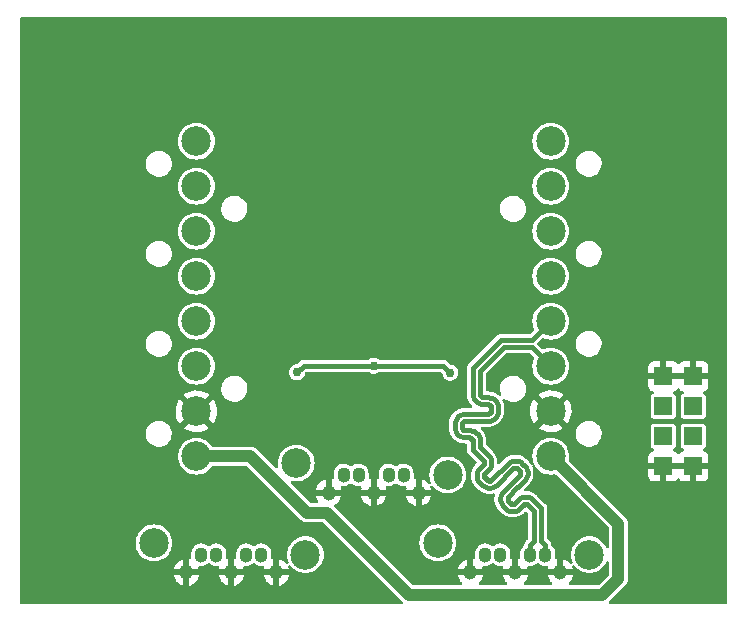
<source format=gbr>
%TF.GenerationSoftware,KiCad,Pcbnew,6.0.4-6f826c9f35~116~ubuntu20.04.1*%
%TF.CreationDate,2022-05-25T09:33:46+00:00*%
%TF.ProjectId,RFIQINT01B,52464951-494e-4543-9031-422e6b696361,REV 0.2*%
%TF.SameCoordinates,Original*%
%TF.FileFunction,Copper,L1,Top*%
%TF.FilePolarity,Positive*%
%FSLAX46Y46*%
G04 Gerber Fmt 4.6, Leading zero omitted, Abs format (unit mm)*
G04 Created by KiCad (PCBNEW 6.0.4-6f826c9f35~116~ubuntu20.04.1) date 2022-05-25 09:33:46*
%MOMM*%
%LPD*%
G01*
G04 APERTURE LIST*
%TA.AperFunction,ComponentPad*%
%ADD10C,2.500000*%
%TD*%
%TA.AperFunction,ComponentPad*%
%ADD11O,1.100000X1.300000*%
%TD*%
%TA.AperFunction,ComponentPad*%
%ADD12R,1.524000X1.524000*%
%TD*%
%TA.AperFunction,ComponentPad*%
%ADD13C,6.000000*%
%TD*%
%TA.AperFunction,ComponentPad*%
%ADD14C,5.000000*%
%TD*%
%TA.AperFunction,ViaPad*%
%ADD15C,0.750000*%
%TD*%
%TA.AperFunction,Conductor*%
%ADD16C,0.400000*%
%TD*%
%TA.AperFunction,Conductor*%
%ADD17C,1.000000*%
%TD*%
G04 APERTURE END LIST*
D10*
%TO.P,J3,1*%
%TO.N,/CLK_OUT1_N*%
X142000000Y-92360000D03*
%TO.P,J3,2*%
%TO.N,/CLK_OUT1_P*%
X142000000Y-96170000D03*
%TO.P,J3,3*%
%TO.N,/ADC2_N*%
X142000000Y-99980000D03*
%TO.P,J3,4*%
%TO.N,/ADC2_P*%
X142000000Y-103790001D03*
%TO.P,J3,5*%
%TO.N,/ADC1_N*%
X142000000Y-107599999D03*
%TO.P,J3,6*%
%TO.N,/ADC1_P*%
X142000000Y-111410000D03*
%TO.P,J3,7*%
%TO.N,GND*%
X142000000Y-115220000D03*
%TO.P,J3,8*%
%TO.N,VCC*%
X142000000Y-119030000D03*
%TD*%
D11*
%TO.P,J2,1,1*%
%TO.N,GND*%
X142810000Y-128860000D03*
%TO.P,J2,2,2*%
%TO.N,/ADC1_P*%
X141540000Y-127360000D03*
%TO.P,J2,3,3*%
%TO.N,/ADC1_N*%
X140270000Y-127360000D03*
%TO.P,J2,4,4*%
%TO.N,GND*%
X139000000Y-128860000D03*
%TO.P,J2,5,5*%
%TO.N,/ADC2_P*%
X137730000Y-127360000D03*
%TO.P,J2,6,6*%
%TO.N,/ADC2_N*%
X136460000Y-127360000D03*
%TO.P,J2,7,7*%
%TO.N,GND*%
X135190000Y-128860000D03*
D10*
%TO.P,J2,8*%
%TO.N,N/C*%
X132440000Y-126360000D03*
%TO.P,J2,9*%
X145270000Y-127360000D03*
%TD*%
D11*
%TO.P,J4,1,1*%
%TO.N,GND*%
X130810000Y-122110000D03*
%TO.P,J4,2,2*%
%TO.N,/CLK_IN1_P*%
X129540000Y-120610000D03*
%TO.P,J4,3,3*%
%TO.N,/CLK_IN1_N*%
X128270000Y-120610000D03*
%TO.P,J4,4,4*%
%TO.N,GND*%
X127000000Y-122110000D03*
%TO.P,J4,5,5*%
%TO.N,/CLK_IN2_P*%
X125730000Y-120610000D03*
%TO.P,J4,6,6*%
%TO.N,/CLK_IN2_N*%
X124460000Y-120610000D03*
%TO.P,J4,7,7*%
%TO.N,GND*%
X123190000Y-122110000D03*
D10*
%TO.P,J4,8*%
%TO.N,N/C*%
X120440000Y-119610000D03*
%TO.P,J4,9*%
X133270000Y-120610000D03*
%TD*%
%TO.P,J5,1*%
%TO.N,VCC*%
X112000000Y-119030000D03*
%TO.P,J5,2*%
%TO.N,GND*%
X112000000Y-115220000D03*
%TO.P,J5,3*%
%TO.N,/ADC3_N*%
X112000000Y-111410000D03*
%TO.P,J5,4*%
%TO.N,/ADC3_P*%
X112000000Y-107599999D03*
%TO.P,J5,5*%
%TO.N,/ADC4_P*%
X112000000Y-103790001D03*
%TO.P,J5,6*%
%TO.N,/ADC4_N*%
X112000000Y-99980000D03*
%TO.P,J5,7*%
%TO.N,/CLK_OUT2_N*%
X112000000Y-96170000D03*
%TO.P,J5,8*%
%TO.N,/CLK_OUT2_P*%
X112000000Y-92360000D03*
%TD*%
D11*
%TO.P,J6,1,1*%
%TO.N,GND*%
X118770000Y-128860000D03*
%TO.P,J6,2,2*%
%TO.N,/ADC3_P*%
X117500000Y-127360000D03*
%TO.P,J6,3,3*%
%TO.N,/ADC3_N*%
X116230000Y-127360000D03*
%TO.P,J6,4,4*%
%TO.N,GND*%
X114960000Y-128860000D03*
%TO.P,J6,5,5*%
%TO.N,/ADC4_P*%
X113690000Y-127360000D03*
%TO.P,J6,6,6*%
%TO.N,/ADC4_N*%
X112420000Y-127360000D03*
%TO.P,J6,7,7*%
%TO.N,GND*%
X111150000Y-128860000D03*
D10*
%TO.P,J6,8*%
%TO.N,N/C*%
X108400000Y-126360000D03*
%TO.P,J6,9*%
X121230000Y-127360000D03*
%TD*%
D12*
%TO.P,J1,1*%
%TO.N,GND*%
X151536400Y-112268000D03*
%TO.P,J1,2*%
X154076400Y-112268000D03*
%TO.P,J1,3*%
%TO.N,VCC*%
X151536400Y-114808000D03*
%TO.P,J1,4*%
X154076400Y-114808000D03*
%TO.P,J1,5*%
X151536400Y-117348000D03*
%TO.P,J1,6*%
X154076400Y-117348000D03*
%TO.P,J1,7*%
%TO.N,GND*%
X151536400Y-119888000D03*
%TO.P,J1,8*%
X154076400Y-119888000D03*
%TD*%
D13*
%TO.P,M1,1*%
%TO.N,GND*%
X101600000Y-127000000D03*
%TD*%
%TO.P,M2,1*%
%TO.N,GND*%
X152400000Y-127000000D03*
%TD*%
%TO.P,M3,1*%
%TO.N,GND*%
X101600000Y-86360000D03*
%TD*%
%TO.P,M4,1*%
%TO.N,GND*%
X152400000Y-86360000D03*
%TD*%
D14*
%TO.P,M5,1*%
%TO.N,GND*%
X119000000Y-86360000D03*
%TD*%
%TO.P,M6,1*%
%TO.N,GND*%
X135000000Y-86360000D03*
%TD*%
D15*
%TO.N,GND*%
X149000000Y-130360000D03*
X106000000Y-130360000D03*
X127000000Y-130360000D03*
X156300000Y-116050000D03*
X155000000Y-104360000D03*
X121005600Y-104394000D03*
X129100000Y-103460000D03*
X128700000Y-98460000D03*
X125250000Y-98610000D03*
X134750000Y-99360000D03*
X120750000Y-98610000D03*
X132900000Y-95560000D03*
X133000000Y-92760000D03*
X128700000Y-95860000D03*
X139750000Y-95560000D03*
X139750000Y-92860000D03*
X136500000Y-92860000D03*
X136550000Y-95650000D03*
X139750000Y-103360000D03*
X139750000Y-100460000D03*
X138800000Y-104160000D03*
X139700000Y-107710000D03*
X135600000Y-105560000D03*
X135200000Y-109660000D03*
X134200000Y-107460000D03*
X138600000Y-111260000D03*
X138250000Y-116360000D03*
X138250000Y-118610000D03*
X134750000Y-114610000D03*
X140500000Y-121610000D03*
X142250000Y-123860000D03*
X135750000Y-122610000D03*
X127000000Y-115610000D03*
X121800000Y-116060000D03*
X99000000Y-91360000D03*
X99000000Y-122360000D03*
X99000000Y-106360000D03*
X99000000Y-114360000D03*
X99000000Y-98360000D03*
X155000000Y-91360000D03*
X110000000Y-83360000D03*
X127000000Y-83360000D03*
X155000000Y-97360000D03*
X144000000Y-83360000D03*
X115550000Y-115100000D03*
X116000000Y-105360000D03*
X146000000Y-105360000D03*
X145288000Y-115265200D03*
X146000000Y-98360000D03*
X124500000Y-95160000D03*
X108050000Y-98250000D03*
X106000000Y-83360000D03*
X115000000Y-83360000D03*
X123000000Y-83360000D03*
X131000000Y-83360000D03*
X139000000Y-83360000D03*
X148000000Y-83360000D03*
X125000000Y-105360000D03*
X137000000Y-101660000D03*
X149300000Y-98360000D03*
X152700000Y-98360000D03*
X144900000Y-88350000D03*
X139350000Y-88550000D03*
X142000000Y-88350000D03*
X147800000Y-88300000D03*
X130100000Y-89760000D03*
X130550000Y-93600000D03*
X127500000Y-92160000D03*
X121500000Y-95360000D03*
X119750000Y-92250000D03*
X117750000Y-92250000D03*
X121000000Y-105308400D03*
X134800000Y-103560000D03*
X124300000Y-127400000D03*
X128750000Y-126350000D03*
X126400000Y-124450000D03*
X129500000Y-124060000D03*
X130650000Y-129000000D03*
X127000000Y-87560000D03*
X123500000Y-93450000D03*
X119700000Y-95600000D03*
X117300000Y-95660000D03*
X110450000Y-88800000D03*
X115650000Y-92250000D03*
X124200000Y-115860000D03*
X124200000Y-114360000D03*
X121800000Y-114585000D03*
X125700000Y-117260000D03*
X122300000Y-117460000D03*
X131550000Y-117510000D03*
X128373420Y-117262211D03*
X129775000Y-115885000D03*
X132200000Y-114585000D03*
X129775000Y-114335000D03*
X132225000Y-116062211D03*
X125100000Y-121960000D03*
X128900000Y-121960000D03*
X107550000Y-108100000D03*
X121750000Y-92400000D03*
X107350000Y-116300000D03*
X108050000Y-103550000D03*
X109500000Y-119200000D03*
X104550000Y-117150000D03*
X138250000Y-95700000D03*
X113800000Y-117250000D03*
X112500000Y-122300000D03*
X113850000Y-120350000D03*
X105700000Y-105200000D03*
X109550000Y-106200000D03*
X106700000Y-121200000D03*
X131700000Y-92750000D03*
X138250000Y-92850000D03*
X117200000Y-109150000D03*
X129600000Y-94700000D03*
X134750000Y-92800000D03*
X109400000Y-123700000D03*
X134550000Y-95650000D03*
X108400000Y-113050000D03*
X104650000Y-113350000D03*
X115100000Y-117550000D03*
X104650000Y-109500000D03*
X114950000Y-95600000D03*
X117000000Y-130360000D03*
%TO.N,Net-(C8-Pad2)*%
X120500000Y-111935000D03*
X127000000Y-111360000D03*
X133500000Y-111960000D03*
%TD*%
D16*
%TO.N,Net-(C8-Pad2)*%
X127000000Y-111360000D02*
X132900000Y-111360000D01*
X120500000Y-111935000D02*
X121075000Y-111360000D01*
X121075000Y-111360000D02*
X127000000Y-111360000D01*
X132900000Y-111360000D02*
X133500000Y-111960000D01*
D17*
%TO.N,VCC*%
X123059794Y-123809794D02*
X129989536Y-130739536D01*
X112000000Y-119015000D02*
X116565000Y-119015000D01*
X146377229Y-130739536D02*
X147733016Y-129383749D01*
X121359794Y-123809794D02*
X123059794Y-123809794D01*
X116565000Y-119015000D02*
X121359794Y-123809794D01*
X147733016Y-129383749D02*
X147733016Y-124748016D01*
X147733016Y-124748016D02*
X142000000Y-119015000D01*
X129989536Y-130739536D02*
X146377229Y-130739536D01*
D16*
%TO.N,/ADC1_N*%
X134347724Y-117351915D02*
X134183000Y-117248412D01*
X139399135Y-120336884D02*
X139367559Y-120271314D01*
X137257967Y-121575976D02*
X137082128Y-121660655D01*
X133877680Y-116113402D02*
X133941934Y-115929776D01*
X136944101Y-114957050D02*
X136936027Y-114885388D01*
X140100000Y-123184266D02*
X140043101Y-123138891D01*
X134724669Y-117437950D02*
X134531350Y-117416169D01*
X133941934Y-116946125D02*
X133877680Y-116762499D01*
X137769875Y-122348402D02*
X137854554Y-122172564D01*
X138871757Y-123683985D02*
X138676591Y-123683985D01*
X140270000Y-126530000D02*
X140605000Y-126195000D01*
X135421782Y-113959549D02*
X135400000Y-113766230D01*
X135400000Y-118484266D02*
X135400000Y-117760000D01*
X138949918Y-120015200D02*
X138878966Y-120031394D01*
X133941934Y-115929776D02*
X134045437Y-115765052D01*
X140395000Y-109190000D02*
X142000000Y-107585000D01*
X134045437Y-117110849D02*
X133941934Y-116946125D01*
X137976237Y-122019978D02*
X139322182Y-120674032D01*
X136339410Y-119596729D02*
X136339410Y-119523952D01*
X138120100Y-123396399D02*
X137976237Y-123252537D01*
X136873840Y-114756256D02*
X136822846Y-114705262D01*
X133855899Y-116569180D02*
X133855899Y-116306721D01*
X140270000Y-127180000D02*
X140270000Y-126530000D01*
X139833802Y-123091120D02*
X139762850Y-123107314D01*
X137854554Y-123099951D02*
X137769875Y-122924113D01*
X137410553Y-121454292D02*
X137257967Y-121575976D01*
X140605000Y-126195000D02*
X140605000Y-123689266D01*
X139906579Y-123091120D02*
X139833802Y-123091120D01*
X137726446Y-122733840D02*
X137726446Y-122538675D01*
X138878966Y-120031394D02*
X138813397Y-120062972D01*
X137726446Y-122538675D02*
X137769875Y-122348402D01*
X139367559Y-120617134D02*
X139399134Y-120551564D01*
X139415330Y-120480613D02*
X139415329Y-120407835D01*
X134183000Y-115627489D02*
X134347724Y-115523986D01*
X136693714Y-114643075D02*
X136622051Y-114635000D01*
X136291639Y-119387431D02*
X136246263Y-119330532D01*
X136912209Y-115252683D02*
X136936027Y-115184613D01*
X136891856Y-121704084D02*
X136696690Y-121704084D01*
X135746545Y-120753939D02*
X135746545Y-120558774D01*
X140605000Y-123689266D02*
X140100000Y-123184266D01*
X139022694Y-120015200D02*
X138949918Y-120015200D01*
X135400000Y-113766230D02*
X135400000Y-111585734D01*
X135700000Y-115437950D02*
X135700000Y-115435000D01*
X135077950Y-117437950D02*
X134724669Y-117437950D01*
X136944101Y-115112950D02*
X136944101Y-114957050D01*
X134183000Y-117248412D02*
X134045437Y-117110849D01*
X136936027Y-115184613D02*
X136944101Y-115112950D01*
X138756498Y-120108347D02*
X137410553Y-121454292D01*
X137082128Y-121660655D02*
X136891856Y-121704084D01*
X136693714Y-115426926D02*
X136761784Y-115403108D01*
X134531350Y-115459732D02*
X134724669Y-115437950D01*
X133855899Y-116306721D02*
X133877680Y-116113402D01*
X134531350Y-117416169D02*
X134347724Y-117351915D01*
X136291639Y-119733251D02*
X136323215Y-119667681D01*
X139390454Y-123434194D02*
X139237868Y-123555878D01*
X136622051Y-115435000D02*
X136693714Y-115426926D01*
X138310481Y-123555878D02*
X138157894Y-123434194D01*
X136761784Y-115403108D02*
X136822846Y-115364739D01*
X136246263Y-119790150D02*
X136291639Y-119733251D01*
X135391925Y-117688338D02*
X135368107Y-117620268D01*
X139415329Y-120407835D02*
X139399135Y-120336884D01*
X139977531Y-123107314D02*
X139906579Y-123091120D01*
X135149612Y-117446025D02*
X135077950Y-117437950D01*
X135789974Y-120368501D02*
X135874653Y-120192663D01*
X139237868Y-123555878D02*
X139062029Y-123640557D01*
X133877680Y-116762499D02*
X133855899Y-116569180D01*
X135996336Y-120040077D02*
X136246263Y-119790150D01*
X135727102Y-114445462D02*
X135589539Y-114307899D01*
X135746545Y-120558774D02*
X135789974Y-120368501D01*
X139216116Y-120108347D02*
X139159217Y-120062972D01*
X139322182Y-120214414D02*
X139216116Y-120108347D01*
X135400000Y-117760000D02*
X135391925Y-117688338D01*
X134045437Y-115765052D02*
X134183000Y-115627489D01*
X136075452Y-114613219D02*
X135891826Y-114548965D01*
X138157894Y-123434194D02*
X138120100Y-123396399D01*
X137854554Y-122172564D02*
X137976237Y-122019978D01*
X139322182Y-120674032D02*
X139367559Y-120617134D01*
X136268771Y-114635000D02*
X136075452Y-114613219D01*
X140043101Y-123138891D02*
X139977531Y-123107314D01*
X135789974Y-120944212D02*
X135746545Y-120753939D01*
X139159217Y-120062972D02*
X139093646Y-120031394D01*
X135278744Y-117508212D02*
X135217682Y-117469843D01*
X135329738Y-117559206D02*
X135278744Y-117508212D01*
X135700000Y-115435000D02*
X136622051Y-115435000D01*
X134347724Y-115523986D02*
X134531350Y-115459732D01*
X139093646Y-120031394D02*
X139022694Y-120015200D01*
X139762850Y-123107314D02*
X139697281Y-123138891D01*
X136323215Y-119667681D02*
X136339410Y-119596729D01*
X136323215Y-119453000D02*
X136291639Y-119387431D01*
X135874653Y-121120050D02*
X135789974Y-120944212D01*
X135589539Y-114307899D02*
X135486036Y-114143175D01*
X135217682Y-117469843D02*
X135149612Y-117446025D01*
X139062029Y-123640557D02*
X138871757Y-123683985D01*
X136822846Y-114705262D02*
X136761784Y-114666893D01*
X136873840Y-115313745D02*
X136912209Y-115252683D01*
X136622051Y-114635000D02*
X136268771Y-114635000D01*
X135400000Y-111585734D02*
X137795734Y-109190000D01*
X139399134Y-120551564D02*
X139415330Y-120480613D01*
X135996336Y-121272636D02*
X135874653Y-121120050D01*
X135486036Y-114143175D02*
X135421782Y-113959549D01*
X136761784Y-114666893D02*
X136693714Y-114643075D01*
X136339410Y-119523952D02*
X136323215Y-119453000D01*
X137976237Y-123252537D02*
X137854554Y-123099951D01*
X136936027Y-114885388D02*
X136912209Y-114817318D01*
X137769875Y-122924113D02*
X137726446Y-122733840D01*
X136177993Y-121454292D02*
X135996336Y-121272636D01*
X136822846Y-115364739D02*
X136873840Y-115313745D01*
X138813397Y-120062972D02*
X138756498Y-120108347D01*
X138486319Y-123640557D02*
X138310481Y-123555878D01*
X136696690Y-121704084D02*
X136506418Y-121660655D01*
X135368107Y-117620268D02*
X135329738Y-117559206D01*
X136246263Y-119330532D02*
X135400000Y-118484266D01*
X135891826Y-114548965D02*
X135727102Y-114445462D01*
X139697281Y-123138891D02*
X139640382Y-123184266D01*
X136506418Y-121660655D02*
X136330580Y-121575976D01*
X136330580Y-121575976D02*
X136177993Y-121454292D01*
X138676591Y-123683985D02*
X138486319Y-123640557D01*
X135874653Y-120192663D02*
X135996336Y-120040077D01*
X136912209Y-114817318D02*
X136873840Y-114756256D01*
X134724669Y-115437950D02*
X135700000Y-115437950D01*
X139367559Y-120271314D02*
X139322182Y-120214414D01*
X137795734Y-109190000D02*
X140395000Y-109190000D01*
X139640382Y-123184266D02*
X139390454Y-123434194D01*
%TO.N,/ADC1_P*%
X134487791Y-116220268D02*
X134526160Y-116159206D01*
X136000000Y-113712950D02*
X136000000Y-111834266D01*
X136967183Y-121037608D02*
X136901614Y-121069184D01*
X139450001Y-119524604D02*
X139274162Y-119439924D01*
X139990606Y-120156369D02*
X139905926Y-119980530D01*
X135324548Y-116859732D02*
X135131229Y-116837950D01*
X139967774Y-122472415D02*
X139772608Y-122472415D01*
X136757885Y-121085379D02*
X136686933Y-121069184D01*
X135508174Y-116923986D02*
X135324548Y-116859732D01*
X137458066Y-115543175D02*
X137522320Y-115359549D01*
X140034034Y-120541806D02*
X140034034Y-120346640D01*
X136686933Y-121069184D02*
X136621363Y-121037608D01*
X138345151Y-122672646D02*
X138345151Y-122599870D01*
X134487791Y-116655633D02*
X134463973Y-116587563D01*
X139582336Y-122515843D02*
X139406497Y-122600522D01*
X134526160Y-116716695D02*
X134487791Y-116655633D01*
X136830007Y-119096647D02*
X136708323Y-118944060D01*
X137458066Y-114526826D02*
X137354563Y-114362102D01*
X140395000Y-109790000D02*
X142000000Y-111395000D01*
X136830662Y-121085379D02*
X136757885Y-121085379D01*
X136031893Y-113852683D02*
X136008075Y-113784613D01*
X136868650Y-114056782D02*
X136675331Y-114035000D01*
X139406497Y-122600522D02*
X139253911Y-122722206D01*
X138888725Y-119396496D02*
X138698452Y-119439925D01*
X136000000Y-118235734D02*
X136000000Y-117706721D01*
X139092372Y-121752371D02*
X139304506Y-121540240D01*
X137024082Y-120992232D02*
X136967183Y-121037608D01*
X135700000Y-116037950D02*
X135700000Y-116035000D01*
X138345151Y-122599870D02*
X138361345Y-122528918D01*
X136458396Y-120426547D02*
X136708323Y-120176620D01*
X139784241Y-121060502D02*
X139905925Y-120907916D01*
X138392922Y-122809168D02*
X138361345Y-122743598D01*
X138370028Y-119646287D02*
X137024082Y-120992232D01*
X135913964Y-117329776D02*
X135810461Y-117165052D01*
X136381444Y-120763696D02*
X136365250Y-120692744D01*
X136322050Y-114035000D02*
X136250388Y-114026926D01*
X134706286Y-116046025D02*
X134777949Y-116037950D01*
X135672898Y-117027489D02*
X135508174Y-116923986D01*
X138438297Y-122866067D02*
X138392922Y-122809168D01*
X136413021Y-120829266D02*
X136381444Y-120763696D01*
X137544101Y-115166230D02*
X137544101Y-114903771D01*
X138544365Y-122972134D02*
X138438297Y-122866067D01*
X138044266Y-109790000D02*
X140395000Y-109790000D01*
X138666833Y-123049086D02*
X138601264Y-123017510D01*
X136250388Y-114026926D02*
X136182318Y-114003108D01*
X136182318Y-114003108D02*
X136121256Y-113964739D01*
X134577154Y-116108212D02*
X134638216Y-116069843D01*
X136958114Y-119462757D02*
X136914686Y-119272485D01*
X137217000Y-115845462D02*
X137354563Y-115707899D01*
X136708323Y-118944060D02*
X136670528Y-118906266D01*
X137522320Y-114710452D02*
X137458066Y-114526826D01*
X136070262Y-113913745D02*
X136031893Y-113852683D01*
X139784243Y-119827944D02*
X139602586Y-119646286D01*
X136914686Y-119848195D02*
X136958114Y-119657923D01*
X134463973Y-116288338D02*
X134487791Y-116220268D01*
X139274162Y-119439924D02*
X139083889Y-119396495D01*
X138361345Y-122743598D02*
X138345151Y-122672646D01*
X138810562Y-123065281D02*
X138737785Y-123065281D01*
X134455899Y-116360000D02*
X134463973Y-116288338D01*
X140034034Y-120346640D02*
X139990606Y-120156369D01*
X136958114Y-119657923D02*
X136958114Y-119462757D01*
X139602586Y-119646286D02*
X139450001Y-119524604D01*
X134777949Y-116837950D02*
X134706286Y-116829876D01*
X139092371Y-121752375D02*
X139092372Y-121752371D01*
X136008075Y-113784613D02*
X136000000Y-113712950D01*
X137354563Y-115707899D02*
X137458066Y-115543175D01*
X136830007Y-120024034D02*
X136914686Y-119848195D01*
X137544101Y-114903771D02*
X137522320Y-114710452D01*
X136413021Y-120483446D02*
X136458396Y-120426547D01*
X135978218Y-117513402D02*
X135913964Y-117329776D01*
X135700000Y-116035000D02*
X136675331Y-116035000D01*
X139772608Y-122472415D02*
X139582336Y-122515843D01*
X136670528Y-118906266D02*
X136000000Y-118235734D01*
X135131229Y-116837950D02*
X134777949Y-116837950D01*
X139304506Y-121540240D02*
X139746448Y-121098298D01*
X137354563Y-114362102D02*
X137217000Y-114224539D01*
X139990604Y-120732077D02*
X140034034Y-120541806D01*
X138361345Y-122528918D02*
X138392922Y-122463348D01*
X138601264Y-123017510D02*
X138544365Y-122972134D01*
X141540000Y-126530000D02*
X141205000Y-126195000D01*
X138392922Y-122463348D02*
X138438297Y-122406449D01*
X134638216Y-116806058D02*
X134577154Y-116767689D01*
X137217000Y-114224539D02*
X137052276Y-114121036D01*
X136365250Y-120619968D02*
X136381444Y-120549016D01*
X139253911Y-122722206D02*
X139003983Y-122972134D01*
X136564464Y-120992232D02*
X136458396Y-120886165D01*
X138698452Y-119439925D02*
X138522613Y-119524603D01*
X136621363Y-121037608D02*
X136564464Y-120992232D01*
X141205000Y-126195000D02*
X141205000Y-123440734D01*
X139905926Y-119980530D02*
X139784243Y-119827944D01*
X136000000Y-117706721D02*
X135978218Y-117513402D01*
X140333884Y-122600522D02*
X140158046Y-122515843D01*
X135810461Y-117165052D02*
X135672898Y-117027489D01*
X134463973Y-116587563D02*
X134455899Y-116515900D01*
X139905925Y-120907916D02*
X139990604Y-120732077D01*
X136121256Y-113964739D02*
X136070262Y-113913745D01*
X136708323Y-120176620D02*
X136830007Y-120024034D01*
X137052276Y-114121036D02*
X136868650Y-114056782D01*
X134455899Y-116515900D02*
X134455899Y-116360000D01*
X137052276Y-115948965D02*
X137217000Y-115845462D01*
X138881514Y-123049086D02*
X138810562Y-123065281D01*
X139003983Y-122972134D02*
X138947084Y-123017510D01*
X136868650Y-116013219D02*
X137052276Y-115948965D01*
X136675331Y-114035000D02*
X136322050Y-114035000D01*
X134638216Y-116069843D02*
X134706286Y-116046025D01*
X136458396Y-120886165D02*
X136413021Y-120829266D01*
X138438297Y-122406449D02*
X139092371Y-121752375D01*
X140158046Y-122515843D02*
X139967774Y-122472415D01*
X140486471Y-122722206D02*
X140333884Y-122600522D01*
X136675331Y-116035000D02*
X136868650Y-116013219D01*
X134706286Y-116829876D02*
X134638216Y-116806058D01*
X141540000Y-127180000D02*
X141540000Y-126530000D01*
X134526160Y-116159206D02*
X134577154Y-116108212D01*
X136000000Y-111834266D02*
X138044266Y-109790000D01*
X136381444Y-120549016D02*
X136413021Y-120483446D01*
X136914686Y-119272485D02*
X136830007Y-119096647D01*
X134777949Y-116037950D02*
X135700000Y-116037950D01*
X138947084Y-123017510D02*
X138881514Y-123049086D01*
X138737785Y-123065281D02*
X138666833Y-123049086D01*
X139083889Y-119396495D02*
X138888725Y-119396496D01*
X138522613Y-119524603D02*
X138370028Y-119646287D01*
X136365250Y-120692744D02*
X136365250Y-120619968D01*
X139746448Y-121098298D02*
X139784241Y-121060502D01*
X137522320Y-115359549D02*
X137544101Y-115166230D01*
X134577154Y-116767689D02*
X134526160Y-116716695D01*
X136901614Y-121069184D02*
X136830662Y-121085379D01*
X141205000Y-123440734D02*
X140486471Y-122722206D01*
%TD*%
%TA.AperFunction,Conductor*%
%TO.N,GND*%
G36*
X156868121Y-81854002D02*
G01*
X156914614Y-81907658D01*
X156926000Y-81960000D01*
X156926000Y-131400000D01*
X156905998Y-131468121D01*
X156852342Y-131514614D01*
X156800000Y-131526000D01*
X147027068Y-131526000D01*
X146958947Y-131505998D01*
X146912454Y-131452342D01*
X146902350Y-131382068D01*
X146931844Y-131317488D01*
X146938284Y-131310594D01*
X147002563Y-131246762D01*
X147002565Y-131246760D01*
X147005036Y-131244306D01*
X147005687Y-131243280D01*
X147006772Y-131242071D01*
X148292575Y-129956268D01*
X148293513Y-129955339D01*
X148310161Y-129939036D01*
X148357284Y-129892890D01*
X148380514Y-129856845D01*
X148387933Y-129846520D01*
X148414679Y-129813015D01*
X148423338Y-129795104D01*
X148429095Y-129783196D01*
X148436621Y-129769785D01*
X148450753Y-129747856D01*
X148450755Y-129747851D01*
X148454570Y-129741932D01*
X148469232Y-129701650D01*
X148474186Y-129689920D01*
X148492843Y-129651327D01*
X148500295Y-129619049D01*
X148504662Y-129604305D01*
X148515994Y-129573171D01*
X148521368Y-129530629D01*
X148523598Y-129518113D01*
X148533242Y-129476339D01*
X148533383Y-129436167D01*
X148533412Y-129435294D01*
X148533516Y-129434466D01*
X148533516Y-129397858D01*
X148533869Y-129296749D01*
X148533603Y-129295561D01*
X148533516Y-129293949D01*
X148533516Y-124757099D01*
X148533523Y-124755779D01*
X148534383Y-124673656D01*
X148534457Y-124666609D01*
X148525400Y-124624720D01*
X148523340Y-124612142D01*
X148519347Y-124576540D01*
X148519346Y-124576538D01*
X148518562Y-124569544D01*
X148507666Y-124538257D01*
X148503505Y-124523452D01*
X148497993Y-124497955D01*
X148497992Y-124497952D01*
X148496505Y-124491074D01*
X148478386Y-124452217D01*
X148473602Y-124440434D01*
X148459501Y-124399943D01*
X148441946Y-124371849D01*
X148434605Y-124358329D01*
X148423584Y-124334693D01*
X148423583Y-124334692D01*
X148420607Y-124328309D01*
X148394342Y-124294449D01*
X148387047Y-124283992D01*
X148368066Y-124253616D01*
X148368064Y-124253613D01*
X148364332Y-124247641D01*
X148336013Y-124219123D01*
X148335431Y-124218501D01*
X148334917Y-124217839D01*
X148309057Y-124191979D01*
X148237786Y-124120209D01*
X148236759Y-124119557D01*
X148235551Y-124118473D01*
X144811747Y-120694669D01*
X150266401Y-120694669D01*
X150266771Y-120701490D01*
X150272295Y-120752352D01*
X150275921Y-120767604D01*
X150321076Y-120888054D01*
X150329614Y-120903649D01*
X150406115Y-121005724D01*
X150418676Y-121018285D01*
X150520751Y-121094786D01*
X150536346Y-121103324D01*
X150656794Y-121148478D01*
X150672049Y-121152105D01*
X150722914Y-121157631D01*
X150729728Y-121158000D01*
X151264285Y-121158000D01*
X151279524Y-121153525D01*
X151280729Y-121152135D01*
X151282400Y-121144452D01*
X151282400Y-121139884D01*
X151790400Y-121139884D01*
X151794875Y-121155123D01*
X151796265Y-121156328D01*
X151803948Y-121157999D01*
X152343069Y-121157999D01*
X152349890Y-121157629D01*
X152400752Y-121152105D01*
X152416004Y-121148479D01*
X152536454Y-121103324D01*
X152552049Y-121094786D01*
X152654124Y-121018285D01*
X152666684Y-121005725D01*
X152705573Y-120953835D01*
X152762432Y-120911319D01*
X152833251Y-120906293D01*
X152895544Y-120940353D01*
X152907227Y-120953835D01*
X152946116Y-121005725D01*
X152958676Y-121018285D01*
X153060751Y-121094786D01*
X153076346Y-121103324D01*
X153196794Y-121148478D01*
X153212049Y-121152105D01*
X153262914Y-121157631D01*
X153269728Y-121158000D01*
X153804285Y-121158000D01*
X153819524Y-121153525D01*
X153820729Y-121152135D01*
X153822400Y-121144452D01*
X153822400Y-121139884D01*
X154330400Y-121139884D01*
X154334875Y-121155123D01*
X154336265Y-121156328D01*
X154343948Y-121157999D01*
X154883069Y-121157999D01*
X154889890Y-121157629D01*
X154940752Y-121152105D01*
X154956004Y-121148479D01*
X155076454Y-121103324D01*
X155092049Y-121094786D01*
X155194124Y-121018285D01*
X155206685Y-121005724D01*
X155283186Y-120903649D01*
X155291724Y-120888054D01*
X155336878Y-120767606D01*
X155340505Y-120752351D01*
X155346031Y-120701486D01*
X155346400Y-120694672D01*
X155346400Y-120160115D01*
X155341925Y-120144876D01*
X155340535Y-120143671D01*
X155332852Y-120142000D01*
X154348515Y-120142000D01*
X154333276Y-120146475D01*
X154332071Y-120147865D01*
X154330400Y-120155548D01*
X154330400Y-121139884D01*
X153822400Y-121139884D01*
X153822400Y-120160115D01*
X153817925Y-120144876D01*
X153816535Y-120143671D01*
X153808852Y-120142000D01*
X151808515Y-120142000D01*
X151793276Y-120146475D01*
X151792071Y-120147865D01*
X151790400Y-120155548D01*
X151790400Y-121139884D01*
X151282400Y-121139884D01*
X151282400Y-120160115D01*
X151277925Y-120144876D01*
X151276535Y-120143671D01*
X151268852Y-120142000D01*
X150284516Y-120142000D01*
X150269277Y-120146475D01*
X150268072Y-120147865D01*
X150266401Y-120155548D01*
X150266401Y-120694669D01*
X144811747Y-120694669D01*
X143732963Y-119615885D01*
X150266400Y-119615885D01*
X150270875Y-119631124D01*
X150272265Y-119632329D01*
X150279948Y-119634000D01*
X155328284Y-119634000D01*
X155343523Y-119629525D01*
X155344728Y-119628135D01*
X155346399Y-119620452D01*
X155346399Y-119081331D01*
X155346029Y-119074510D01*
X155340505Y-119023648D01*
X155336879Y-119008396D01*
X155291724Y-118887946D01*
X155283186Y-118872351D01*
X155206685Y-118770276D01*
X155194124Y-118757715D01*
X155092049Y-118681214D01*
X155076454Y-118672676D01*
X154950263Y-118625369D01*
X154893499Y-118582727D01*
X154868799Y-118516166D01*
X154884006Y-118446817D01*
X154934292Y-118396699D01*
X154943339Y-118392239D01*
X155011553Y-118361939D01*
X155021734Y-118351741D01*
X155076114Y-118297265D01*
X155090641Y-118282713D01*
X155102817Y-118255173D01*
X155121665Y-118212538D01*
X155135906Y-118180327D01*
X155138900Y-118154646D01*
X155138900Y-116541354D01*
X155138349Y-116536719D01*
X155136899Y-116524541D01*
X155135782Y-116515154D01*
X155131459Y-116505420D01*
X155095063Y-116423482D01*
X155090339Y-116412847D01*
X155080115Y-116402640D01*
X155037580Y-116360180D01*
X155011113Y-116333759D01*
X155000476Y-116329056D01*
X155000474Y-116329055D01*
X154930281Y-116298023D01*
X154908727Y-116288494D01*
X154883046Y-116285500D01*
X153269754Y-116285500D01*
X153266050Y-116285941D01*
X153266047Y-116285941D01*
X153260292Y-116286626D01*
X153243554Y-116288618D01*
X153234914Y-116292456D01*
X153234913Y-116292456D01*
X153178601Y-116317469D01*
X153141247Y-116334061D01*
X153062159Y-116413287D01*
X153057456Y-116423924D01*
X153057455Y-116423926D01*
X153048702Y-116443725D01*
X153016894Y-116515673D01*
X153013900Y-116541354D01*
X153013900Y-118154646D01*
X153017018Y-118180846D01*
X153020856Y-118189486D01*
X153020856Y-118189487D01*
X153037008Y-118225850D01*
X153062461Y-118283153D01*
X153070694Y-118291372D01*
X153070695Y-118291373D01*
X153098288Y-118318918D01*
X153141687Y-118362241D01*
X153152324Y-118366944D01*
X153152326Y-118366945D01*
X153197491Y-118386912D01*
X153206132Y-118390732D01*
X153209296Y-118392131D01*
X153263512Y-118437969D01*
X153284339Y-118505842D01*
X153265165Y-118574201D01*
X153212077Y-118621341D01*
X153202578Y-118625353D01*
X153076346Y-118672676D01*
X153060751Y-118681214D01*
X152958676Y-118757715D01*
X152946116Y-118770275D01*
X152907227Y-118822165D01*
X152850368Y-118864681D01*
X152779549Y-118869707D01*
X152717256Y-118835647D01*
X152705573Y-118822165D01*
X152666684Y-118770275D01*
X152654124Y-118757715D01*
X152552049Y-118681214D01*
X152536454Y-118672676D01*
X152410263Y-118625369D01*
X152353499Y-118582727D01*
X152328799Y-118516166D01*
X152344006Y-118446817D01*
X152394292Y-118396699D01*
X152403339Y-118392239D01*
X152471553Y-118361939D01*
X152481734Y-118351741D01*
X152536114Y-118297265D01*
X152550641Y-118282713D01*
X152562817Y-118255173D01*
X152581665Y-118212538D01*
X152595906Y-118180327D01*
X152598900Y-118154646D01*
X152598900Y-116541354D01*
X152598349Y-116536719D01*
X152596899Y-116524541D01*
X152595782Y-116515154D01*
X152591459Y-116505420D01*
X152555063Y-116423482D01*
X152550339Y-116412847D01*
X152540115Y-116402640D01*
X152497580Y-116360180D01*
X152471113Y-116333759D01*
X152460476Y-116329056D01*
X152460474Y-116329055D01*
X152390281Y-116298023D01*
X152368727Y-116288494D01*
X152343046Y-116285500D01*
X150729754Y-116285500D01*
X150726050Y-116285941D01*
X150726047Y-116285941D01*
X150720292Y-116286626D01*
X150703554Y-116288618D01*
X150694914Y-116292456D01*
X150694913Y-116292456D01*
X150638601Y-116317469D01*
X150601247Y-116334061D01*
X150522159Y-116413287D01*
X150517456Y-116423924D01*
X150517455Y-116423926D01*
X150508702Y-116443725D01*
X150476894Y-116515673D01*
X150473900Y-116541354D01*
X150473900Y-118154646D01*
X150477018Y-118180846D01*
X150480856Y-118189486D01*
X150480856Y-118189487D01*
X150497008Y-118225850D01*
X150522461Y-118283153D01*
X150530694Y-118291372D01*
X150530695Y-118291373D01*
X150558288Y-118318918D01*
X150601687Y-118362241D01*
X150612324Y-118366944D01*
X150612326Y-118366945D01*
X150657491Y-118386912D01*
X150666132Y-118390732D01*
X150669296Y-118392131D01*
X150723512Y-118437969D01*
X150744339Y-118505842D01*
X150725165Y-118574201D01*
X150672077Y-118621341D01*
X150662578Y-118625353D01*
X150536346Y-118672676D01*
X150520751Y-118681214D01*
X150418676Y-118757715D01*
X150406115Y-118770276D01*
X150329614Y-118872351D01*
X150321076Y-118887946D01*
X150275922Y-119008394D01*
X150272295Y-119023649D01*
X150266769Y-119074514D01*
X150266400Y-119081328D01*
X150266400Y-119615885D01*
X143732963Y-119615885D01*
X143557821Y-119440743D01*
X143523795Y-119378431D01*
X143524398Y-119322234D01*
X143536146Y-119273302D01*
X143555294Y-119030000D01*
X143536146Y-118786698D01*
X143499572Y-118634358D01*
X143480326Y-118554193D01*
X143480324Y-118554188D01*
X143479172Y-118549388D01*
X143477282Y-118544825D01*
X143477280Y-118544819D01*
X143387672Y-118328485D01*
X143387670Y-118328481D01*
X143385777Y-118323911D01*
X143378104Y-118311389D01*
X143343654Y-118255173D01*
X143258259Y-118115821D01*
X143099759Y-117930241D01*
X142914179Y-117771741D01*
X142706089Y-117644223D01*
X142701519Y-117642330D01*
X142701515Y-117642328D01*
X142485181Y-117552720D01*
X142485175Y-117552718D01*
X142480612Y-117550828D01*
X142475812Y-117549676D01*
X142475807Y-117549674D01*
X142367298Y-117523623D01*
X142243302Y-117493854D01*
X142000000Y-117474706D01*
X141756698Y-117493854D01*
X141632702Y-117523623D01*
X141524193Y-117549674D01*
X141524188Y-117549676D01*
X141519388Y-117550828D01*
X141514825Y-117552718D01*
X141514819Y-117552720D01*
X141298485Y-117642328D01*
X141298481Y-117642330D01*
X141293911Y-117644223D01*
X141085821Y-117771741D01*
X140900241Y-117930241D01*
X140741741Y-118115821D01*
X140656346Y-118255173D01*
X140621897Y-118311389D01*
X140614223Y-118323911D01*
X140612330Y-118328481D01*
X140612328Y-118328485D01*
X140522720Y-118544819D01*
X140522718Y-118544825D01*
X140520828Y-118549388D01*
X140519676Y-118554188D01*
X140519674Y-118554193D01*
X140500428Y-118634358D01*
X140463854Y-118786698D01*
X140444706Y-119030000D01*
X140463854Y-119273302D01*
X140482686Y-119351741D01*
X140518667Y-119501609D01*
X140520828Y-119510612D01*
X140522718Y-119515175D01*
X140522720Y-119515181D01*
X140565032Y-119617331D01*
X140572621Y-119687921D01*
X140540841Y-119751408D01*
X140479783Y-119787635D01*
X140408832Y-119785101D01*
X140350514Y-119744610D01*
X140341393Y-119731252D01*
X140341267Y-119730990D01*
X140334186Y-119720438D01*
X140329383Y-119712689D01*
X140323960Y-119703189D01*
X140323956Y-119703183D01*
X140321544Y-119698958D01*
X140313582Y-119688974D01*
X140307473Y-119680633D01*
X140281610Y-119642092D01*
X140274719Y-119636343D01*
X140273562Y-119635059D01*
X140257457Y-119618596D01*
X140255295Y-119615885D01*
X140184390Y-119526973D01*
X140181180Y-119522768D01*
X140165722Y-119501609D01*
X140162271Y-119498158D01*
X140160434Y-119496013D01*
X140159077Y-119494494D01*
X140158973Y-119494590D01*
X140155936Y-119491293D01*
X140153142Y-119487789D01*
X140133260Y-119469067D01*
X140130544Y-119466431D01*
X139966527Y-119302414D01*
X139962841Y-119298569D01*
X139948430Y-119282884D01*
X139948424Y-119282879D01*
X139945126Y-119279289D01*
X139941315Y-119276250D01*
X139939228Y-119274304D01*
X139937725Y-119272962D01*
X139937632Y-119273069D01*
X139934254Y-119270140D01*
X139931081Y-119266967D01*
X139909221Y-119250583D01*
X139906251Y-119248287D01*
X139905628Y-119247790D01*
X139814950Y-119175478D01*
X139805385Y-119166005D01*
X139805265Y-119166135D01*
X139798669Y-119160045D01*
X139793004Y-119153083D01*
X139751525Y-119124506D01*
X139744477Y-119119278D01*
X139733958Y-119110889D01*
X139723003Y-119104456D01*
X139715324Y-119099565D01*
X139706299Y-119093348D01*
X139706297Y-119093347D01*
X139702291Y-119090587D01*
X139690795Y-119085050D01*
X139681670Y-119080185D01*
X139649377Y-119061222D01*
X139649375Y-119061221D01*
X139641638Y-119056678D01*
X139632939Y-119054490D01*
X139631353Y-119053840D01*
X139609675Y-119045986D01*
X139552276Y-119018343D01*
X139540838Y-119011235D01*
X139540750Y-119011388D01*
X139532970Y-119006922D01*
X139525894Y-119001392D01*
X139517552Y-118998071D01*
X139479119Y-118982771D01*
X139471055Y-118979229D01*
X139462981Y-118975341D01*
X139462975Y-118975339D01*
X139458941Y-118973396D01*
X139446811Y-118969556D01*
X139438249Y-118966501D01*
X139428074Y-118962450D01*
X139428067Y-118962448D01*
X139423548Y-118960649D01*
X139418806Y-118959567D01*
X139418804Y-118959566D01*
X139414769Y-118958645D01*
X139411105Y-118957809D01*
X139401123Y-118955094D01*
X139365435Y-118943797D01*
X139365433Y-118943797D01*
X139356873Y-118941087D01*
X139347896Y-118940889D01*
X139346202Y-118940608D01*
X139323337Y-118937776D01*
X139261219Y-118923598D01*
X139248488Y-118919213D01*
X139248436Y-118919382D01*
X139239855Y-118916759D01*
X139231724Y-118912941D01*
X139191154Y-118906625D01*
X139181989Y-118905198D01*
X139173338Y-118903539D01*
X139164609Y-118901547D01*
X139164607Y-118901547D01*
X139160223Y-118900546D01*
X139147542Y-118899502D01*
X139138502Y-118898427D01*
X139127688Y-118896743D01*
X139127674Y-118896742D01*
X139122877Y-118895995D01*
X139110135Y-118895995D01*
X139099795Y-118895570D01*
X139087456Y-118894554D01*
X139053525Y-118891760D01*
X139044727Y-118893565D01*
X139043043Y-118893666D01*
X139020090Y-118895995D01*
X138989182Y-118895995D01*
X138956381Y-118895996D01*
X138942991Y-118894554D01*
X138942978Y-118894730D01*
X138934024Y-118894081D01*
X138925253Y-118892170D01*
X138916300Y-118892797D01*
X138916297Y-118892797D01*
X138875035Y-118895688D01*
X138866230Y-118895996D01*
X138852782Y-118895996D01*
X138848346Y-118896631D01*
X138848335Y-118896632D01*
X138840192Y-118897798D01*
X138831146Y-118898762D01*
X138820212Y-118899528D01*
X138820208Y-118899529D01*
X138815365Y-118899868D01*
X138802920Y-118902708D01*
X138792757Y-118904593D01*
X138746805Y-118911174D01*
X138738636Y-118914888D01*
X138736995Y-118915368D01*
X138715160Y-118922739D01*
X138657411Y-118935920D01*
X138653039Y-118936918D01*
X138639670Y-118938491D01*
X138639697Y-118938665D01*
X138630820Y-118940026D01*
X138621847Y-118940114D01*
X138613259Y-118942717D01*
X138613255Y-118942718D01*
X138573680Y-118954715D01*
X138565165Y-118956975D01*
X138556415Y-118958972D01*
X138556408Y-118958974D01*
X138552040Y-118959971D01*
X138540148Y-118964538D01*
X138531561Y-118967483D01*
X138516426Y-118972071D01*
X138504935Y-118977605D01*
X138495440Y-118981706D01*
X138452097Y-118998350D01*
X138444954Y-119003793D01*
X138443447Y-119004634D01*
X138423810Y-119016672D01*
X138420341Y-119018343D01*
X138366406Y-119044315D01*
X138353716Y-119048826D01*
X138353781Y-119048989D01*
X138345434Y-119052289D01*
X138336703Y-119054373D01*
X138292970Y-119079339D01*
X138285205Y-119083419D01*
X138273077Y-119089260D01*
X138262499Y-119096358D01*
X138254769Y-119101149D01*
X138241038Y-119108988D01*
X138234510Y-119114194D01*
X138231075Y-119116933D01*
X138222731Y-119123043D01*
X138191633Y-119143912D01*
X138184178Y-119148915D01*
X138178426Y-119155809D01*
X138177188Y-119156925D01*
X138160681Y-119173072D01*
X138069069Y-119246131D01*
X138064853Y-119249349D01*
X138051222Y-119259308D01*
X138043692Y-119264809D01*
X138040240Y-119268261D01*
X138038102Y-119270092D01*
X138036572Y-119271459D01*
X138036668Y-119271564D01*
X138033384Y-119274589D01*
X138029870Y-119277391D01*
X138026794Y-119280658D01*
X138011135Y-119297287D01*
X138008498Y-119300003D01*
X137673709Y-119634792D01*
X137611397Y-119668818D01*
X137540582Y-119663753D01*
X137483746Y-119621206D01*
X137458935Y-119554686D01*
X137458614Y-119545697D01*
X137458614Y-119530414D01*
X137460056Y-119517024D01*
X137459880Y-119517011D01*
X137460529Y-119508059D01*
X137462440Y-119499287D01*
X137461420Y-119484716D01*
X137458922Y-119449068D01*
X137458614Y-119440263D01*
X137458614Y-119426817D01*
X137457979Y-119422380D01*
X137457978Y-119422370D01*
X137456812Y-119414228D01*
X137455848Y-119405181D01*
X137455082Y-119394256D01*
X137454742Y-119389399D01*
X137451902Y-119376958D01*
X137450021Y-119366814D01*
X137443437Y-119320839D01*
X137439721Y-119312666D01*
X137439236Y-119311008D01*
X137431868Y-119289184D01*
X137429341Y-119278111D01*
X137417691Y-119227070D01*
X137416119Y-119213700D01*
X137415945Y-119213727D01*
X137414584Y-119204850D01*
X137414496Y-119195876D01*
X137399887Y-119147686D01*
X137397634Y-119139193D01*
X137396493Y-119134193D01*
X137394640Y-119126075D01*
X137390078Y-119114194D01*
X137387124Y-119105584D01*
X137385299Y-119099565D01*
X137382538Y-119090456D01*
X137378142Y-119081328D01*
X137377007Y-119078971D01*
X137372903Y-119069468D01*
X137359481Y-119034513D01*
X137359480Y-119034510D01*
X137356262Y-119026131D01*
X137350821Y-119018991D01*
X137349990Y-119017501D01*
X137337936Y-118997838D01*
X137310299Y-118940449D01*
X137305787Y-118927757D01*
X137305624Y-118927822D01*
X137302323Y-118919473D01*
X137300239Y-118910740D01*
X137275282Y-118867024D01*
X137271183Y-118859225D01*
X137267292Y-118851145D01*
X137265348Y-118847108D01*
X137262856Y-118843395D01*
X137262850Y-118843384D01*
X137258262Y-118836548D01*
X137253464Y-118828808D01*
X137250697Y-118823962D01*
X137245624Y-118815075D01*
X137237673Y-118805104D01*
X137231558Y-118796755D01*
X137210693Y-118765663D01*
X137205692Y-118758210D01*
X137198802Y-118752462D01*
X137197658Y-118751192D01*
X137181539Y-118734714D01*
X137108450Y-118643063D01*
X137105242Y-118638860D01*
X137092673Y-118621655D01*
X137092668Y-118621650D01*
X137089796Y-118617718D01*
X137086351Y-118614273D01*
X137084490Y-118612100D01*
X137083154Y-118610606D01*
X137083050Y-118610702D01*
X137080016Y-118607408D01*
X137077222Y-118603904D01*
X137057333Y-118585176D01*
X137054616Y-118582539D01*
X136999017Y-118526941D01*
X136999016Y-118526940D01*
X136537404Y-118065325D01*
X136503379Y-118003013D01*
X136500500Y-117976230D01*
X136500500Y-117720906D01*
X136500613Y-117715583D01*
X136501513Y-117694294D01*
X136501719Y-117689428D01*
X136501174Y-117684595D01*
X136501077Y-117681804D01*
X136500960Y-117679728D01*
X136500819Y-117679738D01*
X136500500Y-117675263D01*
X136500500Y-117670781D01*
X136496634Y-117643787D01*
X136496154Y-117640039D01*
X136493020Y-117612221D01*
X136483146Y-117524590D01*
X136483080Y-117511127D01*
X136482904Y-117511134D01*
X136482546Y-117502163D01*
X136483463Y-117493234D01*
X136474799Y-117446192D01*
X136474344Y-117443719D01*
X136473053Y-117435012D01*
X136472049Y-117426105D01*
X136471547Y-117421649D01*
X136468344Y-117409335D01*
X136466373Y-117400449D01*
X136464391Y-117389687D01*
X136464391Y-117389685D01*
X136463509Y-117384899D01*
X136461902Y-117380305D01*
X136461900Y-117380299D01*
X136459297Y-117372860D01*
X136456284Y-117362964D01*
X136452454Y-117348236D01*
X136444599Y-117318037D01*
X136439996Y-117310339D01*
X136439342Y-117308778D01*
X136429560Y-117287877D01*
X136418264Y-117255596D01*
X136408722Y-117228327D01*
X136405661Y-117215212D01*
X136405491Y-117215258D01*
X136403147Y-117206596D01*
X136402054Y-117197688D01*
X136396568Y-117184944D01*
X136382145Y-117151441D01*
X136378949Y-117143241D01*
X136375986Y-117134774D01*
X136374507Y-117130547D01*
X136372444Y-117126573D01*
X136372437Y-117126557D01*
X136368643Y-117119249D01*
X136364742Y-117111022D01*
X136360416Y-117100973D01*
X136360415Y-117100972D01*
X136358494Y-117096509D01*
X136351706Y-117085705D01*
X136346581Y-117076754D01*
X136343592Y-117070996D01*
X144095814Y-117070996D01*
X144105523Y-117280767D01*
X144106927Y-117286592D01*
X144106927Y-117286593D01*
X144142697Y-117435012D01*
X144154724Y-117484918D01*
X144157206Y-117490376D01*
X144157207Y-117490380D01*
X144200320Y-117585201D01*
X144241640Y-117676081D01*
X144363137Y-117847360D01*
X144514831Y-117992575D01*
X144519866Y-117995826D01*
X144686209Y-118103233D01*
X144686212Y-118103234D01*
X144691246Y-118106485D01*
X144696809Y-118108727D01*
X144880455Y-118182739D01*
X144880458Y-118182740D01*
X144886019Y-118184981D01*
X144891900Y-118186129D01*
X144891905Y-118186131D01*
X145087676Y-118224362D01*
X145087679Y-118224362D01*
X145092122Y-118225230D01*
X145097643Y-118225500D01*
X145252469Y-118225500D01*
X145409046Y-118210561D01*
X145414802Y-118208872D01*
X145414804Y-118208872D01*
X145512105Y-118180327D01*
X145610549Y-118151447D01*
X145779464Y-118064450D01*
X145791908Y-118058041D01*
X145791911Y-118058039D01*
X145797239Y-118055295D01*
X145872947Y-117995826D01*
X145957662Y-117929282D01*
X145957667Y-117929278D01*
X145962379Y-117925576D01*
X145974016Y-117912166D01*
X146096079Y-117771502D01*
X146096083Y-117771497D01*
X146100010Y-117766971D01*
X146205166Y-117585201D01*
X146243536Y-117474706D01*
X146272086Y-117392491D01*
X146272086Y-117392489D01*
X146274053Y-117386826D01*
X146274914Y-117380889D01*
X146303325Y-117184944D01*
X146303325Y-117184941D01*
X146304186Y-117179004D01*
X146294477Y-116969233D01*
X146249015Y-116780597D01*
X146246682Y-116770915D01*
X146246681Y-116770913D01*
X146245276Y-116765082D01*
X146239013Y-116751306D01*
X146172546Y-116605120D01*
X146158360Y-116573919D01*
X146044890Y-116413956D01*
X146040329Y-116407526D01*
X146040328Y-116407525D01*
X146036863Y-116402640D01*
X145885169Y-116257425D01*
X145788033Y-116194705D01*
X145713791Y-116146767D01*
X145713788Y-116146766D01*
X145708754Y-116143515D01*
X145703191Y-116141273D01*
X145519545Y-116067261D01*
X145519542Y-116067260D01*
X145513981Y-116065019D01*
X145508100Y-116063871D01*
X145508095Y-116063869D01*
X145312324Y-116025638D01*
X145312321Y-116025638D01*
X145307878Y-116024770D01*
X145302357Y-116024500D01*
X145147531Y-116024500D01*
X144990954Y-116039439D01*
X144985198Y-116041128D01*
X144985196Y-116041128D01*
X144907679Y-116063869D01*
X144789451Y-116098553D01*
X144771008Y-116108052D01*
X144608092Y-116191959D01*
X144608089Y-116191961D01*
X144602761Y-116194705D01*
X144566115Y-116223491D01*
X144442338Y-116320718D01*
X144442333Y-116320722D01*
X144437621Y-116324424D01*
X144433690Y-116328954D01*
X144433689Y-116328955D01*
X144303921Y-116478498D01*
X144303917Y-116478503D01*
X144299990Y-116483029D01*
X144194834Y-116664799D01*
X144192866Y-116670467D01*
X144130010Y-116851475D01*
X144125947Y-116863174D01*
X144125086Y-116869109D01*
X144125086Y-116869111D01*
X144097354Y-117060377D01*
X144095814Y-117070996D01*
X136343592Y-117070996D01*
X136325179Y-117035529D01*
X136318971Y-117029041D01*
X136317975Y-117027649D01*
X136303803Y-117009470D01*
X136270244Y-116956061D01*
X136264340Y-116943955D01*
X136264185Y-116944038D01*
X136259969Y-116936108D01*
X136256921Y-116927665D01*
X136227223Y-116887014D01*
X136222288Y-116879737D01*
X136217512Y-116872137D01*
X136217508Y-116872132D01*
X136215125Y-116868339D01*
X136206899Y-116858637D01*
X136201271Y-116851492D01*
X136191938Y-116838716D01*
X136182934Y-116829712D01*
X136175922Y-116822100D01*
X136145891Y-116786679D01*
X136138394Y-116781734D01*
X136137111Y-116780597D01*
X136119252Y-116766029D01*
X136103818Y-116750595D01*
X136069792Y-116688283D01*
X136074023Y-116629133D01*
X140955612Y-116629133D01*
X140964325Y-116640653D01*
X141062018Y-116712284D01*
X141069928Y-116717227D01*
X141292890Y-116834533D01*
X141301453Y-116838256D01*
X141539304Y-116921318D01*
X141548313Y-116923732D01*
X141795842Y-116970727D01*
X141805098Y-116971781D01*
X142056857Y-116981673D01*
X142066171Y-116981347D01*
X142316615Y-116953920D01*
X142325792Y-116952219D01*
X142569431Y-116888074D01*
X142578251Y-116885037D01*
X142809736Y-116785583D01*
X142818008Y-116781276D01*
X143032249Y-116648700D01*
X143039188Y-116643658D01*
X143047518Y-116631019D01*
X143041456Y-116620666D01*
X142012812Y-115592022D01*
X141998868Y-115584408D01*
X141997035Y-115584539D01*
X141990420Y-115588790D01*
X140962270Y-116616940D01*
X140955612Y-116629133D01*
X136074023Y-116629133D01*
X136074857Y-116617468D01*
X136117404Y-116560632D01*
X136183924Y-116535821D01*
X136192913Y-116535500D01*
X136661143Y-116535500D01*
X136666466Y-116535613D01*
X136692621Y-116536719D01*
X136697454Y-116536174D01*
X136700245Y-116536077D01*
X136702324Y-116535960D01*
X136702314Y-116535819D01*
X136706792Y-116535500D01*
X136711271Y-116535500D01*
X136715703Y-116534865D01*
X136715707Y-116534865D01*
X136728182Y-116533078D01*
X136738287Y-116531631D01*
X136742020Y-116531153D01*
X136857457Y-116518147D01*
X136870928Y-116518081D01*
X136870921Y-116517905D01*
X136879888Y-116517547D01*
X136888818Y-116518464D01*
X136938353Y-116509341D01*
X136947025Y-116508055D01*
X136960400Y-116506548D01*
X136964729Y-116505422D01*
X136964741Y-116505420D01*
X136972716Y-116503346D01*
X136981585Y-116501378D01*
X136997153Y-116498510D01*
X137009190Y-116494298D01*
X137019086Y-116491285D01*
X137064012Y-116479601D01*
X137071712Y-116474997D01*
X137073275Y-116474342D01*
X137094172Y-116464561D01*
X137153723Y-116443724D01*
X137166834Y-116440664D01*
X137166788Y-116440494D01*
X137175458Y-116438148D01*
X137184365Y-116437055D01*
X137230596Y-116417152D01*
X137238797Y-116413956D01*
X137247260Y-116410994D01*
X137247267Y-116410991D01*
X137251505Y-116409508D01*
X137255483Y-116407443D01*
X137255487Y-116407441D01*
X137260906Y-116404627D01*
X137262800Y-116403644D01*
X137271002Y-116399755D01*
X137285544Y-116393495D01*
X137296339Y-116386712D01*
X137305315Y-116381573D01*
X137338554Y-116364318D01*
X137338559Y-116364314D01*
X137346523Y-116360180D01*
X137353012Y-116353971D01*
X137354415Y-116352967D01*
X137372571Y-116338812D01*
X137426000Y-116305240D01*
X137438099Y-116299341D01*
X137438016Y-116299185D01*
X137445944Y-116294970D01*
X137454387Y-116291922D01*
X137461634Y-116286627D01*
X137461637Y-116286626D01*
X137492006Y-116264439D01*
X137495041Y-116262222D01*
X137502319Y-116257286D01*
X137513714Y-116250126D01*
X137523425Y-116241893D01*
X137530572Y-116236265D01*
X137539397Y-116229819D01*
X137539408Y-116229810D01*
X137543336Y-116226940D01*
X137552343Y-116217933D01*
X137559955Y-116210922D01*
X137588524Y-116186700D01*
X137588528Y-116186696D01*
X137595373Y-116180892D01*
X137600313Y-116173402D01*
X137601432Y-116172140D01*
X137616023Y-116154253D01*
X137660628Y-116109648D01*
X137671117Y-116101198D01*
X137671002Y-116101065D01*
X137677792Y-116095192D01*
X137685345Y-116090342D01*
X137718372Y-116052339D01*
X137724381Y-116045895D01*
X137733883Y-116036393D01*
X137741513Y-116026213D01*
X137747229Y-116019136D01*
X137754402Y-116010881D01*
X137754404Y-116010878D01*
X137757604Y-116007196D01*
X137762771Y-115998973D01*
X137764386Y-115996403D01*
X137770246Y-115987875D01*
X137792704Y-115957909D01*
X137792706Y-115957906D01*
X137798089Y-115950723D01*
X137801240Y-115942316D01*
X137802060Y-115940819D01*
X137812292Y-115920160D01*
X137827221Y-115896401D01*
X137845861Y-115866737D01*
X137854201Y-115856173D01*
X137854059Y-115856069D01*
X137859371Y-115848833D01*
X137865655Y-115842424D01*
X137889387Y-115798043D01*
X137893809Y-115790427D01*
X137898141Y-115783532D01*
X137900973Y-115779026D01*
X137906150Y-115767396D01*
X137910150Y-115759218D01*
X137915307Y-115749575D01*
X137915309Y-115749570D01*
X137917601Y-115745284D01*
X137921811Y-115733251D01*
X137925628Y-115723631D01*
X137931822Y-115709715D01*
X137944506Y-115681217D01*
X137945707Y-115672323D01*
X137946175Y-115670675D01*
X137951552Y-115648260D01*
X137972387Y-115588717D01*
X137978172Y-115576550D01*
X137978011Y-115576480D01*
X137981581Y-115568242D01*
X137986281Y-115560595D01*
X137999550Y-115512018D01*
X138002161Y-115503626D01*
X138006603Y-115490932D01*
X138007468Y-115486537D01*
X138007470Y-115486530D01*
X138009058Y-115478463D01*
X138011138Y-115469599D01*
X138014025Y-115459031D01*
X138014027Y-115459020D01*
X138015308Y-115454331D01*
X138016736Y-115441659D01*
X138018317Y-115431429D01*
X138025547Y-115394699D01*
X138025547Y-115394696D01*
X138027281Y-115385888D01*
X138026473Y-115376948D01*
X138026562Y-115375241D01*
X138026816Y-115352188D01*
X138033590Y-115292059D01*
X138039865Y-115236364D01*
X138040572Y-115231093D01*
X138041409Y-115225722D01*
X138043745Y-115210719D01*
X138043852Y-115210032D01*
X138043852Y-115210030D01*
X138044601Y-115205221D01*
X138044601Y-115200353D01*
X138044820Y-115197523D01*
X138044934Y-115195493D01*
X138044792Y-115195487D01*
X138044976Y-115191009D01*
X138045478Y-115186552D01*
X138045237Y-115178523D01*
X140237898Y-115178523D01*
X140249987Y-115430175D01*
X140251124Y-115439435D01*
X140300274Y-115686535D01*
X140302768Y-115695528D01*
X140387900Y-115932639D01*
X140391700Y-115941174D01*
X140510946Y-116163101D01*
X140515957Y-116170968D01*
X140579446Y-116255990D01*
X140590704Y-116264439D01*
X140603123Y-116257667D01*
X141627978Y-115232812D01*
X141634356Y-115221132D01*
X142364408Y-115221132D01*
X142364539Y-115222965D01*
X142368790Y-115229580D01*
X143399913Y-116260703D01*
X143412293Y-116267463D01*
X143420634Y-116261219D01*
X143546765Y-116065127D01*
X143551212Y-116056936D01*
X143654691Y-115827222D01*
X143657882Y-115818455D01*
X143726269Y-115575976D01*
X143728129Y-115566834D01*
X143760116Y-115315396D01*
X143760597Y-115309108D01*
X143762847Y-115223160D01*
X143762696Y-115216851D01*
X143743912Y-114964074D01*
X143742536Y-114954868D01*
X143686929Y-114709126D01*
X143684205Y-114700215D01*
X143592888Y-114465392D01*
X143588877Y-114456983D01*
X143463854Y-114238240D01*
X143458643Y-114230514D01*
X143421391Y-114183261D01*
X143409466Y-114174790D01*
X143397934Y-114181276D01*
X142372022Y-115207188D01*
X142364408Y-115221132D01*
X141634356Y-115221132D01*
X141635592Y-115218868D01*
X141635461Y-115217035D01*
X141631210Y-115210420D01*
X140601321Y-114180531D01*
X140588013Y-114173264D01*
X140577974Y-114180386D01*
X140567761Y-114192666D01*
X140562346Y-114200258D01*
X140431646Y-114415646D01*
X140427408Y-114423963D01*
X140329981Y-114656299D01*
X140327020Y-114665149D01*
X140265006Y-114909331D01*
X140263384Y-114918528D01*
X140238143Y-115169198D01*
X140237898Y-115178523D01*
X138045237Y-115178523D01*
X138044658Y-115159266D01*
X138044601Y-115155482D01*
X138044601Y-114917959D01*
X138044714Y-114912636D01*
X138045614Y-114891347D01*
X138045820Y-114886481D01*
X138045275Y-114881648D01*
X138045178Y-114878857D01*
X138045061Y-114876778D01*
X138044920Y-114876788D01*
X138044601Y-114872310D01*
X138044601Y-114867831D01*
X138043200Y-114858044D01*
X138040734Y-114840832D01*
X138040253Y-114837075D01*
X138034349Y-114784667D01*
X138027248Y-114721644D01*
X138027182Y-114708175D01*
X138027006Y-114708182D01*
X138026648Y-114699214D01*
X138027565Y-114690284D01*
X138018442Y-114640749D01*
X138017156Y-114632077D01*
X138015649Y-114618702D01*
X138012448Y-114606394D01*
X138010479Y-114597523D01*
X138007611Y-114581949D01*
X138003398Y-114569909D01*
X138000385Y-114560011D01*
X137990962Y-114523778D01*
X137990961Y-114523777D01*
X137988702Y-114515089D01*
X137984096Y-114507387D01*
X137983439Y-114505817D01*
X137973663Y-114484930D01*
X137962366Y-114452646D01*
X137952824Y-114425377D01*
X137949763Y-114412262D01*
X137949593Y-114412308D01*
X137947249Y-114403646D01*
X137946156Y-114394738D01*
X137942607Y-114386494D01*
X137926247Y-114348491D01*
X137923051Y-114340291D01*
X137920084Y-114331813D01*
X137918611Y-114327602D01*
X137918672Y-114327580D01*
X137910192Y-114258458D01*
X137941018Y-114194503D01*
X138001527Y-114157366D01*
X138072509Y-114158838D01*
X138111780Y-114179654D01*
X138114831Y-114182575D01*
X138189075Y-114230514D01*
X138286209Y-114293233D01*
X138286212Y-114293234D01*
X138291246Y-114296485D01*
X138296809Y-114298727D01*
X138480455Y-114372739D01*
X138480458Y-114372740D01*
X138486019Y-114374981D01*
X138491900Y-114376129D01*
X138491905Y-114376131D01*
X138687676Y-114414362D01*
X138687679Y-114414362D01*
X138692122Y-114415230D01*
X138697643Y-114415500D01*
X138852469Y-114415500D01*
X139009046Y-114400561D01*
X139014802Y-114398872D01*
X139014804Y-114398872D01*
X139106477Y-114371978D01*
X139210549Y-114341447D01*
X139371682Y-114258458D01*
X139391908Y-114248041D01*
X139391911Y-114248039D01*
X139397239Y-114245295D01*
X139476212Y-114183261D01*
X139557662Y-114119282D01*
X139557667Y-114119278D01*
X139562379Y-114115576D01*
X139599755Y-114072504D01*
X139696079Y-113961502D01*
X139696083Y-113961497D01*
X139700010Y-113956971D01*
X139785727Y-113808803D01*
X140953216Y-113808803D01*
X140957789Y-113818579D01*
X141987188Y-114847978D01*
X142001132Y-114855592D01*
X142002965Y-114855461D01*
X142009580Y-114851210D01*
X143038419Y-113822371D01*
X143044803Y-113810681D01*
X143035391Y-113798570D01*
X142898593Y-113703670D01*
X142890565Y-113698942D01*
X142664593Y-113587505D01*
X142655960Y-113584017D01*
X142415998Y-113507205D01*
X142406938Y-113505029D01*
X142158260Y-113464529D01*
X142148973Y-113463717D01*
X141897053Y-113460419D01*
X141887742Y-113460989D01*
X141638097Y-113494964D01*
X141628978Y-113496902D01*
X141387098Y-113567404D01*
X141378367Y-113570667D01*
X141149558Y-113676151D01*
X141141406Y-113680670D01*
X140962353Y-113798062D01*
X140953216Y-113808803D01*
X139785727Y-113808803D01*
X139805166Y-113775201D01*
X139874053Y-113576826D01*
X139875756Y-113565079D01*
X139903325Y-113374944D01*
X139903325Y-113374941D01*
X139904186Y-113369004D01*
X139894477Y-113159233D01*
X139874097Y-113074669D01*
X150266401Y-113074669D01*
X150266771Y-113081490D01*
X150272295Y-113132352D01*
X150275921Y-113147604D01*
X150321076Y-113268054D01*
X150329614Y-113283649D01*
X150406115Y-113385724D01*
X150418676Y-113398285D01*
X150520751Y-113474786D01*
X150536346Y-113483324D01*
X150662537Y-113530631D01*
X150719301Y-113573273D01*
X150744001Y-113639834D01*
X150728794Y-113709183D01*
X150678508Y-113759301D01*
X150669461Y-113763761D01*
X150601247Y-113794061D01*
X150593028Y-113802294D01*
X150593027Y-113802295D01*
X150584656Y-113810681D01*
X150522159Y-113873287D01*
X150517456Y-113883924D01*
X150517455Y-113883926D01*
X150491135Y-113943462D01*
X150476894Y-113975673D01*
X150473900Y-114001354D01*
X150473900Y-115614646D01*
X150477018Y-115640846D01*
X150480856Y-115649486D01*
X150480856Y-115649487D01*
X150507608Y-115709715D01*
X150522461Y-115743153D01*
X150601687Y-115822241D01*
X150612324Y-115826944D01*
X150612326Y-115826945D01*
X150647339Y-115842424D01*
X150704073Y-115867506D01*
X150729754Y-115870500D01*
X152343046Y-115870500D01*
X152346750Y-115870059D01*
X152346753Y-115870059D01*
X152354146Y-115869179D01*
X152369246Y-115867382D01*
X152394716Y-115856069D01*
X152460918Y-115826663D01*
X152471553Y-115821939D01*
X152495404Y-115798047D01*
X152542423Y-115750945D01*
X152550641Y-115742713D01*
X152556985Y-115728365D01*
X152592075Y-115648992D01*
X152595906Y-115640327D01*
X152598900Y-115614646D01*
X152598900Y-114001354D01*
X152595782Y-113975154D01*
X152587706Y-113956971D01*
X152555063Y-113883482D01*
X152550339Y-113872847D01*
X152532182Y-113854721D01*
X152510334Y-113832912D01*
X152471113Y-113793759D01*
X152460476Y-113789056D01*
X152460474Y-113789055D01*
X152403504Y-113763869D01*
X152349288Y-113718031D01*
X152328461Y-113650158D01*
X152347635Y-113581799D01*
X152400723Y-113534659D01*
X152410222Y-113530647D01*
X152536454Y-113483324D01*
X152552049Y-113474786D01*
X152654124Y-113398285D01*
X152666684Y-113385725D01*
X152705573Y-113333835D01*
X152762432Y-113291319D01*
X152833251Y-113286293D01*
X152895544Y-113320353D01*
X152907227Y-113333835D01*
X152946116Y-113385725D01*
X152958676Y-113398285D01*
X153060751Y-113474786D01*
X153076346Y-113483324D01*
X153202537Y-113530631D01*
X153259301Y-113573273D01*
X153284001Y-113639834D01*
X153268794Y-113709183D01*
X153218508Y-113759301D01*
X153209461Y-113763761D01*
X153141247Y-113794061D01*
X153133028Y-113802294D01*
X153133027Y-113802295D01*
X153124656Y-113810681D01*
X153062159Y-113873287D01*
X153057456Y-113883924D01*
X153057455Y-113883926D01*
X153031135Y-113943462D01*
X153016894Y-113975673D01*
X153013900Y-114001354D01*
X153013900Y-115614646D01*
X153017018Y-115640846D01*
X153020856Y-115649486D01*
X153020856Y-115649487D01*
X153047608Y-115709715D01*
X153062461Y-115743153D01*
X153141687Y-115822241D01*
X153152324Y-115826944D01*
X153152326Y-115826945D01*
X153187339Y-115842424D01*
X153244073Y-115867506D01*
X153269754Y-115870500D01*
X154883046Y-115870500D01*
X154886750Y-115870059D01*
X154886753Y-115870059D01*
X154894146Y-115869179D01*
X154909246Y-115867382D01*
X154934716Y-115856069D01*
X155000918Y-115826663D01*
X155011553Y-115821939D01*
X155035404Y-115798047D01*
X155082423Y-115750945D01*
X155090641Y-115742713D01*
X155096985Y-115728365D01*
X155132075Y-115648992D01*
X155135906Y-115640327D01*
X155138900Y-115614646D01*
X155138900Y-114001354D01*
X155135782Y-113975154D01*
X155127706Y-113956971D01*
X155095063Y-113883482D01*
X155090339Y-113872847D01*
X155072182Y-113854721D01*
X155050334Y-113832912D01*
X155011113Y-113793759D01*
X155000476Y-113789056D01*
X155000474Y-113789055D01*
X154943504Y-113763869D01*
X154889288Y-113718031D01*
X154868461Y-113650158D01*
X154887635Y-113581799D01*
X154940723Y-113534659D01*
X154950222Y-113530647D01*
X155076454Y-113483324D01*
X155092049Y-113474786D01*
X155194124Y-113398285D01*
X155206685Y-113385724D01*
X155283186Y-113283649D01*
X155291724Y-113268054D01*
X155336878Y-113147606D01*
X155340505Y-113132351D01*
X155346031Y-113081486D01*
X155346400Y-113074672D01*
X155346400Y-112540115D01*
X155341925Y-112524876D01*
X155340535Y-112523671D01*
X155332852Y-112522000D01*
X150284516Y-112522000D01*
X150269277Y-112526475D01*
X150268072Y-112527865D01*
X150266401Y-112535548D01*
X150266401Y-113074669D01*
X139874097Y-113074669D01*
X139845276Y-112955082D01*
X139841390Y-112946534D01*
X139760840Y-112769374D01*
X139758360Y-112763919D01*
X139649204Y-112610037D01*
X139640329Y-112597526D01*
X139640328Y-112597525D01*
X139636863Y-112592640D01*
X139485169Y-112447425D01*
X139418887Y-112404627D01*
X139313791Y-112336767D01*
X139313788Y-112336766D01*
X139308754Y-112333515D01*
X139294931Y-112327944D01*
X139119545Y-112257261D01*
X139119542Y-112257260D01*
X139113981Y-112255019D01*
X139108100Y-112253871D01*
X139108095Y-112253869D01*
X138912324Y-112215638D01*
X138912321Y-112215638D01*
X138907878Y-112214770D01*
X138902357Y-112214500D01*
X138747531Y-112214500D01*
X138590954Y-112229439D01*
X138585198Y-112231128D01*
X138585196Y-112231128D01*
X138507679Y-112253869D01*
X138389451Y-112288553D01*
X138328467Y-112319962D01*
X138208092Y-112381959D01*
X138208089Y-112381961D01*
X138202761Y-112384705D01*
X138177399Y-112404627D01*
X138042338Y-112510718D01*
X138042333Y-112510722D01*
X138037621Y-112514424D01*
X138033690Y-112518954D01*
X138033689Y-112518955D01*
X137903921Y-112668498D01*
X137903917Y-112668503D01*
X137899990Y-112673029D01*
X137794834Y-112854799D01*
X137725947Y-113053174D01*
X137725086Y-113059109D01*
X137725086Y-113059111D01*
X137709701Y-113165223D01*
X137695814Y-113260996D01*
X137705523Y-113470767D01*
X137706927Y-113476592D01*
X137706927Y-113476593D01*
X137750477Y-113657294D01*
X137754724Y-113674918D01*
X137757208Y-113680382D01*
X137757209Y-113680384D01*
X137781049Y-113732819D01*
X137791035Y-113803109D01*
X137761434Y-113867641D01*
X137701644Y-113905924D01*
X137630647Y-113905806D01*
X137583696Y-113880072D01*
X137561439Y-113860729D01*
X137554996Y-113854721D01*
X137545494Y-113845219D01*
X137535314Y-113837589D01*
X137528237Y-113831873D01*
X137519982Y-113824700D01*
X137519979Y-113824698D01*
X137516297Y-113821498D01*
X137510387Y-113817785D01*
X137505504Y-113814716D01*
X137496976Y-113808856D01*
X137467010Y-113786398D01*
X137467007Y-113786396D01*
X137459824Y-113781013D01*
X137451420Y-113777863D01*
X137449905Y-113777033D01*
X137429265Y-113766812D01*
X137375848Y-113733248D01*
X137365275Y-113724901D01*
X137365171Y-113725043D01*
X137357932Y-113719728D01*
X137351525Y-113713446D01*
X137343613Y-113709215D01*
X137343610Y-113709213D01*
X137307130Y-113689706D01*
X137299508Y-113685280D01*
X137291919Y-113680511D01*
X137291912Y-113680507D01*
X137288127Y-113678129D01*
X137284043Y-113676311D01*
X137284035Y-113676307D01*
X137276495Y-113672951D01*
X137268313Y-113668949D01*
X137258675Y-113663795D01*
X137258670Y-113663793D01*
X137254384Y-113661501D01*
X137242349Y-113657290D01*
X137232744Y-113653479D01*
X137222621Y-113648973D01*
X137198520Y-113638246D01*
X137198517Y-113638245D01*
X137190318Y-113634596D01*
X137181419Y-113633394D01*
X137179770Y-113632926D01*
X137157361Y-113627550D01*
X137097813Y-113606713D01*
X137085651Y-113600930D01*
X137085581Y-113601091D01*
X137077342Y-113597521D01*
X137069698Y-113592822D01*
X137061045Y-113590458D01*
X137061042Y-113590457D01*
X137037145Y-113583930D01*
X137021136Y-113579556D01*
X137012739Y-113576944D01*
X137000033Y-113572498D01*
X136987534Y-113570038D01*
X136978679Y-113567960D01*
X136963434Y-113563795D01*
X136950762Y-113562368D01*
X136940548Y-113560789D01*
X136894989Y-113551821D01*
X136886046Y-113552629D01*
X136884334Y-113552540D01*
X136861290Y-113552286D01*
X136745470Y-113539236D01*
X136740191Y-113538528D01*
X136739240Y-113538380D01*
X136714322Y-113534500D01*
X136709452Y-113534500D01*
X136706611Y-113534280D01*
X136704600Y-113534167D01*
X136704594Y-113534309D01*
X136700110Y-113534125D01*
X136695656Y-113533623D01*
X136668371Y-113534443D01*
X136664586Y-113534500D01*
X136626500Y-113534500D01*
X136558379Y-113514498D01*
X136511886Y-113460842D01*
X136500500Y-113408500D01*
X136500500Y-112093770D01*
X136520502Y-112025649D01*
X136537405Y-112004675D01*
X138214675Y-110327405D01*
X138276987Y-110293379D01*
X138303770Y-110290500D01*
X140135496Y-110290500D01*
X140203617Y-110310502D01*
X140224591Y-110327405D01*
X140550847Y-110653661D01*
X140584873Y-110715973D01*
X140578161Y-110790974D01*
X140522721Y-110924819D01*
X140520828Y-110929388D01*
X140519676Y-110934188D01*
X140519674Y-110934193D01*
X140502069Y-111007522D01*
X140463854Y-111166698D01*
X140444706Y-111410000D01*
X140463854Y-111653302D01*
X140465009Y-111658111D01*
X140518401Y-111880502D01*
X140520828Y-111890612D01*
X140522718Y-111895175D01*
X140522720Y-111895181D01*
X140612163Y-112111116D01*
X140614223Y-112116089D01*
X140741741Y-112324179D01*
X140900241Y-112509759D01*
X141085821Y-112668259D01*
X141293911Y-112795777D01*
X141298481Y-112797670D01*
X141298485Y-112797672D01*
X141514819Y-112887280D01*
X141514825Y-112887282D01*
X141519388Y-112889172D01*
X141524188Y-112890324D01*
X141524193Y-112890326D01*
X141632702Y-112916377D01*
X141756698Y-112946146D01*
X142000000Y-112965294D01*
X142243302Y-112946146D01*
X142367298Y-112916377D01*
X142475807Y-112890326D01*
X142475812Y-112890324D01*
X142480612Y-112889172D01*
X142485175Y-112887282D01*
X142485181Y-112887280D01*
X142701515Y-112797672D01*
X142701519Y-112797670D01*
X142706089Y-112795777D01*
X142914179Y-112668259D01*
X143099759Y-112509759D01*
X143258259Y-112324179D01*
X143385777Y-112116089D01*
X143387837Y-112111116D01*
X143435567Y-111995885D01*
X150266400Y-111995885D01*
X150270875Y-112011124D01*
X150272265Y-112012329D01*
X150279948Y-112014000D01*
X151264285Y-112014000D01*
X151279524Y-112009525D01*
X151280729Y-112008135D01*
X151282400Y-112000452D01*
X151282400Y-111995885D01*
X151790400Y-111995885D01*
X151794875Y-112011124D01*
X151796265Y-112012329D01*
X151803948Y-112014000D01*
X153804285Y-112014000D01*
X153819524Y-112009525D01*
X153820729Y-112008135D01*
X153822400Y-112000452D01*
X153822400Y-111995885D01*
X154330400Y-111995885D01*
X154334875Y-112011124D01*
X154336265Y-112012329D01*
X154343948Y-112014000D01*
X155328284Y-112014000D01*
X155343523Y-112009525D01*
X155344728Y-112008135D01*
X155346399Y-112000452D01*
X155346399Y-111461331D01*
X155346029Y-111454510D01*
X155340505Y-111403648D01*
X155336879Y-111388396D01*
X155291724Y-111267946D01*
X155283186Y-111252351D01*
X155206685Y-111150276D01*
X155194124Y-111137715D01*
X155092049Y-111061214D01*
X155076454Y-111052676D01*
X154956006Y-111007522D01*
X154940751Y-111003895D01*
X154889886Y-110998369D01*
X154883072Y-110998000D01*
X154348515Y-110998000D01*
X154333276Y-111002475D01*
X154332071Y-111003865D01*
X154330400Y-111011548D01*
X154330400Y-111995885D01*
X153822400Y-111995885D01*
X153822400Y-111016116D01*
X153817925Y-111000877D01*
X153816535Y-110999672D01*
X153808852Y-110998001D01*
X153269731Y-110998001D01*
X153262910Y-110998371D01*
X153212048Y-111003895D01*
X153196796Y-111007521D01*
X153076346Y-111052676D01*
X153060751Y-111061214D01*
X152958676Y-111137715D01*
X152946116Y-111150275D01*
X152907227Y-111202165D01*
X152850368Y-111244681D01*
X152779549Y-111249707D01*
X152717256Y-111215647D01*
X152705573Y-111202165D01*
X152666684Y-111150275D01*
X152654124Y-111137715D01*
X152552049Y-111061214D01*
X152536454Y-111052676D01*
X152416006Y-111007522D01*
X152400751Y-111003895D01*
X152349886Y-110998369D01*
X152343072Y-110998000D01*
X151808515Y-110998000D01*
X151793276Y-111002475D01*
X151792071Y-111003865D01*
X151790400Y-111011548D01*
X151790400Y-111995885D01*
X151282400Y-111995885D01*
X151282400Y-111016116D01*
X151277925Y-111000877D01*
X151276535Y-110999672D01*
X151268852Y-110998001D01*
X150729731Y-110998001D01*
X150722910Y-110998371D01*
X150672048Y-111003895D01*
X150656796Y-111007521D01*
X150536346Y-111052676D01*
X150520751Y-111061214D01*
X150418676Y-111137715D01*
X150406115Y-111150276D01*
X150329614Y-111252351D01*
X150321076Y-111267946D01*
X150275922Y-111388394D01*
X150272295Y-111403649D01*
X150266769Y-111454514D01*
X150266400Y-111461328D01*
X150266400Y-111995885D01*
X143435567Y-111995885D01*
X143477280Y-111895181D01*
X143477282Y-111895175D01*
X143479172Y-111890612D01*
X143481600Y-111880502D01*
X143534991Y-111658111D01*
X143536146Y-111653302D01*
X143555294Y-111410000D01*
X143536146Y-111166698D01*
X143497931Y-111007522D01*
X143480326Y-110934193D01*
X143480324Y-110934188D01*
X143479172Y-110929388D01*
X143477280Y-110924820D01*
X143477280Y-110924819D01*
X143387672Y-110708485D01*
X143387670Y-110708481D01*
X143385777Y-110703911D01*
X143258259Y-110495821D01*
X143099759Y-110310241D01*
X142914179Y-110151741D01*
X142706089Y-110024223D01*
X142701519Y-110022330D01*
X142701515Y-110022328D01*
X142485181Y-109932720D01*
X142485175Y-109932718D01*
X142480612Y-109930828D01*
X142475812Y-109929676D01*
X142475807Y-109929674D01*
X142367298Y-109903623D01*
X142243302Y-109873854D01*
X142000000Y-109854706D01*
X141756698Y-109873854D01*
X141632702Y-109903623D01*
X141524193Y-109929674D01*
X141524188Y-109929676D01*
X141519388Y-109930828D01*
X141514825Y-109932718D01*
X141514819Y-109932720D01*
X141402187Y-109979374D01*
X141331597Y-109986963D01*
X141264874Y-109952060D01*
X140891909Y-109579095D01*
X140857883Y-109516783D01*
X140862588Y-109450996D01*
X144095814Y-109450996D01*
X144105523Y-109660767D01*
X144106927Y-109666592D01*
X144106927Y-109666593D01*
X144131084Y-109766826D01*
X144154724Y-109864918D01*
X144157206Y-109870376D01*
X144157207Y-109870380D01*
X144200320Y-109965201D01*
X144241640Y-110056081D01*
X144363137Y-110227360D01*
X144514831Y-110372575D01*
X144519866Y-110375826D01*
X144686209Y-110483233D01*
X144686212Y-110483234D01*
X144691246Y-110486485D01*
X144696809Y-110488727D01*
X144880455Y-110562739D01*
X144880458Y-110562740D01*
X144886019Y-110564981D01*
X144891900Y-110566129D01*
X144891905Y-110566131D01*
X145087676Y-110604362D01*
X145087679Y-110604362D01*
X145092122Y-110605230D01*
X145097643Y-110605500D01*
X145252469Y-110605500D01*
X145409046Y-110590561D01*
X145414802Y-110588872D01*
X145414804Y-110588872D01*
X145503883Y-110562739D01*
X145610549Y-110531447D01*
X145710947Y-110479739D01*
X145791908Y-110438041D01*
X145791911Y-110438039D01*
X145797239Y-110435295D01*
X145872947Y-110375826D01*
X145957662Y-110309282D01*
X145957667Y-110309278D01*
X145962379Y-110305576D01*
X145972963Y-110293379D01*
X146096079Y-110151502D01*
X146096083Y-110151497D01*
X146100010Y-110146971D01*
X146205166Y-109965201D01*
X146274053Y-109766826D01*
X146289431Y-109660767D01*
X146303325Y-109564944D01*
X146303325Y-109564941D01*
X146304186Y-109559004D01*
X146294477Y-109349233D01*
X146247737Y-109155293D01*
X146246682Y-109150915D01*
X146246681Y-109150913D01*
X146245276Y-109145082D01*
X146240688Y-109134990D01*
X146186189Y-109015127D01*
X146158360Y-108953919D01*
X146036863Y-108782640D01*
X145885169Y-108637425D01*
X145788033Y-108574705D01*
X145713791Y-108526767D01*
X145713788Y-108526766D01*
X145708754Y-108523515D01*
X145685586Y-108514178D01*
X145519545Y-108447261D01*
X145519542Y-108447260D01*
X145513981Y-108445019D01*
X145508100Y-108443871D01*
X145508095Y-108443869D01*
X145312324Y-108405638D01*
X145312321Y-108405638D01*
X145307878Y-108404770D01*
X145302357Y-108404500D01*
X145147531Y-108404500D01*
X144990954Y-108419439D01*
X144985198Y-108421128D01*
X144985196Y-108421128D01*
X144907679Y-108443869D01*
X144789451Y-108478553D01*
X144728469Y-108509961D01*
X144608092Y-108571959D01*
X144608089Y-108571961D01*
X144602761Y-108574705D01*
X144598046Y-108578409D01*
X144442338Y-108700718D01*
X144442333Y-108700722D01*
X144437621Y-108704424D01*
X144433690Y-108708954D01*
X144433689Y-108708955D01*
X144303921Y-108858498D01*
X144303917Y-108858503D01*
X144299990Y-108863029D01*
X144194834Y-109044799D01*
X144125947Y-109243174D01*
X144125086Y-109249109D01*
X144125086Y-109249111D01*
X144109701Y-109355223D01*
X144095814Y-109450996D01*
X140862588Y-109450996D01*
X140862948Y-109445968D01*
X140891909Y-109400905D01*
X141243661Y-109049153D01*
X141305973Y-109015127D01*
X141380973Y-109021839D01*
X141514815Y-109077277D01*
X141519388Y-109079171D01*
X141524188Y-109080323D01*
X141524193Y-109080325D01*
X141632702Y-109106376D01*
X141756698Y-109136145D01*
X142000000Y-109155293D01*
X142243302Y-109136145D01*
X142367298Y-109106376D01*
X142475807Y-109080325D01*
X142475812Y-109080323D01*
X142480612Y-109079171D01*
X142485175Y-109077281D01*
X142485181Y-109077279D01*
X142701515Y-108987671D01*
X142701519Y-108987669D01*
X142706089Y-108985776D01*
X142914179Y-108858258D01*
X143099759Y-108699758D01*
X143258259Y-108514178D01*
X143385777Y-108306088D01*
X143430626Y-108197813D01*
X143477280Y-108085180D01*
X143477282Y-108085174D01*
X143479172Y-108080611D01*
X143536146Y-107843301D01*
X143555294Y-107599999D01*
X143536146Y-107356697D01*
X143479172Y-107119387D01*
X143477282Y-107114824D01*
X143477280Y-107114818D01*
X143387672Y-106898484D01*
X143387670Y-106898480D01*
X143385777Y-106893910D01*
X143258259Y-106685820D01*
X143099759Y-106500240D01*
X142914179Y-106341740D01*
X142706089Y-106214222D01*
X142701519Y-106212329D01*
X142701515Y-106212327D01*
X142485181Y-106122719D01*
X142485175Y-106122717D01*
X142480612Y-106120827D01*
X142475812Y-106119675D01*
X142475807Y-106119673D01*
X142367298Y-106093622D01*
X142243302Y-106063853D01*
X142000000Y-106044705D01*
X141756698Y-106063853D01*
X141632702Y-106093622D01*
X141524193Y-106119673D01*
X141524188Y-106119675D01*
X141519388Y-106120827D01*
X141514825Y-106122717D01*
X141514819Y-106122719D01*
X141298485Y-106212327D01*
X141298481Y-106212329D01*
X141293911Y-106214222D01*
X141085821Y-106341740D01*
X140900241Y-106500240D01*
X140741741Y-106685820D01*
X140614223Y-106893910D01*
X140612330Y-106898480D01*
X140612328Y-106898484D01*
X140522720Y-107114818D01*
X140522718Y-107114824D01*
X140520828Y-107119387D01*
X140463854Y-107356697D01*
X140444706Y-107599999D01*
X140463854Y-107843301D01*
X140520828Y-108080611D01*
X140522718Y-108085174D01*
X140522720Y-108085180D01*
X140569374Y-108197813D01*
X140576963Y-108268403D01*
X140542060Y-108335126D01*
X140224591Y-108652595D01*
X140162279Y-108686621D01*
X140135496Y-108689500D01*
X137865915Y-108689500D01*
X137854030Y-108688172D01*
X137853989Y-108688682D01*
X137845043Y-108687962D01*
X137836287Y-108685981D01*
X137800974Y-108688172D01*
X137783470Y-108689258D01*
X137775667Y-108689500D01*
X137759794Y-108689500D01*
X137749682Y-108690948D01*
X137739628Y-108691978D01*
X137711637Y-108693715D01*
X137693196Y-108694859D01*
X137684752Y-108697907D01*
X137681040Y-108698676D01*
X137666335Y-108702343D01*
X137662707Y-108703404D01*
X137653816Y-108704677D01*
X137611452Y-108723939D01*
X137602097Y-108727746D01*
X137566791Y-108740491D01*
X137566787Y-108740493D01*
X137558347Y-108743540D01*
X137551099Y-108748835D01*
X137547759Y-108750611D01*
X137534645Y-108758274D01*
X137531473Y-108760303D01*
X137523306Y-108764016D01*
X137516511Y-108769871D01*
X137516508Y-108769873D01*
X137488059Y-108794387D01*
X137480139Y-108800675D01*
X137469398Y-108808522D01*
X137458655Y-108819265D01*
X137451809Y-108825623D01*
X137414697Y-108857600D01*
X137409814Y-108865134D01*
X137403915Y-108871896D01*
X137403910Y-108871892D01*
X137394934Y-108882986D01*
X135095720Y-111182200D01*
X135086376Y-111189666D01*
X135086708Y-111190056D01*
X135079872Y-111195874D01*
X135072280Y-111200664D01*
X135066338Y-111207392D01*
X135066337Y-111207393D01*
X135037245Y-111240334D01*
X135031898Y-111246022D01*
X135020680Y-111257240D01*
X135017991Y-111260828D01*
X135017990Y-111260829D01*
X135014550Y-111265418D01*
X135008168Y-111273257D01*
X134988574Y-111295444D01*
X134977377Y-111308122D01*
X134973563Y-111316245D01*
X134971492Y-111319398D01*
X134963673Y-111332410D01*
X134961856Y-111335729D01*
X134956474Y-111342910D01*
X134953325Y-111351311D01*
X134953324Y-111351312D01*
X134940144Y-111386470D01*
X134936217Y-111395787D01*
X134920263Y-111429768D01*
X134920262Y-111429771D01*
X134916447Y-111437897D01*
X134915065Y-111446771D01*
X134913961Y-111450384D01*
X134910115Y-111465041D01*
X134909301Y-111468744D01*
X134906148Y-111477154D01*
X134902698Y-111523577D01*
X134901548Y-111533590D01*
X134899500Y-111546743D01*
X134899500Y-111561938D01*
X134899154Y-111571275D01*
X134895524Y-111620126D01*
X134897397Y-111628902D01*
X134898008Y-111637859D01*
X134898002Y-111637859D01*
X134899500Y-111652052D01*
X134899500Y-113752045D01*
X134899387Y-113757368D01*
X134898281Y-113783523D01*
X134898826Y-113788356D01*
X134898923Y-113791147D01*
X134899040Y-113793223D01*
X134899181Y-113793213D01*
X134899500Y-113797688D01*
X134899500Y-113802170D01*
X134903365Y-113829158D01*
X134903845Y-113832906D01*
X134912406Y-113908879D01*
X134916854Y-113948357D01*
X134916920Y-113961822D01*
X134917096Y-113961815D01*
X134917454Y-113970785D01*
X134916537Y-113979717D01*
X134925656Y-114029225D01*
X134926947Y-114037934D01*
X134928453Y-114051301D01*
X134929579Y-114055630D01*
X134929579Y-114055631D01*
X134931656Y-114063616D01*
X134933627Y-114072503D01*
X134936491Y-114088052D01*
X134938100Y-114092649D01*
X134940703Y-114100089D01*
X134943716Y-114109986D01*
X134955401Y-114154914D01*
X134960007Y-114162617D01*
X134960668Y-114164195D01*
X134970440Y-114185073D01*
X134991276Y-114244619D01*
X134994337Y-114257733D01*
X134994507Y-114257687D01*
X134996853Y-114266357D01*
X134997946Y-114275264D01*
X135007082Y-114296485D01*
X135017849Y-114321494D01*
X135021045Y-114329696D01*
X135024007Y-114338159D01*
X135024010Y-114338166D01*
X135025493Y-114342404D01*
X135031357Y-114353699D01*
X135035246Y-114361901D01*
X135041506Y-114376443D01*
X135048289Y-114387238D01*
X135053428Y-114396214D01*
X135070683Y-114429453D01*
X135070687Y-114429458D01*
X135074821Y-114437422D01*
X135081030Y-114443911D01*
X135082034Y-114445314D01*
X135096189Y-114463470D01*
X135129761Y-114516899D01*
X135135660Y-114528998D01*
X135135816Y-114528915D01*
X135140031Y-114536843D01*
X135143079Y-114545286D01*
X135148374Y-114552533D01*
X135148375Y-114552536D01*
X135163644Y-114573436D01*
X135169864Y-114581949D01*
X135172775Y-114585934D01*
X135177715Y-114593218D01*
X135184875Y-114604613D01*
X135193108Y-114614324D01*
X135198736Y-114621471D01*
X135205182Y-114630296D01*
X135205191Y-114630307D01*
X135208061Y-114634235D01*
X135217068Y-114643242D01*
X135224079Y-114650854D01*
X135248301Y-114679423D01*
X135248305Y-114679427D01*
X135254109Y-114686272D01*
X135261599Y-114691212D01*
X135262861Y-114692331D01*
X135280748Y-114706922D01*
X135296181Y-114722355D01*
X135330207Y-114784667D01*
X135325142Y-114855482D01*
X135282595Y-114912318D01*
X135216075Y-114937129D01*
X135207086Y-114937450D01*
X134738854Y-114937450D01*
X134733531Y-114937337D01*
X134732669Y-114937301D01*
X134707376Y-114936231D01*
X134702543Y-114936776D01*
X134699752Y-114936873D01*
X134697676Y-114936990D01*
X134697686Y-114937131D01*
X134693211Y-114937450D01*
X134688729Y-114937450D01*
X134661735Y-114941316D01*
X134657994Y-114941795D01*
X134542538Y-114954804D01*
X134529075Y-114954870D01*
X134529082Y-114955046D01*
X134520111Y-114955404D01*
X134511182Y-114954487D01*
X134502354Y-114956113D01*
X134502352Y-114956113D01*
X134461667Y-114963606D01*
X134452961Y-114964897D01*
X134439597Y-114966403D01*
X134427283Y-114969606D01*
X134418397Y-114971577D01*
X134407635Y-114973559D01*
X134407633Y-114973559D01*
X134402847Y-114974441D01*
X134398253Y-114976048D01*
X134398247Y-114976050D01*
X134390808Y-114978653D01*
X134380916Y-114981665D01*
X134335985Y-114993351D01*
X134328287Y-114997954D01*
X134326726Y-114998608D01*
X134305825Y-115008390D01*
X134282983Y-115016383D01*
X134246275Y-115029228D01*
X134233160Y-115032289D01*
X134233206Y-115032459D01*
X134224544Y-115034803D01*
X134215636Y-115035896D01*
X134207393Y-115039445D01*
X134207392Y-115039445D01*
X134169389Y-115055805D01*
X134161194Y-115058999D01*
X134148495Y-115063443D01*
X134144521Y-115065506D01*
X134144505Y-115065513D01*
X134137197Y-115069307D01*
X134128975Y-115073205D01*
X134114457Y-115079456D01*
X134110343Y-115082041D01*
X134110339Y-115082043D01*
X134106476Y-115084471D01*
X134103653Y-115086244D01*
X134094702Y-115091369D01*
X134053477Y-115112771D01*
X134046989Y-115118979D01*
X134045597Y-115119975D01*
X134027418Y-115134147D01*
X133974009Y-115167706D01*
X133961903Y-115173610D01*
X133961986Y-115173765D01*
X133954056Y-115177981D01*
X133945613Y-115181029D01*
X133904962Y-115210727D01*
X133897685Y-115215662D01*
X133890085Y-115220438D01*
X133890080Y-115220442D01*
X133886287Y-115222825D01*
X133882871Y-115225721D01*
X133882870Y-115225722D01*
X133876585Y-115231051D01*
X133869440Y-115236679D01*
X133856664Y-115246012D01*
X133847660Y-115255016D01*
X133840048Y-115262028D01*
X133804627Y-115292059D01*
X133799685Y-115299552D01*
X133798544Y-115300839D01*
X133783976Y-115318699D01*
X133739368Y-115363306D01*
X133728882Y-115371754D01*
X133728997Y-115371887D01*
X133722210Y-115377757D01*
X133714655Y-115382609D01*
X133682485Y-115419625D01*
X133681628Y-115420612D01*
X133675619Y-115427056D01*
X133666117Y-115436558D01*
X133663430Y-115440142D01*
X133663430Y-115440143D01*
X133658487Y-115446738D01*
X133652771Y-115453815D01*
X133648239Y-115459031D01*
X133642396Y-115465755D01*
X133639800Y-115469887D01*
X133635614Y-115476548D01*
X133629754Y-115485076D01*
X133607296Y-115515042D01*
X133607294Y-115515045D01*
X133601911Y-115522228D01*
X133598761Y-115530632D01*
X133597931Y-115532147D01*
X133587710Y-115552787D01*
X133554146Y-115606204D01*
X133545799Y-115616777D01*
X133545941Y-115616881D01*
X133540626Y-115624120D01*
X133534344Y-115630527D01*
X133530113Y-115638439D01*
X133530111Y-115638442D01*
X133510604Y-115674922D01*
X133506178Y-115682544D01*
X133501409Y-115690133D01*
X133501405Y-115690140D01*
X133499027Y-115693925D01*
X133497209Y-115698009D01*
X133497205Y-115698017D01*
X133493849Y-115705557D01*
X133489847Y-115713739D01*
X133484693Y-115723377D01*
X133484691Y-115723382D01*
X133482399Y-115727668D01*
X133478188Y-115739703D01*
X133474377Y-115749308D01*
X133473458Y-115751373D01*
X133459144Y-115783532D01*
X133459143Y-115783535D01*
X133455494Y-115791734D01*
X133454292Y-115800631D01*
X133453828Y-115802267D01*
X133448448Y-115824691D01*
X133427612Y-115884237D01*
X133421827Y-115896401D01*
X133421989Y-115896471D01*
X133418418Y-115904711D01*
X133413719Y-115912356D01*
X133403239Y-115950723D01*
X133400456Y-115960910D01*
X133397838Y-115969324D01*
X133393396Y-115982019D01*
X133392530Y-115986421D01*
X133392529Y-115986423D01*
X133390941Y-115994491D01*
X133388859Y-116003365D01*
X133387813Y-116007196D01*
X133384692Y-116018620D01*
X133383481Y-116029368D01*
X133383265Y-116031285D01*
X133381685Y-116041513D01*
X133377285Y-116063869D01*
X133372719Y-116087063D01*
X133373527Y-116096003D01*
X133373438Y-116097710D01*
X133373184Y-116120763D01*
X133360136Y-116236577D01*
X133359430Y-116241841D01*
X133355399Y-116267730D01*
X133355399Y-116272598D01*
X133355180Y-116275428D01*
X133355066Y-116277458D01*
X133355208Y-116277464D01*
X133355024Y-116281942D01*
X133354522Y-116286399D01*
X133354906Y-116299185D01*
X133355342Y-116313684D01*
X133355399Y-116317469D01*
X133355399Y-116554992D01*
X133355286Y-116560315D01*
X133354180Y-116586470D01*
X133354725Y-116591303D01*
X133354822Y-116594094D01*
X133354939Y-116596173D01*
X133355080Y-116596163D01*
X133355399Y-116600641D01*
X133355399Y-116605120D01*
X133356034Y-116609552D01*
X133356034Y-116609556D01*
X133359266Y-116632119D01*
X133359747Y-116635876D01*
X133372752Y-116751306D01*
X133372818Y-116764777D01*
X133372994Y-116764770D01*
X133373352Y-116773737D01*
X133372435Y-116782667D01*
X133381558Y-116832202D01*
X133382844Y-116840874D01*
X133384351Y-116854249D01*
X133385477Y-116858578D01*
X133385479Y-116858590D01*
X133387553Y-116866565D01*
X133389521Y-116875434D01*
X133392389Y-116891002D01*
X133393999Y-116895603D01*
X133396601Y-116903040D01*
X133399614Y-116912935D01*
X133411298Y-116957861D01*
X133415902Y-116965561D01*
X133416557Y-116967124D01*
X133426337Y-116988020D01*
X133447175Y-117047572D01*
X133450235Y-117060683D01*
X133450405Y-117060637D01*
X133452751Y-117069307D01*
X133453844Y-117078214D01*
X133463642Y-117100973D01*
X133473747Y-117124444D01*
X133476943Y-117132646D01*
X133479905Y-117141109D01*
X133479908Y-117141116D01*
X133481391Y-117145354D01*
X133487255Y-117156649D01*
X133491144Y-117164851D01*
X133497404Y-117179393D01*
X133504187Y-117190188D01*
X133509326Y-117199164D01*
X133526581Y-117232403D01*
X133526585Y-117232408D01*
X133530719Y-117240372D01*
X133536928Y-117246861D01*
X133537932Y-117248264D01*
X133552087Y-117266420D01*
X133585659Y-117319849D01*
X133591558Y-117331948D01*
X133591714Y-117331865D01*
X133595929Y-117339793D01*
X133598977Y-117348236D01*
X133604272Y-117355483D01*
X133604273Y-117355486D01*
X133613399Y-117367977D01*
X133625762Y-117384899D01*
X133628673Y-117388884D01*
X133633613Y-117396168D01*
X133640773Y-117407563D01*
X133649006Y-117417274D01*
X133654634Y-117424421D01*
X133661080Y-117433246D01*
X133661089Y-117433257D01*
X133663959Y-117437185D01*
X133672966Y-117446192D01*
X133679977Y-117453804D01*
X133704199Y-117482373D01*
X133704203Y-117482377D01*
X133710007Y-117489222D01*
X133717497Y-117494162D01*
X133718759Y-117495281D01*
X133736646Y-117509872D01*
X133781251Y-117554477D01*
X133789701Y-117564966D01*
X133789834Y-117564851D01*
X133795707Y-117571641D01*
X133800557Y-117579194D01*
X133807332Y-117585082D01*
X133838560Y-117612221D01*
X133845004Y-117618230D01*
X133854506Y-117627732D01*
X133858090Y-117630419D01*
X133858091Y-117630419D01*
X133864686Y-117635362D01*
X133871763Y-117641078D01*
X133880018Y-117648251D01*
X133883703Y-117651453D01*
X133887835Y-117654049D01*
X133894496Y-117658235D01*
X133903024Y-117664095D01*
X133932990Y-117686553D01*
X133932993Y-117686555D01*
X133940176Y-117691938D01*
X133948583Y-117695089D01*
X133950080Y-117695909D01*
X133970739Y-117706141D01*
X134024162Y-117739710D01*
X134034726Y-117748050D01*
X134034830Y-117747908D01*
X134042066Y-117753220D01*
X134048475Y-117759504D01*
X134092852Y-117783234D01*
X134100472Y-117787658D01*
X134111873Y-117794822D01*
X134115967Y-117796644D01*
X134115972Y-117796647D01*
X134123503Y-117799999D01*
X134131681Y-117803999D01*
X134141324Y-117809156D01*
X134141329Y-117809158D01*
X134145615Y-117811450D01*
X134150204Y-117813056D01*
X134150207Y-117813057D01*
X134157647Y-117815660D01*
X134167267Y-117819477D01*
X134209682Y-117838355D01*
X134218576Y-117839556D01*
X134220224Y-117840024D01*
X134242639Y-117845401D01*
X134302182Y-117866236D01*
X134314349Y-117872021D01*
X134314419Y-117871860D01*
X134322657Y-117875430D01*
X134330304Y-117880130D01*
X134338964Y-117882496D01*
X134338965Y-117882496D01*
X134359028Y-117887976D01*
X134378881Y-117893399D01*
X134387273Y-117896010D01*
X134399967Y-117900452D01*
X134404362Y-117901317D01*
X134404369Y-117901319D01*
X134412436Y-117902907D01*
X134421300Y-117904987D01*
X134431868Y-117907874D01*
X134431879Y-117907876D01*
X134436568Y-117909157D01*
X134448424Y-117910493D01*
X134449240Y-117910585D01*
X134459470Y-117912166D01*
X134496200Y-117919396D01*
X134496203Y-117919396D01*
X134505011Y-117921130D01*
X134513951Y-117920322D01*
X134515658Y-117920411D01*
X134538710Y-117920665D01*
X134654535Y-117933714D01*
X134659789Y-117934419D01*
X134675127Y-117936807D01*
X134680867Y-117937701D01*
X134680869Y-117937701D01*
X134685678Y-117938450D01*
X134690546Y-117938450D01*
X134693376Y-117938669D01*
X134695406Y-117938783D01*
X134695412Y-117938641D01*
X134699890Y-117938825D01*
X134704347Y-117939327D01*
X134731633Y-117938507D01*
X134735417Y-117938450D01*
X134773500Y-117938450D01*
X134841621Y-117958452D01*
X134888114Y-118012108D01*
X134899500Y-118064450D01*
X134899500Y-118414083D01*
X134898172Y-118425967D01*
X134898682Y-118426008D01*
X134897962Y-118434959D01*
X134895981Y-118443713D01*
X134896709Y-118455441D01*
X134899258Y-118496530D01*
X134899500Y-118504333D01*
X134899500Y-118520206D01*
X134900135Y-118524640D01*
X134900948Y-118530316D01*
X134901978Y-118540372D01*
X134902836Y-118554193D01*
X134904859Y-118586803D01*
X134907908Y-118595249D01*
X134908677Y-118598962D01*
X134912343Y-118613669D01*
X134913405Y-118617300D01*
X134914677Y-118626184D01*
X134918392Y-118634355D01*
X134918393Y-118634358D01*
X134933932Y-118668532D01*
X134937736Y-118677875D01*
X134953539Y-118721652D01*
X134958834Y-118728900D01*
X134960618Y-118732255D01*
X134968245Y-118745307D01*
X134970299Y-118748518D01*
X134974016Y-118756694D01*
X135004397Y-118791953D01*
X135010667Y-118799850D01*
X135018522Y-118810601D01*
X135029259Y-118821338D01*
X135035616Y-118828184D01*
X135067600Y-118865303D01*
X135075133Y-118870186D01*
X135081897Y-118876086D01*
X135081893Y-118876091D01*
X135092988Y-118885067D01*
X135579836Y-119371917D01*
X135679164Y-119471246D01*
X135713189Y-119533558D01*
X135708124Y-119604374D01*
X135679163Y-119649436D01*
X135652473Y-119676126D01*
X135648630Y-119679811D01*
X135629340Y-119697536D01*
X135626299Y-119701349D01*
X135624375Y-119703413D01*
X135623016Y-119704933D01*
X135623123Y-119705026D01*
X135620190Y-119708409D01*
X135617016Y-119711583D01*
X135600623Y-119733456D01*
X135598347Y-119736401D01*
X135570024Y-119771917D01*
X135525531Y-119827709D01*
X135516057Y-119837277D01*
X135516186Y-119837396D01*
X135510091Y-119843998D01*
X135503131Y-119849661D01*
X135498040Y-119857051D01*
X135498037Y-119857054D01*
X135474571Y-119891116D01*
X135469324Y-119898190D01*
X135460938Y-119908706D01*
X135456882Y-119915614D01*
X135454503Y-119919665D01*
X135449610Y-119927347D01*
X135443397Y-119936365D01*
X135443393Y-119936372D01*
X135440635Y-119940375D01*
X135438525Y-119944757D01*
X135435099Y-119951871D01*
X135430229Y-119961003D01*
X135406728Y-120001026D01*
X135404539Y-120009729D01*
X135403887Y-120011320D01*
X135396037Y-120032984D01*
X135368391Y-120090389D01*
X135361283Y-120101826D01*
X135361436Y-120101914D01*
X135356968Y-120109698D01*
X135351442Y-120116769D01*
X135348123Y-120125106D01*
X135332821Y-120163543D01*
X135329279Y-120171608D01*
X135325386Y-120179691D01*
X135325383Y-120179698D01*
X135323445Y-120183723D01*
X135322095Y-120187987D01*
X135322095Y-120187988D01*
X135319606Y-120195852D01*
X135316547Y-120204425D01*
X135310699Y-120219115D01*
X135309615Y-120223865D01*
X135307862Y-120231544D01*
X135305148Y-120241526D01*
X135291137Y-120285791D01*
X135290939Y-120294766D01*
X135290659Y-120296454D01*
X135287826Y-120319325D01*
X135273648Y-120381442D01*
X135269263Y-120394176D01*
X135269431Y-120394227D01*
X135266805Y-120402815D01*
X135262992Y-120410937D01*
X135261612Y-120419801D01*
X135261611Y-120419804D01*
X135255247Y-120460679D01*
X135253588Y-120469329D01*
X135251596Y-120478057D01*
X135250596Y-120482440D01*
X135250228Y-120486913D01*
X135249552Y-120495119D01*
X135248477Y-120504160D01*
X135246793Y-120514975D01*
X135246792Y-120514983D01*
X135246045Y-120519783D01*
X135246045Y-120532529D01*
X135245620Y-120542869D01*
X135241810Y-120589138D01*
X135243614Y-120597930D01*
X135243716Y-120599634D01*
X135246045Y-120622575D01*
X135246045Y-120686283D01*
X135244603Y-120699673D01*
X135244779Y-120699686D01*
X135244130Y-120708638D01*
X135242219Y-120717410D01*
X135242846Y-120726363D01*
X135242846Y-120726366D01*
X135245737Y-120767629D01*
X135246045Y-120776434D01*
X135246045Y-120789879D01*
X135246682Y-120794324D01*
X135246682Y-120794331D01*
X135247847Y-120802472D01*
X135248811Y-120811516D01*
X135249917Y-120827298D01*
X135250998Y-120832032D01*
X135250999Y-120832041D01*
X135252754Y-120839727D01*
X135254642Y-120849907D01*
X135258482Y-120876720D01*
X135261222Y-120895857D01*
X135264935Y-120904023D01*
X135265417Y-120905671D01*
X135272790Y-120927510D01*
X135286969Y-120989630D01*
X135288541Y-121002998D01*
X135288715Y-121002971D01*
X135290076Y-121011847D01*
X135290164Y-121020821D01*
X135304724Y-121068848D01*
X135304769Y-121068998D01*
X135307027Y-121077507D01*
X135310020Y-121090623D01*
X135314580Y-121102497D01*
X135317528Y-121111091D01*
X135322121Y-121126241D01*
X135324232Y-121130624D01*
X135324233Y-121130627D01*
X135327651Y-121137724D01*
X135331758Y-121147232D01*
X135343180Y-121176975D01*
X135348399Y-121190567D01*
X135353841Y-121197708D01*
X135354674Y-121199202D01*
X135366718Y-121218847D01*
X135392735Y-121272870D01*
X135394363Y-121276251D01*
X135398873Y-121288941D01*
X135399037Y-121288876D01*
X135402338Y-121297225D01*
X135404421Y-121305956D01*
X135408870Y-121313749D01*
X135408872Y-121313754D01*
X135429376Y-121349668D01*
X135433469Y-121357457D01*
X135439312Y-121369589D01*
X135446403Y-121380156D01*
X135451186Y-121387872D01*
X135459036Y-121401622D01*
X135462070Y-121405426D01*
X135462071Y-121405428D01*
X135466987Y-121411592D01*
X135473102Y-121419942D01*
X135477699Y-121426792D01*
X135498968Y-121458487D01*
X135505858Y-121464235D01*
X135507002Y-121465505D01*
X135523121Y-121481983D01*
X135596202Y-121573624D01*
X135599413Y-121577831D01*
X135611980Y-121595034D01*
X135611989Y-121595045D01*
X135614859Y-121598973D01*
X135618308Y-121602422D01*
X135620182Y-121604610D01*
X135621499Y-121606084D01*
X135621603Y-121605988D01*
X135624643Y-121609289D01*
X135627437Y-121612792D01*
X135630699Y-121615864D01*
X135630703Y-121615868D01*
X135647319Y-121631514D01*
X135650035Y-121634149D01*
X135814056Y-121798169D01*
X135817740Y-121802012D01*
X135835452Y-121821288D01*
X135839258Y-121824323D01*
X135841319Y-121826245D01*
X135842853Y-121827615D01*
X135842946Y-121827508D01*
X135846323Y-121830436D01*
X135849500Y-121833613D01*
X135871355Y-121849993D01*
X135874327Y-121852291D01*
X135965632Y-121925105D01*
X135975198Y-121934577D01*
X135975318Y-121934447D01*
X135981911Y-121940534D01*
X135987578Y-121947498D01*
X136029025Y-121976051D01*
X136036107Y-121981305D01*
X136043113Y-121986893D01*
X136043118Y-121986896D01*
X136046622Y-121989691D01*
X136050480Y-121991957D01*
X136050497Y-121991968D01*
X136057598Y-121996137D01*
X136065281Y-122001030D01*
X136074275Y-122007226D01*
X136074279Y-122007228D01*
X136078292Y-122009993D01*
X136082685Y-122012108D01*
X136082684Y-122012108D01*
X136089769Y-122015520D01*
X136098900Y-122020388D01*
X136138942Y-122043901D01*
X136147649Y-122046092D01*
X136149232Y-122046740D01*
X136170903Y-122054593D01*
X136228302Y-122082235D01*
X136239739Y-122089343D01*
X136239827Y-122089190D01*
X136247609Y-122093657D01*
X136254685Y-122099187D01*
X136285562Y-122111479D01*
X136301461Y-122117808D01*
X136309520Y-122121347D01*
X136321640Y-122127184D01*
X136325913Y-122128537D01*
X136325919Y-122128539D01*
X136333760Y-122131021D01*
X136342330Y-122134079D01*
X136352499Y-122138127D01*
X136352511Y-122138131D01*
X136357031Y-122139930D01*
X136369469Y-122142769D01*
X136379440Y-122145479D01*
X136423708Y-122159492D01*
X136432689Y-122159690D01*
X136434382Y-122159971D01*
X136457242Y-122162803D01*
X136519357Y-122176980D01*
X136532091Y-122181365D01*
X136532142Y-122181197D01*
X136540727Y-122183822D01*
X136548853Y-122187637D01*
X136557721Y-122189018D01*
X136557722Y-122189018D01*
X136568398Y-122190680D01*
X136598603Y-122195383D01*
X136607256Y-122197042D01*
X136615973Y-122199032D01*
X136615976Y-122199033D01*
X136620355Y-122200032D01*
X136624830Y-122200400D01*
X136624834Y-122200401D01*
X136630982Y-122200907D01*
X136633015Y-122201074D01*
X136642067Y-122202150D01*
X136652881Y-122203834D01*
X136652884Y-122203834D01*
X136657699Y-122204584D01*
X136670448Y-122204584D01*
X136680789Y-122205009D01*
X136727053Y-122208819D01*
X136735845Y-122207015D01*
X136737549Y-122206913D01*
X136760490Y-122204584D01*
X136824201Y-122204584D01*
X136837591Y-122206026D01*
X136837604Y-122205850D01*
X136846556Y-122206499D01*
X136855328Y-122208410D01*
X136864281Y-122207783D01*
X136864284Y-122207783D01*
X136905541Y-122204892D01*
X136914347Y-122204584D01*
X136927796Y-122204584D01*
X136940396Y-122202779D01*
X136949444Y-122201816D01*
X136952132Y-122201628D01*
X136965216Y-122200711D01*
X136977661Y-122197871D01*
X136987810Y-122195990D01*
X137010580Y-122192729D01*
X137024886Y-122190680D01*
X137024887Y-122190680D01*
X137033774Y-122189407D01*
X137041948Y-122185690D01*
X137043591Y-122185210D01*
X137065424Y-122177839D01*
X137112575Y-122167077D01*
X137183436Y-122171419D01*
X137240703Y-122213384D01*
X137266192Y-122279647D01*
X137263452Y-122317956D01*
X137253549Y-122361343D01*
X137249164Y-122374077D01*
X137249332Y-122374128D01*
X137246706Y-122382716D01*
X137242893Y-122390838D01*
X137241513Y-122399702D01*
X137241512Y-122399705D01*
X137235148Y-122440580D01*
X137233489Y-122449230D01*
X137230497Y-122462341D01*
X137230129Y-122466814D01*
X137229453Y-122475020D01*
X137228378Y-122484061D01*
X137226694Y-122494876D01*
X137226693Y-122494884D01*
X137225946Y-122499684D01*
X137225946Y-122512430D01*
X137225521Y-122522770D01*
X137221711Y-122569039D01*
X137223515Y-122577831D01*
X137223617Y-122579535D01*
X137225946Y-122602476D01*
X137225946Y-122666184D01*
X137224504Y-122679574D01*
X137224680Y-122679587D01*
X137224031Y-122688539D01*
X137222120Y-122697311D01*
X137222747Y-122706264D01*
X137222747Y-122706267D01*
X137225638Y-122747530D01*
X137225946Y-122756335D01*
X137225946Y-122769780D01*
X137226583Y-122774225D01*
X137226583Y-122774232D01*
X137227748Y-122782373D01*
X137228712Y-122791417D01*
X137228815Y-122792879D01*
X137229818Y-122807199D01*
X137230899Y-122811933D01*
X137230900Y-122811942D01*
X137232655Y-122819628D01*
X137234543Y-122829808D01*
X137241123Y-122875758D01*
X137244836Y-122883924D01*
X137245318Y-122885572D01*
X137252691Y-122907411D01*
X137266870Y-122969531D01*
X137268442Y-122982899D01*
X137268616Y-122982872D01*
X137269977Y-122991748D01*
X137270065Y-123000722D01*
X137277976Y-123026816D01*
X137284670Y-123048899D01*
X137286928Y-123057408D01*
X137289921Y-123070524D01*
X137294481Y-123082398D01*
X137297429Y-123090992D01*
X137302022Y-123106142D01*
X137304133Y-123110525D01*
X137304134Y-123110528D01*
X137307552Y-123117625D01*
X137311659Y-123127133D01*
X137313001Y-123130626D01*
X137328300Y-123170468D01*
X137333742Y-123177609D01*
X137334575Y-123179103D01*
X137346619Y-123198748D01*
X137372197Y-123251859D01*
X137374264Y-123256152D01*
X137378774Y-123268842D01*
X137378938Y-123268777D01*
X137382239Y-123277125D01*
X137384322Y-123285857D01*
X137409292Y-123329597D01*
X137413372Y-123337362D01*
X137419213Y-123349490D01*
X137426304Y-123360057D01*
X137431087Y-123367773D01*
X137438937Y-123381523D01*
X137441971Y-123385327D01*
X137441972Y-123385329D01*
X137446888Y-123391493D01*
X137453003Y-123399843D01*
X137459333Y-123409275D01*
X137478869Y-123438388D01*
X137485760Y-123444137D01*
X137486916Y-123445420D01*
X137503023Y-123461886D01*
X137576098Y-123553520D01*
X137579327Y-123557749D01*
X137594760Y-123578874D01*
X137598206Y-123582320D01*
X137600071Y-123584498D01*
X137601400Y-123585985D01*
X137601504Y-123585889D01*
X137604543Y-123589189D01*
X137607338Y-123592693D01*
X137627258Y-123611450D01*
X137629943Y-123614056D01*
X137744273Y-123728385D01*
X137744275Y-123728387D01*
X137793967Y-123778081D01*
X137797629Y-123781901D01*
X137815353Y-123801190D01*
X137819159Y-123804225D01*
X137821242Y-123806167D01*
X137822744Y-123807510D01*
X137822838Y-123807401D01*
X137826214Y-123810329D01*
X137829395Y-123813510D01*
X137851304Y-123829930D01*
X137854219Y-123832184D01*
X137945531Y-123905004D01*
X137955100Y-123914478D01*
X137955219Y-123914349D01*
X137961812Y-123920436D01*
X137967479Y-123927400D01*
X137980786Y-123936567D01*
X138008926Y-123955953D01*
X138016008Y-123961207D01*
X138023014Y-123966795D01*
X138023019Y-123966798D01*
X138026523Y-123969593D01*
X138030381Y-123971859D01*
X138030398Y-123971870D01*
X138037499Y-123976039D01*
X138045182Y-123980932D01*
X138054176Y-123987128D01*
X138054180Y-123987130D01*
X138058193Y-123989895D01*
X138062586Y-123992010D01*
X138062585Y-123992010D01*
X138069670Y-123995422D01*
X138078801Y-124000290D01*
X138118843Y-124023803D01*
X138127550Y-124025994D01*
X138129128Y-124026640D01*
X138150801Y-124034493D01*
X138208207Y-124062138D01*
X138219642Y-124069245D01*
X138219730Y-124069093D01*
X138227514Y-124073561D01*
X138234589Y-124079090D01*
X138281355Y-124097707D01*
X138289416Y-124101247D01*
X138301541Y-124107086D01*
X138313692Y-124110932D01*
X138322255Y-124113989D01*
X138336935Y-124119832D01*
X138344278Y-124121508D01*
X138349359Y-124122668D01*
X138359344Y-124125383D01*
X138403609Y-124139394D01*
X138412585Y-124139592D01*
X138414261Y-124139870D01*
X138437147Y-124142705D01*
X138499259Y-124156882D01*
X138511994Y-124161267D01*
X138512045Y-124161099D01*
X138520627Y-124163723D01*
X138528754Y-124167538D01*
X138562582Y-124172805D01*
X138578502Y-124175284D01*
X138587141Y-124176940D01*
X138600259Y-124179934D01*
X138604720Y-124180301D01*
X138604724Y-124180302D01*
X138609742Y-124180715D01*
X138612942Y-124180979D01*
X138621955Y-124182049D01*
X138637600Y-124184485D01*
X138650348Y-124184485D01*
X138660688Y-124184910D01*
X138706957Y-124188720D01*
X138715749Y-124186916D01*
X138717467Y-124186813D01*
X138740394Y-124184485D01*
X138804098Y-124184485D01*
X138817488Y-124185927D01*
X138817501Y-124185751D01*
X138826455Y-124186400D01*
X138835226Y-124188311D01*
X138844179Y-124187684D01*
X138844182Y-124187684D01*
X138885445Y-124184793D01*
X138894250Y-124184485D01*
X138907697Y-124184485D01*
X138912126Y-124183851D01*
X138912135Y-124183850D01*
X138920278Y-124182683D01*
X138929344Y-124181717D01*
X138945114Y-124180613D01*
X138957539Y-124177777D01*
X138967714Y-124175890D01*
X139013675Y-124169308D01*
X139021844Y-124165594D01*
X139023478Y-124165116D01*
X139045326Y-124157740D01*
X139107444Y-124143563D01*
X139120813Y-124141990D01*
X139120786Y-124141816D01*
X139129663Y-124140455D01*
X139138637Y-124140367D01*
X139147226Y-124137763D01*
X139147228Y-124137763D01*
X139172245Y-124130179D01*
X139186813Y-124125763D01*
X139195326Y-124123504D01*
X139198988Y-124122668D01*
X139208439Y-124120511D01*
X139220309Y-124115953D01*
X139228915Y-124113000D01*
X139244057Y-124108410D01*
X139248451Y-124106294D01*
X139255550Y-124102876D01*
X139265048Y-124098773D01*
X139300007Y-124085349D01*
X139308382Y-124082133D01*
X139315521Y-124076693D01*
X139317014Y-124075860D01*
X139336661Y-124063814D01*
X139394073Y-124036166D01*
X139406761Y-124031656D01*
X139406696Y-124031493D01*
X139415044Y-124028193D01*
X139423776Y-124026109D01*
X139467489Y-124001153D01*
X139475282Y-123997058D01*
X139487406Y-123991220D01*
X139491121Y-123988727D01*
X139491135Y-123988719D01*
X139497980Y-123984125D01*
X139505708Y-123979334D01*
X139519441Y-123971494D01*
X139523248Y-123968458D01*
X139523254Y-123968454D01*
X139529411Y-123963544D01*
X139537756Y-123957433D01*
X139568849Y-123936567D01*
X139568850Y-123936566D01*
X139576304Y-123931564D01*
X139582055Y-123924670D01*
X139583317Y-123923533D01*
X139599804Y-123907406D01*
X139613381Y-123896579D01*
X139691437Y-123834332D01*
X139695643Y-123831121D01*
X139712856Y-123818546D01*
X139716790Y-123815672D01*
X139720240Y-123812222D01*
X139722421Y-123810354D01*
X139723903Y-123809030D01*
X139723807Y-123808926D01*
X139727108Y-123805886D01*
X139730611Y-123803092D01*
X139733682Y-123799830D01*
X139733687Y-123799826D01*
X139749342Y-123783200D01*
X139751979Y-123780483D01*
X139781096Y-123751366D01*
X139843408Y-123717340D01*
X139914223Y-123722405D01*
X139959286Y-123751366D01*
X140067595Y-123859675D01*
X140101621Y-123921987D01*
X140104500Y-123948770D01*
X140104500Y-125935496D01*
X140084498Y-126003617D01*
X140067595Y-126024591D01*
X139965720Y-126126466D01*
X139956376Y-126133932D01*
X139956708Y-126134322D01*
X139949872Y-126140140D01*
X139942280Y-126144930D01*
X139936338Y-126151658D01*
X139936337Y-126151659D01*
X139907245Y-126184600D01*
X139901898Y-126190288D01*
X139890680Y-126201506D01*
X139887991Y-126205094D01*
X139887990Y-126205095D01*
X139884550Y-126209684D01*
X139878168Y-126217523D01*
X139873927Y-126222325D01*
X139847377Y-126252388D01*
X139843563Y-126260511D01*
X139841492Y-126263664D01*
X139833673Y-126276676D01*
X139831856Y-126279995D01*
X139826474Y-126287176D01*
X139823325Y-126295577D01*
X139823324Y-126295578D01*
X139810144Y-126330736D01*
X139806217Y-126340053D01*
X139790263Y-126374034D01*
X139790262Y-126374037D01*
X139786447Y-126382163D01*
X139785065Y-126391037D01*
X139783961Y-126394650D01*
X139780115Y-126409307D01*
X139779301Y-126413010D01*
X139776148Y-126421420D01*
X139772698Y-126467843D01*
X139771548Y-126477856D01*
X139769500Y-126491009D01*
X139769500Y-126506204D01*
X139769154Y-126515535D01*
X139768779Y-126520585D01*
X139743787Y-126587037D01*
X139724456Y-126607489D01*
X139650460Y-126670020D01*
X139633561Y-126692123D01*
X139542367Y-126811399D01*
X139542364Y-126811403D01*
X139538223Y-126816820D01*
X139535341Y-126823000D01*
X139535340Y-126823002D01*
X139511178Y-126874819D01*
X139460127Y-126984297D01*
X139458642Y-126990942D01*
X139458640Y-126990947D01*
X139431607Y-127111889D01*
X139419817Y-127164637D01*
X139419500Y-127170307D01*
X139419500Y-127506164D01*
X139419869Y-127509558D01*
X139419869Y-127509563D01*
X139429823Y-127601193D01*
X139417295Y-127671075D01*
X139368974Y-127723091D01*
X139300202Y-127740725D01*
X139274957Y-127736459D01*
X139257205Y-127736199D01*
X139254000Y-127742955D01*
X139254000Y-128587885D01*
X139258475Y-128603124D01*
X139259865Y-128604329D01*
X139267548Y-128606000D01*
X140029904Y-128606000D01*
X140044331Y-128601764D01*
X140046392Y-128589411D01*
X140043473Y-128559639D01*
X140041090Y-128547604D01*
X140015885Y-128464120D01*
X140015344Y-128393125D01*
X140053272Y-128333109D01*
X140117626Y-128303125D01*
X140157085Y-128303394D01*
X140165983Y-128304867D01*
X140215507Y-128313066D01*
X140215510Y-128313066D01*
X140222244Y-128314181D01*
X140229061Y-128313824D01*
X140229065Y-128313824D01*
X140395599Y-128305096D01*
X140406781Y-128304510D01*
X140413354Y-128302699D01*
X140413357Y-128302699D01*
X140578354Y-128257251D01*
X140584936Y-128255438D01*
X140748398Y-128169254D01*
X140812194Y-128115342D01*
X140820382Y-128108423D01*
X140885323Y-128079732D01*
X140955466Y-128090705D01*
X140982103Y-128107889D01*
X140985524Y-128111507D01*
X141138360Y-128215375D01*
X141144694Y-128217908D01*
X141144697Y-128217910D01*
X141303598Y-128281466D01*
X141303603Y-128281467D01*
X141309935Y-128284000D01*
X141401689Y-128299190D01*
X141485506Y-128313066D01*
X141485510Y-128313066D01*
X141492244Y-128314181D01*
X141499061Y-128313824D01*
X141499065Y-128313824D01*
X141665604Y-128305096D01*
X141734678Y-128321505D01*
X141783915Y-128372654D01*
X141797683Y-128442303D01*
X141792300Y-128469021D01*
X141771976Y-128533092D01*
X141769427Y-128545083D01*
X141764613Y-128587996D01*
X141767166Y-128602527D01*
X141779713Y-128606000D01*
X142537885Y-128606000D01*
X142553124Y-128601525D01*
X142554329Y-128600135D01*
X142556000Y-128592452D01*
X142556000Y-127749953D01*
X142552027Y-127736422D01*
X142544232Y-127735302D01*
X142541485Y-127736110D01*
X142470488Y-127736155D01*
X142410738Y-127697809D01*
X142381204Y-127633247D01*
X142382944Y-127587751D01*
X142389057Y-127560403D01*
X142389058Y-127560396D01*
X142390183Y-127555363D01*
X142390500Y-127549693D01*
X142390500Y-127213836D01*
X142375558Y-127076291D01*
X142316617Y-126901152D01*
X142221443Y-126742756D01*
X142173562Y-126692123D01*
X142099163Y-126613449D01*
X142099161Y-126613448D01*
X142094476Y-126608493D01*
X142088833Y-126604658D01*
X142084838Y-126601258D01*
X142045924Y-126541876D01*
X142040500Y-126505304D01*
X142040500Y-126494060D01*
X142039052Y-126483948D01*
X142038022Y-126473894D01*
X142035697Y-126436425D01*
X142035141Y-126427462D01*
X142032093Y-126419018D01*
X142031324Y-126415306D01*
X142027657Y-126400601D01*
X142026596Y-126396973D01*
X142025323Y-126388082D01*
X142006061Y-126345718D01*
X142002254Y-126336363D01*
X141989509Y-126301057D01*
X141989507Y-126301053D01*
X141986460Y-126292613D01*
X141981165Y-126285365D01*
X141979389Y-126282025D01*
X141971726Y-126268911D01*
X141969697Y-126265739D01*
X141965984Y-126257572D01*
X141960129Y-126250777D01*
X141960127Y-126250774D01*
X141935613Y-126222325D01*
X141929324Y-126214404D01*
X141924352Y-126207598D01*
X141921478Y-126203664D01*
X141910735Y-126192921D01*
X141904377Y-126186074D01*
X141878259Y-126155763D01*
X141872400Y-126148963D01*
X141864866Y-126144080D01*
X141858104Y-126138181D01*
X141858108Y-126138176D01*
X141847014Y-126129200D01*
X141742405Y-126024591D01*
X141708379Y-125962279D01*
X141705500Y-125935496D01*
X141705500Y-123510914D01*
X141706828Y-123499029D01*
X141706318Y-123498988D01*
X141707038Y-123490042D01*
X141709019Y-123481286D01*
X141705742Y-123428469D01*
X141705500Y-123420666D01*
X141705500Y-123404794D01*
X141704052Y-123394682D01*
X141703022Y-123384628D01*
X141700697Y-123347159D01*
X141700141Y-123338196D01*
X141697093Y-123329752D01*
X141696324Y-123326040D01*
X141692657Y-123311335D01*
X141691596Y-123307707D01*
X141690323Y-123298816D01*
X141671061Y-123256452D01*
X141667254Y-123247097D01*
X141654509Y-123211791D01*
X141654507Y-123211787D01*
X141651460Y-123203347D01*
X141646165Y-123196099D01*
X141644389Y-123192759D01*
X141636726Y-123179645D01*
X141634697Y-123176473D01*
X141630984Y-123168306D01*
X141625129Y-123161511D01*
X141625127Y-123161508D01*
X141600613Y-123133059D01*
X141594324Y-123125138D01*
X141589352Y-123118332D01*
X141586478Y-123114398D01*
X141575735Y-123103655D01*
X141569377Y-123096808D01*
X141556949Y-123082385D01*
X141537400Y-123059697D01*
X141529866Y-123054814D01*
X141523104Y-123048915D01*
X141523108Y-123048910D01*
X141512016Y-123039936D01*
X140850409Y-122378329D01*
X140846724Y-122374486D01*
X140832307Y-122358796D01*
X140829012Y-122355210D01*
X140825206Y-122352175D01*
X140823145Y-122350253D01*
X140821611Y-122348883D01*
X140821518Y-122348990D01*
X140818141Y-122346062D01*
X140814964Y-122342885D01*
X140793105Y-122326502D01*
X140790133Y-122324204D01*
X140698832Y-122251393D01*
X140689264Y-122241919D01*
X140689144Y-122242049D01*
X140682552Y-122235962D01*
X140676886Y-122229000D01*
X140669496Y-122223909D01*
X140669492Y-122223905D01*
X140635427Y-122200436D01*
X140628354Y-122195190D01*
X140617842Y-122186807D01*
X140606861Y-122180359D01*
X140599193Y-122175475D01*
X140590184Y-122169268D01*
X140590183Y-122169267D01*
X140586172Y-122166504D01*
X140581788Y-122164393D01*
X140581783Y-122164390D01*
X140574683Y-122160971D01*
X140565549Y-122156101D01*
X140525522Y-122132597D01*
X140516812Y-122130406D01*
X140515221Y-122129754D01*
X140493572Y-122121910D01*
X140436157Y-122094261D01*
X140424725Y-122087156D01*
X140424637Y-122087309D01*
X140416852Y-122082840D01*
X140409776Y-122077310D01*
X140363010Y-122058693D01*
X140354949Y-122055153D01*
X140346863Y-122051259D01*
X140346862Y-122051259D01*
X140342824Y-122049314D01*
X140330673Y-122045468D01*
X140322106Y-122042410D01*
X140311960Y-122038371D01*
X140311958Y-122038370D01*
X140307430Y-122036568D01*
X140299022Y-122034649D01*
X140295006Y-122033732D01*
X140285020Y-122031017D01*
X140240756Y-122017006D01*
X140231780Y-122016808D01*
X140230104Y-122016530D01*
X140207218Y-122013695D01*
X140145106Y-121999518D01*
X140132371Y-121995133D01*
X140132320Y-121995301D01*
X140123738Y-121992677D01*
X140115611Y-121988862D01*
X140081783Y-121983595D01*
X140065863Y-121981116D01*
X140057224Y-121979460D01*
X140044106Y-121976466D01*
X140039645Y-121976099D01*
X140039641Y-121976098D01*
X140034623Y-121975685D01*
X140031423Y-121975421D01*
X140022410Y-121974351D01*
X140006765Y-121971915D01*
X139994017Y-121971915D01*
X139983677Y-121971490D01*
X139980277Y-121971210D01*
X139937408Y-121967680D01*
X139928616Y-121969484D01*
X139926898Y-121969587D01*
X139903971Y-121971915D01*
X139884835Y-121971915D01*
X139816714Y-121951913D01*
X139770221Y-121898257D01*
X139760117Y-121827983D01*
X139789611Y-121763403D01*
X139795740Y-121756820D01*
X140072782Y-121479778D01*
X140072796Y-121479765D01*
X140072799Y-121479763D01*
X140104163Y-121448397D01*
X140125768Y-121426792D01*
X140127631Y-121428655D01*
X140127652Y-121428641D01*
X140125785Y-121426774D01*
X140128127Y-121424432D01*
X140131970Y-121420747D01*
X140147650Y-121406340D01*
X140147657Y-121406333D01*
X140151236Y-121403044D01*
X140154273Y-121399235D01*
X140156164Y-121397207D01*
X140157575Y-121395629D01*
X140157468Y-121395537D01*
X140160400Y-121392155D01*
X140163574Y-121388981D01*
X140179953Y-121367124D01*
X140182250Y-121364155D01*
X140255047Y-121272870D01*
X140264524Y-121263301D01*
X140264394Y-121263181D01*
X140270488Y-121256581D01*
X140277448Y-121250917D01*
X140306011Y-121209457D01*
X140311254Y-121202389D01*
X140316845Y-121195378D01*
X140319639Y-121191875D01*
X140326084Y-121180899D01*
X140330977Y-121173217D01*
X140339943Y-121160203D01*
X140342052Y-121155823D01*
X140342057Y-121155815D01*
X140345473Y-121148721D01*
X140350344Y-121139585D01*
X140369303Y-121107299D01*
X140369305Y-121107295D01*
X140373849Y-121099556D01*
X140376039Y-121090853D01*
X140376687Y-121089270D01*
X140384541Y-121067594D01*
X140406231Y-121022554D01*
X140412184Y-121010194D01*
X140419290Y-120998760D01*
X140419137Y-120998672D01*
X140423609Y-120990882D01*
X140429134Y-120983812D01*
X140447764Y-120937015D01*
X140451298Y-120928970D01*
X140455189Y-120920891D01*
X140455189Y-120920890D01*
X140457133Y-120916854D01*
X140458885Y-120911319D01*
X140460972Y-120904726D01*
X140464034Y-120896146D01*
X140465004Y-120893709D01*
X140469878Y-120881467D01*
X140472719Y-120869018D01*
X140475432Y-120859041D01*
X140475727Y-120858111D01*
X140489441Y-120814786D01*
X140489639Y-120805809D01*
X140489922Y-120804103D01*
X140492752Y-120781256D01*
X140506930Y-120719139D01*
X140511316Y-120706403D01*
X140511148Y-120706352D01*
X140513772Y-120697770D01*
X140517587Y-120689643D01*
X140525333Y-120639893D01*
X140526992Y-120631242D01*
X140528986Y-120622508D01*
X140528987Y-120622505D01*
X140529982Y-120618143D01*
X140530350Y-120613678D01*
X140530351Y-120613670D01*
X140531028Y-120605457D01*
X140532101Y-120596424D01*
X140533786Y-120585599D01*
X140534534Y-120580797D01*
X140534534Y-120568050D01*
X140534959Y-120557708D01*
X140537033Y-120532529D01*
X140538769Y-120511445D01*
X140536965Y-120502653D01*
X140536863Y-120500949D01*
X140534534Y-120478008D01*
X140534534Y-120414298D01*
X140535976Y-120400908D01*
X140535800Y-120400895D01*
X140536449Y-120391941D01*
X140538360Y-120383170D01*
X140534842Y-120332950D01*
X140534534Y-120324146D01*
X140534534Y-120310700D01*
X140533899Y-120306263D01*
X140533898Y-120306253D01*
X140532732Y-120298111D01*
X140531768Y-120289064D01*
X140531002Y-120278139D01*
X140530662Y-120273282D01*
X140527822Y-120260841D01*
X140525941Y-120250697D01*
X140519357Y-120204722D01*
X140515643Y-120196553D01*
X140515163Y-120194912D01*
X140507789Y-120173070D01*
X140506548Y-120167633D01*
X140493611Y-120110953D01*
X140492039Y-120097582D01*
X140491865Y-120097609D01*
X140490504Y-120088733D01*
X140490416Y-120079759D01*
X140486494Y-120066820D01*
X140475814Y-120031589D01*
X140473555Y-120023077D01*
X140471558Y-120014328D01*
X140471555Y-120014318D01*
X140470560Y-120009959D01*
X140468953Y-120005773D01*
X140466001Y-119998084D01*
X140463048Y-119989478D01*
X140459870Y-119978996D01*
X140459869Y-119978994D01*
X140458458Y-119974339D01*
X140452924Y-119962848D01*
X140448822Y-119953351D01*
X140439663Y-119929499D01*
X140433916Y-119858735D01*
X140467339Y-119796098D01*
X140529321Y-119761474D01*
X140600182Y-119765857D01*
X140657425Y-119807854D01*
X140664722Y-119818496D01*
X140676231Y-119837277D01*
X140741741Y-119944179D01*
X140900241Y-120129759D01*
X141085821Y-120288259D01*
X141293911Y-120415777D01*
X141298481Y-120417670D01*
X141298485Y-120417672D01*
X141514819Y-120507280D01*
X141514825Y-120507282D01*
X141519388Y-120509172D01*
X141524188Y-120510324D01*
X141524193Y-120510326D01*
X141614959Y-120532117D01*
X141756698Y-120566146D01*
X142000000Y-120585294D01*
X142243302Y-120566146D01*
X142316426Y-120548590D01*
X142387333Y-120552136D01*
X142434935Y-120582013D01*
X146895611Y-125042689D01*
X146929637Y-125105001D01*
X146932516Y-125131784D01*
X146932516Y-126688574D01*
X146912514Y-126756695D01*
X146858858Y-126803188D01*
X146788584Y-126813292D01*
X146724004Y-126783798D01*
X146690107Y-126736792D01*
X146657672Y-126658485D01*
X146657670Y-126658481D01*
X146655777Y-126653911D01*
X146528259Y-126445821D01*
X146369759Y-126260241D01*
X146184179Y-126101741D01*
X145976089Y-125974223D01*
X145971519Y-125972330D01*
X145971515Y-125972328D01*
X145755181Y-125882720D01*
X145755175Y-125882718D01*
X145750612Y-125880828D01*
X145745812Y-125879676D01*
X145745807Y-125879674D01*
X145637298Y-125853623D01*
X145513302Y-125823854D01*
X145270000Y-125804706D01*
X145026698Y-125823854D01*
X144902702Y-125853623D01*
X144794193Y-125879674D01*
X144794188Y-125879676D01*
X144789388Y-125880828D01*
X144784825Y-125882718D01*
X144784819Y-125882720D01*
X144568485Y-125972328D01*
X144568481Y-125972330D01*
X144563911Y-125974223D01*
X144355821Y-126101741D01*
X144170241Y-126260241D01*
X144011741Y-126445821D01*
X143884223Y-126653911D01*
X143882330Y-126658481D01*
X143882328Y-126658485D01*
X143792720Y-126874819D01*
X143792718Y-126874825D01*
X143790828Y-126879388D01*
X143789676Y-126884188D01*
X143789674Y-126884193D01*
X143767124Y-126978120D01*
X143733854Y-127116698D01*
X143714706Y-127360000D01*
X143733854Y-127603302D01*
X143790828Y-127840612D01*
X143792720Y-127845179D01*
X143792720Y-127845180D01*
X143801993Y-127867566D01*
X143821602Y-127914906D01*
X143839351Y-127957757D01*
X143846940Y-128028347D01*
X143815161Y-128091834D01*
X143754103Y-128128061D01*
X143683151Y-128125527D01*
X143625299Y-128085611D01*
X143568253Y-128015665D01*
X143559609Y-128006961D01*
X143409237Y-127882562D01*
X143399069Y-127875703D01*
X143227393Y-127782879D01*
X143216093Y-127778129D01*
X143081307Y-127736405D01*
X143067205Y-127736199D01*
X143064000Y-127742955D01*
X143064000Y-128587885D01*
X143068475Y-128603124D01*
X143069865Y-128604329D01*
X143077548Y-128606000D01*
X143839904Y-128606000D01*
X143854331Y-128601764D01*
X143856392Y-128589411D01*
X143853473Y-128559639D01*
X143851090Y-128547604D01*
X143809123Y-128408602D01*
X143808582Y-128337607D01*
X143846510Y-128277591D01*
X143910864Y-128247607D01*
X143981213Y-128257175D01*
X144025555Y-128290353D01*
X144170241Y-128459759D01*
X144355821Y-128618259D01*
X144563911Y-128745777D01*
X144568481Y-128747670D01*
X144568485Y-128747672D01*
X144784819Y-128837280D01*
X144784825Y-128837282D01*
X144789388Y-128839172D01*
X144794188Y-128840324D01*
X144794193Y-128840326D01*
X144902702Y-128866377D01*
X145026698Y-128896146D01*
X145270000Y-128915294D01*
X145513302Y-128896146D01*
X145637298Y-128866377D01*
X145745807Y-128840326D01*
X145745812Y-128840324D01*
X145750612Y-128839172D01*
X145755175Y-128837282D01*
X145755181Y-128837280D01*
X145971515Y-128747672D01*
X145971519Y-128747670D01*
X145976089Y-128745777D01*
X146184179Y-128618259D01*
X146369759Y-128459759D01*
X146528259Y-128274179D01*
X146655777Y-128066089D01*
X146690107Y-127983207D01*
X146734655Y-127927927D01*
X146802018Y-127905506D01*
X146870810Y-127923064D01*
X146919188Y-127975026D01*
X146932516Y-128031426D01*
X146932516Y-128999981D01*
X146912514Y-129068102D01*
X146895611Y-129089076D01*
X146082556Y-129902131D01*
X146020244Y-129936157D01*
X145993461Y-129939036D01*
X143637606Y-129939036D01*
X143569485Y-129919034D01*
X143522992Y-129865378D01*
X143512888Y-129795104D01*
X143542382Y-129730524D01*
X143549452Y-129723009D01*
X143557787Y-129714848D01*
X143683236Y-129565344D01*
X143690160Y-129555233D01*
X143784184Y-129384202D01*
X143789012Y-129372938D01*
X143848025Y-129186905D01*
X143850573Y-129174917D01*
X143855387Y-129132004D01*
X143852834Y-129117473D01*
X143840287Y-129114000D01*
X141780096Y-129114000D01*
X141765669Y-129118236D01*
X141763608Y-129130589D01*
X141766527Y-129160361D01*
X141768910Y-129172396D01*
X141825317Y-129359223D01*
X141829992Y-129370565D01*
X141921612Y-129542879D01*
X141928399Y-129553095D01*
X142051747Y-129704335D01*
X142060387Y-129713035D01*
X142063910Y-129715949D01*
X142103650Y-129774782D01*
X142105273Y-129845760D01*
X142068266Y-129906348D01*
X142004377Y-129937311D01*
X141983597Y-129939036D01*
X139827606Y-129939036D01*
X139759485Y-129919034D01*
X139712992Y-129865378D01*
X139702888Y-129795104D01*
X139732382Y-129730524D01*
X139739452Y-129723009D01*
X139747787Y-129714848D01*
X139873236Y-129565344D01*
X139880160Y-129555233D01*
X139974184Y-129384202D01*
X139979012Y-129372938D01*
X140038025Y-129186905D01*
X140040573Y-129174917D01*
X140045387Y-129132004D01*
X140042834Y-129117473D01*
X140030287Y-129114000D01*
X137970096Y-129114000D01*
X137955669Y-129118236D01*
X137953608Y-129130589D01*
X137956527Y-129160361D01*
X137958910Y-129172396D01*
X138015317Y-129359223D01*
X138019992Y-129370565D01*
X138111612Y-129542879D01*
X138118399Y-129553095D01*
X138241747Y-129704335D01*
X138250387Y-129713035D01*
X138253910Y-129715949D01*
X138293650Y-129774782D01*
X138295273Y-129845760D01*
X138258266Y-129906348D01*
X138194377Y-129937311D01*
X138173597Y-129939036D01*
X136017606Y-129939036D01*
X135949485Y-129919034D01*
X135902992Y-129865378D01*
X135892888Y-129795104D01*
X135922382Y-129730524D01*
X135929452Y-129723009D01*
X135937787Y-129714848D01*
X136063236Y-129565344D01*
X136070160Y-129555233D01*
X136164184Y-129384202D01*
X136169012Y-129372938D01*
X136228025Y-129186905D01*
X136230573Y-129174917D01*
X136235387Y-129132004D01*
X136232834Y-129117473D01*
X136220287Y-129114000D01*
X134160096Y-129114000D01*
X134145669Y-129118236D01*
X134143608Y-129130589D01*
X134146527Y-129160361D01*
X134148910Y-129172396D01*
X134205317Y-129359223D01*
X134209992Y-129370565D01*
X134301612Y-129542879D01*
X134308399Y-129553095D01*
X134431747Y-129704335D01*
X134440387Y-129713035D01*
X134443910Y-129715949D01*
X134483650Y-129774782D01*
X134485273Y-129845760D01*
X134448266Y-129906348D01*
X134384377Y-129937311D01*
X134363597Y-129939036D01*
X130373304Y-129939036D01*
X130305183Y-129919034D01*
X130284209Y-129902131D01*
X128970074Y-128587996D01*
X134144613Y-128587996D01*
X134147166Y-128602527D01*
X134159713Y-128606000D01*
X134917885Y-128606000D01*
X134933124Y-128601525D01*
X134934329Y-128600135D01*
X134936000Y-128592452D01*
X134936000Y-128587885D01*
X135444000Y-128587885D01*
X135448475Y-128603124D01*
X135449865Y-128604329D01*
X135457548Y-128606000D01*
X136219904Y-128606000D01*
X136234331Y-128601764D01*
X136236392Y-128589411D01*
X136233473Y-128559639D01*
X136231090Y-128547604D01*
X136205885Y-128464120D01*
X136205344Y-128393125D01*
X136243272Y-128333109D01*
X136307626Y-128303125D01*
X136347085Y-128303394D01*
X136355983Y-128304867D01*
X136405507Y-128313066D01*
X136405510Y-128313066D01*
X136412244Y-128314181D01*
X136419061Y-128313824D01*
X136419065Y-128313824D01*
X136585599Y-128305096D01*
X136596781Y-128304510D01*
X136603354Y-128302699D01*
X136603357Y-128302699D01*
X136768354Y-128257251D01*
X136774936Y-128255438D01*
X136938398Y-128169254D01*
X137002194Y-128115342D01*
X137010382Y-128108423D01*
X137075323Y-128079732D01*
X137145466Y-128090705D01*
X137172103Y-128107889D01*
X137175524Y-128111507D01*
X137328360Y-128215375D01*
X137334694Y-128217908D01*
X137334697Y-128217910D01*
X137493598Y-128281466D01*
X137493603Y-128281467D01*
X137499935Y-128284000D01*
X137591689Y-128299190D01*
X137675506Y-128313066D01*
X137675510Y-128313066D01*
X137682244Y-128314181D01*
X137689061Y-128313824D01*
X137689065Y-128313824D01*
X137855604Y-128305096D01*
X137924678Y-128321505D01*
X137973915Y-128372654D01*
X137987683Y-128442303D01*
X137982300Y-128469021D01*
X137961976Y-128533092D01*
X137959427Y-128545083D01*
X137954613Y-128587996D01*
X137957166Y-128602527D01*
X137969713Y-128606000D01*
X138727885Y-128606000D01*
X138743124Y-128601525D01*
X138744329Y-128600135D01*
X138746000Y-128592452D01*
X138746000Y-127749953D01*
X138742027Y-127736422D01*
X138734232Y-127735302D01*
X138731485Y-127736110D01*
X138660488Y-127736155D01*
X138600738Y-127697809D01*
X138571204Y-127633247D01*
X138572944Y-127587751D01*
X138579057Y-127560403D01*
X138579058Y-127560396D01*
X138580183Y-127555363D01*
X138580500Y-127549693D01*
X138580500Y-127213836D01*
X138565558Y-127076291D01*
X138506617Y-126901152D01*
X138411443Y-126742756D01*
X138405803Y-126736792D01*
X138289165Y-126613451D01*
X138289163Y-126613449D01*
X138284476Y-126608493D01*
X138131640Y-126504625D01*
X138125306Y-126502092D01*
X138125303Y-126502090D01*
X137966402Y-126438534D01*
X137966397Y-126438533D01*
X137960065Y-126436000D01*
X137868311Y-126420810D01*
X137784494Y-126406934D01*
X137784490Y-126406934D01*
X137777756Y-126405819D01*
X137770939Y-126406176D01*
X137770935Y-126406176D01*
X137615889Y-126414302D01*
X137593219Y-126415490D01*
X137586646Y-126417301D01*
X137586643Y-126417301D01*
X137467793Y-126450038D01*
X137415064Y-126464562D01*
X137251602Y-126550746D01*
X137246386Y-126555154D01*
X137179618Y-126611577D01*
X137114677Y-126640268D01*
X137044534Y-126629295D01*
X137017897Y-126612111D01*
X137014476Y-126608493D01*
X136861640Y-126504625D01*
X136855306Y-126502092D01*
X136855303Y-126502090D01*
X136696402Y-126438534D01*
X136696397Y-126438533D01*
X136690065Y-126436000D01*
X136598311Y-126420810D01*
X136514494Y-126406934D01*
X136514490Y-126406934D01*
X136507756Y-126405819D01*
X136500939Y-126406176D01*
X136500935Y-126406176D01*
X136345889Y-126414302D01*
X136323219Y-126415490D01*
X136316646Y-126417301D01*
X136316643Y-126417301D01*
X136197793Y-126450038D01*
X136145064Y-126464562D01*
X135981602Y-126550746D01*
X135840460Y-126670020D01*
X135836313Y-126675444D01*
X135836312Y-126675445D01*
X135732367Y-126811399D01*
X135732364Y-126811403D01*
X135728223Y-126816820D01*
X135725341Y-126823000D01*
X135725340Y-126823002D01*
X135701178Y-126874819D01*
X135650127Y-126984297D01*
X135648642Y-126990942D01*
X135648640Y-126990947D01*
X135621607Y-127111889D01*
X135609817Y-127164637D01*
X135609500Y-127170307D01*
X135609500Y-127506164D01*
X135609869Y-127509558D01*
X135609869Y-127509563D01*
X135619823Y-127601193D01*
X135607295Y-127671075D01*
X135558974Y-127723091D01*
X135490202Y-127740725D01*
X135464957Y-127736459D01*
X135447205Y-127736199D01*
X135444000Y-127742955D01*
X135444000Y-128587885D01*
X134936000Y-128587885D01*
X134936000Y-127749953D01*
X134932027Y-127736422D01*
X134924232Y-127735302D01*
X134797658Y-127772554D01*
X134786290Y-127777147D01*
X134613334Y-127867566D01*
X134603072Y-127874282D01*
X134450980Y-127996568D01*
X134442214Y-128005152D01*
X134316764Y-128154656D01*
X134309840Y-128164767D01*
X134215816Y-128335798D01*
X134210988Y-128347062D01*
X134151975Y-128533095D01*
X134149427Y-128545083D01*
X134144613Y-128587996D01*
X128970074Y-128587996D01*
X126742078Y-126360000D01*
X130884706Y-126360000D01*
X130903854Y-126603302D01*
X130960828Y-126840612D01*
X130962718Y-126845175D01*
X130962720Y-126845181D01*
X131023098Y-126990947D01*
X131054223Y-127066089D01*
X131181741Y-127274179D01*
X131340241Y-127459759D01*
X131525821Y-127618259D01*
X131733911Y-127745777D01*
X131738481Y-127747670D01*
X131738485Y-127747672D01*
X131954819Y-127837280D01*
X131954825Y-127837282D01*
X131959388Y-127839172D01*
X131964188Y-127840324D01*
X131964193Y-127840326D01*
X132072702Y-127866377D01*
X132196698Y-127896146D01*
X132440000Y-127915294D01*
X132683302Y-127896146D01*
X132807298Y-127866377D01*
X132915807Y-127840326D01*
X132915812Y-127840324D01*
X132920612Y-127839172D01*
X132925175Y-127837282D01*
X132925181Y-127837280D01*
X133141515Y-127747672D01*
X133141519Y-127747670D01*
X133146089Y-127745777D01*
X133354179Y-127618259D01*
X133539759Y-127459759D01*
X133698259Y-127274179D01*
X133825777Y-127066089D01*
X133856902Y-126990947D01*
X133917280Y-126845181D01*
X133917282Y-126845175D01*
X133919172Y-126840612D01*
X133976146Y-126603302D01*
X133995294Y-126360000D01*
X133976146Y-126116698D01*
X133919172Y-125879388D01*
X133917282Y-125874825D01*
X133917280Y-125874819D01*
X133827672Y-125658485D01*
X133827670Y-125658481D01*
X133825777Y-125653911D01*
X133698259Y-125445821D01*
X133539759Y-125260241D01*
X133354179Y-125101741D01*
X133146089Y-124974223D01*
X133141519Y-124972330D01*
X133141515Y-124972328D01*
X132925181Y-124882720D01*
X132925175Y-124882718D01*
X132920612Y-124880828D01*
X132915812Y-124879676D01*
X132915807Y-124879674D01*
X132807298Y-124853623D01*
X132683302Y-124823854D01*
X132440000Y-124804706D01*
X132196698Y-124823854D01*
X132072702Y-124853623D01*
X131964193Y-124879674D01*
X131964188Y-124879676D01*
X131959388Y-124880828D01*
X131954825Y-124882718D01*
X131954819Y-124882720D01*
X131738485Y-124972328D01*
X131738481Y-124972330D01*
X131733911Y-124974223D01*
X131525821Y-125101741D01*
X131340241Y-125260241D01*
X131181741Y-125445821D01*
X131054223Y-125653911D01*
X131052330Y-125658481D01*
X131052328Y-125658485D01*
X130962720Y-125874819D01*
X130962718Y-125874825D01*
X130960828Y-125879388D01*
X130903854Y-126116698D01*
X130884706Y-126360000D01*
X126742078Y-126360000D01*
X123702667Y-123320589D01*
X123668641Y-123258277D01*
X123673706Y-123187462D01*
X123716253Y-123130626D01*
X123733386Y-123119833D01*
X123766662Y-123102437D01*
X123776928Y-123095718D01*
X123929020Y-122973432D01*
X123937786Y-122964848D01*
X124063236Y-122815344D01*
X124070160Y-122805233D01*
X124164184Y-122634202D01*
X124169012Y-122622938D01*
X124228025Y-122436905D01*
X124230573Y-122424917D01*
X124235387Y-122382004D01*
X124235138Y-122380589D01*
X125953608Y-122380589D01*
X125956527Y-122410361D01*
X125958910Y-122422396D01*
X126015317Y-122609223D01*
X126019992Y-122620565D01*
X126111612Y-122792879D01*
X126118399Y-122803095D01*
X126241747Y-122954335D01*
X126250391Y-122963039D01*
X126400763Y-123087438D01*
X126410931Y-123094297D01*
X126582607Y-123187121D01*
X126593907Y-123191871D01*
X126728693Y-123233595D01*
X126742795Y-123233801D01*
X126746000Y-123227045D01*
X126746000Y-123220047D01*
X127254000Y-123220047D01*
X127257973Y-123233578D01*
X127265768Y-123234698D01*
X127392342Y-123197446D01*
X127403710Y-123192853D01*
X127576666Y-123102434D01*
X127586928Y-123095718D01*
X127739020Y-122973432D01*
X127747786Y-122964848D01*
X127873236Y-122815344D01*
X127880160Y-122805233D01*
X127974184Y-122634202D01*
X127979012Y-122622938D01*
X128038025Y-122436905D01*
X128040573Y-122424917D01*
X128045387Y-122382004D01*
X128045138Y-122380589D01*
X129763608Y-122380589D01*
X129766527Y-122410361D01*
X129768910Y-122422396D01*
X129825317Y-122609223D01*
X129829992Y-122620565D01*
X129921612Y-122792879D01*
X129928399Y-122803095D01*
X130051747Y-122954335D01*
X130060391Y-122963039D01*
X130210763Y-123087438D01*
X130220931Y-123094297D01*
X130392607Y-123187121D01*
X130403907Y-123191871D01*
X130538693Y-123233595D01*
X130552795Y-123233801D01*
X130556000Y-123227045D01*
X130556000Y-123220047D01*
X131064000Y-123220047D01*
X131067973Y-123233578D01*
X131075768Y-123234698D01*
X131202342Y-123197446D01*
X131213710Y-123192853D01*
X131386666Y-123102434D01*
X131396928Y-123095718D01*
X131549020Y-122973432D01*
X131557786Y-122964848D01*
X131683236Y-122815344D01*
X131690160Y-122805233D01*
X131784184Y-122634202D01*
X131789012Y-122622938D01*
X131848025Y-122436905D01*
X131850573Y-122424917D01*
X131855387Y-122382004D01*
X131852834Y-122367473D01*
X131840287Y-122364000D01*
X131082115Y-122364000D01*
X131066876Y-122368475D01*
X131065671Y-122369865D01*
X131064000Y-122377548D01*
X131064000Y-123220047D01*
X130556000Y-123220047D01*
X130556000Y-122382115D01*
X130551525Y-122366876D01*
X130550135Y-122365671D01*
X130542452Y-122364000D01*
X129780096Y-122364000D01*
X129765669Y-122368236D01*
X129763608Y-122380589D01*
X128045138Y-122380589D01*
X128042834Y-122367473D01*
X128030287Y-122364000D01*
X127272115Y-122364000D01*
X127256876Y-122368475D01*
X127255671Y-122369865D01*
X127254000Y-122377548D01*
X127254000Y-123220047D01*
X126746000Y-123220047D01*
X126746000Y-122382115D01*
X126741525Y-122366876D01*
X126740135Y-122365671D01*
X126732452Y-122364000D01*
X125970096Y-122364000D01*
X125955669Y-122368236D01*
X125953608Y-122380589D01*
X124235138Y-122380589D01*
X124232834Y-122367473D01*
X124220287Y-122364000D01*
X122160096Y-122364000D01*
X122145669Y-122368236D01*
X122143608Y-122380589D01*
X122146527Y-122410361D01*
X122148910Y-122422396D01*
X122205317Y-122609223D01*
X122209992Y-122620565D01*
X122301612Y-122792879D01*
X122308400Y-122803096D01*
X122308857Y-122803656D01*
X122309004Y-122804004D01*
X122311813Y-122808233D01*
X122311009Y-122808767D01*
X122336412Y-122869086D01*
X122324219Y-122939028D01*
X122276148Y-122991275D01*
X122211216Y-123009294D01*
X121743562Y-123009294D01*
X121675441Y-122989292D01*
X121654467Y-122972389D01*
X120520074Y-121837996D01*
X122144613Y-121837996D01*
X122147166Y-121852527D01*
X122159713Y-121856000D01*
X122917885Y-121856000D01*
X122933124Y-121851525D01*
X122934329Y-121850135D01*
X122936000Y-121842452D01*
X122936000Y-121837885D01*
X123444000Y-121837885D01*
X123448475Y-121853124D01*
X123449865Y-121854329D01*
X123457548Y-121856000D01*
X124219904Y-121856000D01*
X124234331Y-121851764D01*
X124236392Y-121839411D01*
X124233473Y-121809639D01*
X124231090Y-121797604D01*
X124205885Y-121714120D01*
X124205344Y-121643125D01*
X124243272Y-121583109D01*
X124307626Y-121553125D01*
X124347085Y-121553394D01*
X124355983Y-121554867D01*
X124405507Y-121563066D01*
X124405510Y-121563066D01*
X124412244Y-121564181D01*
X124419061Y-121563824D01*
X124419065Y-121563824D01*
X124585599Y-121555096D01*
X124596781Y-121554510D01*
X124603354Y-121552699D01*
X124603357Y-121552699D01*
X124768354Y-121507251D01*
X124774936Y-121505438D01*
X124938398Y-121419254D01*
X125003599Y-121364155D01*
X125010382Y-121358423D01*
X125075323Y-121329732D01*
X125145466Y-121340705D01*
X125172103Y-121357889D01*
X125175524Y-121361507D01*
X125328360Y-121465375D01*
X125334694Y-121467908D01*
X125334697Y-121467910D01*
X125493598Y-121531466D01*
X125493603Y-121531467D01*
X125499935Y-121534000D01*
X125591689Y-121549190D01*
X125675506Y-121563066D01*
X125675510Y-121563066D01*
X125682244Y-121564181D01*
X125689061Y-121563824D01*
X125689065Y-121563824D01*
X125855604Y-121555096D01*
X125924678Y-121571505D01*
X125973915Y-121622654D01*
X125987683Y-121692303D01*
X125982300Y-121719021D01*
X125961976Y-121783092D01*
X125959427Y-121795083D01*
X125954613Y-121837996D01*
X125957166Y-121852527D01*
X125969713Y-121856000D01*
X126727885Y-121856000D01*
X126743124Y-121851525D01*
X126744329Y-121850135D01*
X126746000Y-121842452D01*
X126746000Y-121837885D01*
X127254000Y-121837885D01*
X127258475Y-121853124D01*
X127259865Y-121854329D01*
X127267548Y-121856000D01*
X128029904Y-121856000D01*
X128044331Y-121851764D01*
X128046392Y-121839411D01*
X128043473Y-121809639D01*
X128041090Y-121797604D01*
X128015885Y-121714120D01*
X128015344Y-121643125D01*
X128053272Y-121583109D01*
X128117626Y-121553125D01*
X128157085Y-121553394D01*
X128165983Y-121554867D01*
X128215507Y-121563066D01*
X128215510Y-121563066D01*
X128222244Y-121564181D01*
X128229061Y-121563824D01*
X128229065Y-121563824D01*
X128395599Y-121555096D01*
X128406781Y-121554510D01*
X128413354Y-121552699D01*
X128413357Y-121552699D01*
X128578354Y-121507251D01*
X128584936Y-121505438D01*
X128748398Y-121419254D01*
X128813599Y-121364155D01*
X128820382Y-121358423D01*
X128885323Y-121329732D01*
X128955466Y-121340705D01*
X128982103Y-121357889D01*
X128985524Y-121361507D01*
X129138360Y-121465375D01*
X129144694Y-121467908D01*
X129144697Y-121467910D01*
X129303598Y-121531466D01*
X129303603Y-121531467D01*
X129309935Y-121534000D01*
X129401689Y-121549190D01*
X129485506Y-121563066D01*
X129485510Y-121563066D01*
X129492244Y-121564181D01*
X129499061Y-121563824D01*
X129499065Y-121563824D01*
X129665604Y-121555096D01*
X129734678Y-121571505D01*
X129783915Y-121622654D01*
X129797683Y-121692303D01*
X129792300Y-121719021D01*
X129771976Y-121783092D01*
X129769427Y-121795083D01*
X129764613Y-121837996D01*
X129767166Y-121852527D01*
X129779713Y-121856000D01*
X130537885Y-121856000D01*
X130553124Y-121851525D01*
X130554329Y-121850135D01*
X130556000Y-121842452D01*
X130556000Y-121837885D01*
X131064000Y-121837885D01*
X131068475Y-121853124D01*
X131069865Y-121854329D01*
X131077548Y-121856000D01*
X131839904Y-121856000D01*
X131854331Y-121851764D01*
X131856392Y-121839411D01*
X131853473Y-121809639D01*
X131851090Y-121797604D01*
X131809123Y-121658602D01*
X131808582Y-121587607D01*
X131846510Y-121527591D01*
X131910864Y-121497607D01*
X131981213Y-121507175D01*
X132025555Y-121540353D01*
X132170241Y-121709759D01*
X132355821Y-121868259D01*
X132563911Y-121995777D01*
X132568481Y-121997670D01*
X132568485Y-121997672D01*
X132784819Y-122087280D01*
X132784825Y-122087282D01*
X132789388Y-122089172D01*
X132794188Y-122090324D01*
X132794193Y-122090326D01*
X132902702Y-122116377D01*
X133026698Y-122146146D01*
X133270000Y-122165294D01*
X133513302Y-122146146D01*
X133637298Y-122116377D01*
X133745807Y-122090326D01*
X133745812Y-122090324D01*
X133750612Y-122089172D01*
X133755175Y-122087282D01*
X133755181Y-122087280D01*
X133971515Y-121997672D01*
X133971519Y-121997670D01*
X133976089Y-121995777D01*
X134184179Y-121868259D01*
X134369759Y-121709759D01*
X134528259Y-121524179D01*
X134655777Y-121316089D01*
X134657672Y-121311515D01*
X134747280Y-121095181D01*
X134747282Y-121095175D01*
X134749172Y-121090612D01*
X134751932Y-121079119D01*
X134782010Y-120953835D01*
X134806146Y-120853302D01*
X134825294Y-120610000D01*
X134806146Y-120366698D01*
X134769391Y-120213603D01*
X134750326Y-120134193D01*
X134750324Y-120134188D01*
X134749172Y-120129388D01*
X134747282Y-120124825D01*
X134747280Y-120124819D01*
X134657672Y-119908485D01*
X134657670Y-119908481D01*
X134655777Y-119903911D01*
X134528259Y-119695821D01*
X134369759Y-119510241D01*
X134184179Y-119351741D01*
X133976089Y-119224223D01*
X133971519Y-119222330D01*
X133971515Y-119222328D01*
X133755181Y-119132720D01*
X133755175Y-119132718D01*
X133750612Y-119130828D01*
X133745812Y-119129676D01*
X133745807Y-119129674D01*
X133620394Y-119099565D01*
X133513302Y-119073854D01*
X133270000Y-119054706D01*
X133026698Y-119073854D01*
X132919606Y-119099565D01*
X132794193Y-119129674D01*
X132794188Y-119129676D01*
X132789388Y-119130828D01*
X132784825Y-119132718D01*
X132784819Y-119132720D01*
X132568485Y-119222328D01*
X132568481Y-119222330D01*
X132563911Y-119224223D01*
X132355821Y-119351741D01*
X132170241Y-119510241D01*
X132011741Y-119695821D01*
X131884223Y-119903911D01*
X131882330Y-119908481D01*
X131882328Y-119908485D01*
X131792720Y-120124819D01*
X131792718Y-120124825D01*
X131790828Y-120129388D01*
X131789676Y-120134188D01*
X131789674Y-120134193D01*
X131770609Y-120213603D01*
X131733854Y-120366698D01*
X131714706Y-120610000D01*
X131733854Y-120853302D01*
X131757990Y-120953835D01*
X131788069Y-121079119D01*
X131790828Y-121090612D01*
X131792720Y-121095179D01*
X131792720Y-121095180D01*
X131796093Y-121103324D01*
X131832231Y-121190567D01*
X131839351Y-121207757D01*
X131846940Y-121278347D01*
X131815161Y-121341834D01*
X131754103Y-121378061D01*
X131683151Y-121375527D01*
X131625299Y-121335611D01*
X131568253Y-121265665D01*
X131559609Y-121256961D01*
X131409237Y-121132562D01*
X131399069Y-121125703D01*
X131227393Y-121032879D01*
X131216093Y-121028129D01*
X131081307Y-120986405D01*
X131067205Y-120986199D01*
X131064000Y-120992955D01*
X131064000Y-121837885D01*
X130556000Y-121837885D01*
X130556000Y-120999953D01*
X130552027Y-120986422D01*
X130544232Y-120985302D01*
X130541485Y-120986110D01*
X130470488Y-120986155D01*
X130410738Y-120947809D01*
X130381204Y-120883247D01*
X130382944Y-120837751D01*
X130389057Y-120810403D01*
X130389058Y-120810396D01*
X130390183Y-120805363D01*
X130390500Y-120799693D01*
X130390500Y-120463836D01*
X130375558Y-120326291D01*
X130316617Y-120151152D01*
X130221443Y-119992756D01*
X130208431Y-119978996D01*
X130099165Y-119863451D01*
X130099163Y-119863449D01*
X130094476Y-119858493D01*
X129941640Y-119754625D01*
X129935306Y-119752092D01*
X129935303Y-119752090D01*
X129776402Y-119688534D01*
X129776397Y-119688533D01*
X129770065Y-119686000D01*
X129666277Y-119668818D01*
X129594494Y-119656934D01*
X129594490Y-119656934D01*
X129587756Y-119655819D01*
X129580939Y-119656176D01*
X129580935Y-119656176D01*
X129425889Y-119664302D01*
X129403219Y-119665490D01*
X129396646Y-119667301D01*
X129396643Y-119667301D01*
X129281714Y-119698958D01*
X129225064Y-119714562D01*
X129061602Y-119800746D01*
X129017140Y-119838319D01*
X128989618Y-119861577D01*
X128924677Y-119890268D01*
X128854534Y-119879295D01*
X128827897Y-119862111D01*
X128824476Y-119858493D01*
X128671640Y-119754625D01*
X128665306Y-119752092D01*
X128665303Y-119752090D01*
X128506402Y-119688534D01*
X128506397Y-119688533D01*
X128500065Y-119686000D01*
X128396277Y-119668818D01*
X128324494Y-119656934D01*
X128324490Y-119656934D01*
X128317756Y-119655819D01*
X128310939Y-119656176D01*
X128310935Y-119656176D01*
X128155889Y-119664302D01*
X128133219Y-119665490D01*
X128126646Y-119667301D01*
X128126643Y-119667301D01*
X128011714Y-119698958D01*
X127955064Y-119714562D01*
X127791602Y-119800746D01*
X127650460Y-119920020D01*
X127646313Y-119925444D01*
X127646312Y-119925445D01*
X127542367Y-120061399D01*
X127542364Y-120061403D01*
X127538223Y-120066820D01*
X127535341Y-120073000D01*
X127535340Y-120073002D01*
X127464992Y-120223865D01*
X127460127Y-120234297D01*
X127458642Y-120240942D01*
X127458640Y-120240947D01*
X127431607Y-120361889D01*
X127419817Y-120414637D01*
X127419500Y-120420307D01*
X127419500Y-120756164D01*
X127419869Y-120759558D01*
X127419869Y-120759563D01*
X127429823Y-120851193D01*
X127417295Y-120921075D01*
X127368974Y-120973091D01*
X127300202Y-120990725D01*
X127274957Y-120986459D01*
X127257205Y-120986199D01*
X127254000Y-120992955D01*
X127254000Y-121837885D01*
X126746000Y-121837885D01*
X126746000Y-120999953D01*
X126742027Y-120986422D01*
X126734232Y-120985302D01*
X126731485Y-120986110D01*
X126660488Y-120986155D01*
X126600738Y-120947809D01*
X126571204Y-120883247D01*
X126572944Y-120837751D01*
X126579057Y-120810403D01*
X126579058Y-120810396D01*
X126580183Y-120805363D01*
X126580500Y-120799693D01*
X126580500Y-120463836D01*
X126565558Y-120326291D01*
X126506617Y-120151152D01*
X126411443Y-119992756D01*
X126398431Y-119978996D01*
X126289165Y-119863451D01*
X126289163Y-119863449D01*
X126284476Y-119858493D01*
X126131640Y-119754625D01*
X126125306Y-119752092D01*
X126125303Y-119752090D01*
X125966402Y-119688534D01*
X125966397Y-119688533D01*
X125960065Y-119686000D01*
X125856277Y-119668818D01*
X125784494Y-119656934D01*
X125784490Y-119656934D01*
X125777756Y-119655819D01*
X125770939Y-119656176D01*
X125770935Y-119656176D01*
X125615889Y-119664302D01*
X125593219Y-119665490D01*
X125586646Y-119667301D01*
X125586643Y-119667301D01*
X125471714Y-119698958D01*
X125415064Y-119714562D01*
X125251602Y-119800746D01*
X125207140Y-119838319D01*
X125179618Y-119861577D01*
X125114677Y-119890268D01*
X125044534Y-119879295D01*
X125017897Y-119862111D01*
X125014476Y-119858493D01*
X124861640Y-119754625D01*
X124855306Y-119752092D01*
X124855303Y-119752090D01*
X124696402Y-119688534D01*
X124696397Y-119688533D01*
X124690065Y-119686000D01*
X124586277Y-119668818D01*
X124514494Y-119656934D01*
X124514490Y-119656934D01*
X124507756Y-119655819D01*
X124500939Y-119656176D01*
X124500935Y-119656176D01*
X124345889Y-119664302D01*
X124323219Y-119665490D01*
X124316646Y-119667301D01*
X124316643Y-119667301D01*
X124201714Y-119698958D01*
X124145064Y-119714562D01*
X123981602Y-119800746D01*
X123840460Y-119920020D01*
X123836313Y-119925444D01*
X123836312Y-119925445D01*
X123732367Y-120061399D01*
X123732364Y-120061403D01*
X123728223Y-120066820D01*
X123725341Y-120073000D01*
X123725340Y-120073002D01*
X123654992Y-120223865D01*
X123650127Y-120234297D01*
X123648642Y-120240942D01*
X123648640Y-120240947D01*
X123621607Y-120361889D01*
X123609817Y-120414637D01*
X123609500Y-120420307D01*
X123609500Y-120756164D01*
X123609869Y-120759558D01*
X123609869Y-120759563D01*
X123619823Y-120851193D01*
X123607295Y-120921075D01*
X123558974Y-120973091D01*
X123490202Y-120990725D01*
X123464957Y-120986459D01*
X123447205Y-120986199D01*
X123444000Y-120992955D01*
X123444000Y-121837885D01*
X122936000Y-121837885D01*
X122936000Y-120999953D01*
X122932027Y-120986422D01*
X122924232Y-120985302D01*
X122797658Y-121022554D01*
X122786290Y-121027147D01*
X122613334Y-121117566D01*
X122603072Y-121124282D01*
X122450980Y-121246568D01*
X122442214Y-121255152D01*
X122316764Y-121404656D01*
X122309840Y-121414767D01*
X122215816Y-121585798D01*
X122210988Y-121597062D01*
X122151975Y-121783095D01*
X122149427Y-121795083D01*
X122144613Y-121837996D01*
X120520074Y-121837996D01*
X120027722Y-121345644D01*
X119993696Y-121283332D01*
X119998761Y-121212517D01*
X120041308Y-121155681D01*
X120107828Y-121130870D01*
X120146232Y-121134030D01*
X120196698Y-121146146D01*
X120440000Y-121165294D01*
X120683302Y-121146146D01*
X120807298Y-121116377D01*
X120915807Y-121090326D01*
X120915812Y-121090324D01*
X120920612Y-121089172D01*
X120925175Y-121087282D01*
X120925181Y-121087280D01*
X121141515Y-120997672D01*
X121141519Y-120997670D01*
X121146089Y-120995777D01*
X121354179Y-120868259D01*
X121539759Y-120709759D01*
X121698259Y-120524179D01*
X121825777Y-120316089D01*
X121827672Y-120311515D01*
X121917280Y-120095181D01*
X121917282Y-120095175D01*
X121919172Y-120090612D01*
X121923841Y-120071168D01*
X121954328Y-119944179D01*
X121976146Y-119853302D01*
X121995294Y-119610000D01*
X121976146Y-119366698D01*
X121930238Y-119175481D01*
X121920326Y-119134193D01*
X121920324Y-119134188D01*
X121919172Y-119129388D01*
X121917282Y-119124825D01*
X121917280Y-119124819D01*
X121827672Y-118908485D01*
X121827670Y-118908481D01*
X121825777Y-118903911D01*
X121698259Y-118695821D01*
X121539759Y-118510241D01*
X121354179Y-118351741D01*
X121146089Y-118224223D01*
X121141519Y-118222330D01*
X121141515Y-118222328D01*
X120925181Y-118132720D01*
X120925175Y-118132718D01*
X120920612Y-118130828D01*
X120915812Y-118129676D01*
X120915807Y-118129674D01*
X120805672Y-118103233D01*
X120683302Y-118073854D01*
X120440000Y-118054706D01*
X120196698Y-118073854D01*
X120074328Y-118103233D01*
X119964193Y-118129674D01*
X119964188Y-118129676D01*
X119959388Y-118130828D01*
X119954825Y-118132718D01*
X119954819Y-118132720D01*
X119738485Y-118222328D01*
X119738481Y-118222330D01*
X119733911Y-118224223D01*
X119525821Y-118351741D01*
X119340241Y-118510241D01*
X119181741Y-118695821D01*
X119054223Y-118903911D01*
X119052330Y-118908481D01*
X119052328Y-118908485D01*
X118962720Y-119124819D01*
X118962718Y-119124825D01*
X118960828Y-119129388D01*
X118959676Y-119134188D01*
X118959674Y-119134193D01*
X118949762Y-119175481D01*
X118903854Y-119366698D01*
X118884706Y-119610000D01*
X118903854Y-119853302D01*
X118913446Y-119893254D01*
X118915970Y-119903768D01*
X118912423Y-119974676D01*
X118871103Y-120032411D01*
X118805130Y-120058641D01*
X118735448Y-120045039D01*
X118704356Y-120022278D01*
X117137519Y-118455441D01*
X117136590Y-118454503D01*
X117110795Y-118428162D01*
X117074141Y-118390732D01*
X117068221Y-118386917D01*
X117068215Y-118386912D01*
X117038109Y-118367510D01*
X117027755Y-118360070D01*
X116999774Y-118337733D01*
X116994266Y-118333336D01*
X116964441Y-118318918D01*
X116951025Y-118311389D01*
X116929109Y-118297265D01*
X116923183Y-118293446D01*
X116882909Y-118278787D01*
X116871169Y-118273828D01*
X116838916Y-118258237D01*
X116838917Y-118258237D01*
X116832578Y-118255173D01*
X116825723Y-118253590D01*
X116825719Y-118253589D01*
X116806757Y-118249212D01*
X116800302Y-118247721D01*
X116785554Y-118243352D01*
X116761045Y-118234432D01*
X116761041Y-118234431D01*
X116754422Y-118232022D01*
X116711882Y-118226648D01*
X116699363Y-118224418D01*
X116657589Y-118214774D01*
X116650548Y-118214749D01*
X116650545Y-118214749D01*
X116617418Y-118214633D01*
X116616545Y-118214604D01*
X116615717Y-118214500D01*
X116579262Y-118214500D01*
X116578822Y-118214499D01*
X116481493Y-118214159D01*
X116481490Y-118214159D01*
X116478000Y-118214147D01*
X116476812Y-118214413D01*
X116475200Y-118214500D01*
X113389293Y-118214500D01*
X113321172Y-118194498D01*
X113281861Y-118154336D01*
X113278409Y-118148703D01*
X113258259Y-118115821D01*
X113222085Y-118073466D01*
X113102972Y-117934003D01*
X113099759Y-117930241D01*
X112914179Y-117771741D01*
X112706089Y-117644223D01*
X112701519Y-117642330D01*
X112701515Y-117642328D01*
X112485181Y-117552720D01*
X112485175Y-117552718D01*
X112480612Y-117550828D01*
X112475812Y-117549676D01*
X112475807Y-117549674D01*
X112367298Y-117523623D01*
X112243302Y-117493854D01*
X112000000Y-117474706D01*
X111756698Y-117493854D01*
X111632702Y-117523623D01*
X111524193Y-117549674D01*
X111524188Y-117549676D01*
X111519388Y-117550828D01*
X111514825Y-117552718D01*
X111514819Y-117552720D01*
X111298485Y-117642328D01*
X111298481Y-117642330D01*
X111293911Y-117644223D01*
X111085821Y-117771741D01*
X110900241Y-117930241D01*
X110741741Y-118115821D01*
X110656346Y-118255173D01*
X110621897Y-118311389D01*
X110614223Y-118323911D01*
X110612330Y-118328481D01*
X110612328Y-118328485D01*
X110522720Y-118544819D01*
X110522718Y-118544825D01*
X110520828Y-118549388D01*
X110519676Y-118554188D01*
X110519674Y-118554193D01*
X110500428Y-118634358D01*
X110463854Y-118786698D01*
X110444706Y-119030000D01*
X110463854Y-119273302D01*
X110482686Y-119351741D01*
X110518667Y-119501609D01*
X110520828Y-119510612D01*
X110522718Y-119515175D01*
X110522720Y-119515181D01*
X110606625Y-119717746D01*
X110614223Y-119736089D01*
X110741741Y-119944179D01*
X110900241Y-120129759D01*
X111085821Y-120288259D01*
X111293911Y-120415777D01*
X111298481Y-120417670D01*
X111298485Y-120417672D01*
X111514819Y-120507280D01*
X111514825Y-120507282D01*
X111519388Y-120509172D01*
X111524188Y-120510324D01*
X111524193Y-120510326D01*
X111614959Y-120532117D01*
X111756698Y-120566146D01*
X112000000Y-120585294D01*
X112243302Y-120566146D01*
X112385041Y-120532117D01*
X112475807Y-120510326D01*
X112475812Y-120510324D01*
X112480612Y-120509172D01*
X112485175Y-120507282D01*
X112485181Y-120507280D01*
X112701515Y-120417672D01*
X112701519Y-120417670D01*
X112706089Y-120415777D01*
X112914179Y-120288259D01*
X113099759Y-120129759D01*
X113258259Y-119944179D01*
X113260843Y-119939962D01*
X113260850Y-119939953D01*
X113300246Y-119875665D01*
X113352894Y-119828033D01*
X113407678Y-119815500D01*
X116181232Y-119815500D01*
X116249353Y-119835502D01*
X116270327Y-119852405D01*
X120787275Y-124369353D01*
X120788204Y-124370291D01*
X120850653Y-124434062D01*
X120856573Y-124437877D01*
X120856579Y-124437882D01*
X120886685Y-124457284D01*
X120897039Y-124464724D01*
X120925019Y-124487061D01*
X120925024Y-124487064D01*
X120930528Y-124491458D01*
X120936871Y-124494524D01*
X120936875Y-124494527D01*
X120960355Y-124505878D01*
X120973769Y-124513405D01*
X121001611Y-124531348D01*
X121041886Y-124546007D01*
X121053628Y-124550967D01*
X121085878Y-124566557D01*
X121085881Y-124566558D01*
X121092217Y-124569621D01*
X121099078Y-124571205D01*
X121124495Y-124577073D01*
X121139238Y-124581440D01*
X121170372Y-124592772D01*
X121212900Y-124598144D01*
X121225442Y-124600379D01*
X121267205Y-124610021D01*
X121274251Y-124610045D01*
X121274255Y-124610046D01*
X121307387Y-124610161D01*
X121308254Y-124610190D01*
X121309077Y-124610294D01*
X121345373Y-124610294D01*
X121345812Y-124610295D01*
X121443303Y-124610635D01*
X121443306Y-124610635D01*
X121446795Y-124610647D01*
X121447983Y-124610381D01*
X121449596Y-124610294D01*
X122676026Y-124610294D01*
X122744147Y-124630296D01*
X122765121Y-124647199D01*
X129417017Y-131299095D01*
X129417946Y-131300033D01*
X129429511Y-131311843D01*
X129462881Y-131374509D01*
X129457075Y-131445267D01*
X129413935Y-131501654D01*
X129347158Y-131525766D01*
X129339487Y-131526000D01*
X97200000Y-131526000D01*
X97131879Y-131505998D01*
X97085386Y-131452342D01*
X97074000Y-131400000D01*
X97074000Y-129130589D01*
X110103608Y-129130589D01*
X110106527Y-129160361D01*
X110108910Y-129172396D01*
X110165317Y-129359223D01*
X110169992Y-129370565D01*
X110261612Y-129542879D01*
X110268399Y-129553095D01*
X110391747Y-129704335D01*
X110400391Y-129713039D01*
X110550763Y-129837438D01*
X110560931Y-129844297D01*
X110732607Y-129937121D01*
X110743907Y-129941871D01*
X110878693Y-129983595D01*
X110892795Y-129983801D01*
X110896000Y-129977045D01*
X110896000Y-129970047D01*
X111404000Y-129970047D01*
X111407973Y-129983578D01*
X111415768Y-129984698D01*
X111542342Y-129947446D01*
X111553710Y-129942853D01*
X111726666Y-129852434D01*
X111736928Y-129845718D01*
X111889020Y-129723432D01*
X111897786Y-129714848D01*
X112023236Y-129565344D01*
X112030160Y-129555233D01*
X112124184Y-129384202D01*
X112129012Y-129372938D01*
X112188025Y-129186905D01*
X112190573Y-129174917D01*
X112195387Y-129132004D01*
X112195138Y-129130589D01*
X113913608Y-129130589D01*
X113916527Y-129160361D01*
X113918910Y-129172396D01*
X113975317Y-129359223D01*
X113979992Y-129370565D01*
X114071612Y-129542879D01*
X114078399Y-129553095D01*
X114201747Y-129704335D01*
X114210391Y-129713039D01*
X114360763Y-129837438D01*
X114370931Y-129844297D01*
X114542607Y-129937121D01*
X114553907Y-129941871D01*
X114688693Y-129983595D01*
X114702795Y-129983801D01*
X114706000Y-129977045D01*
X114706000Y-129970047D01*
X115214000Y-129970047D01*
X115217973Y-129983578D01*
X115225768Y-129984698D01*
X115352342Y-129947446D01*
X115363710Y-129942853D01*
X115536666Y-129852434D01*
X115546928Y-129845718D01*
X115699020Y-129723432D01*
X115707786Y-129714848D01*
X115833236Y-129565344D01*
X115840160Y-129555233D01*
X115934184Y-129384202D01*
X115939012Y-129372938D01*
X115998025Y-129186905D01*
X116000573Y-129174917D01*
X116005387Y-129132004D01*
X116005138Y-129130589D01*
X117723608Y-129130589D01*
X117726527Y-129160361D01*
X117728910Y-129172396D01*
X117785317Y-129359223D01*
X117789992Y-129370565D01*
X117881612Y-129542879D01*
X117888399Y-129553095D01*
X118011747Y-129704335D01*
X118020391Y-129713039D01*
X118170763Y-129837438D01*
X118180931Y-129844297D01*
X118352607Y-129937121D01*
X118363907Y-129941871D01*
X118498693Y-129983595D01*
X118512795Y-129983801D01*
X118516000Y-129977045D01*
X118516000Y-129970047D01*
X119024000Y-129970047D01*
X119027973Y-129983578D01*
X119035768Y-129984698D01*
X119162342Y-129947446D01*
X119173710Y-129942853D01*
X119346666Y-129852434D01*
X119356928Y-129845718D01*
X119509020Y-129723432D01*
X119517786Y-129714848D01*
X119643236Y-129565344D01*
X119650160Y-129555233D01*
X119744184Y-129384202D01*
X119749012Y-129372938D01*
X119808025Y-129186905D01*
X119810573Y-129174917D01*
X119815387Y-129132004D01*
X119812834Y-129117473D01*
X119800287Y-129114000D01*
X119042115Y-129114000D01*
X119026876Y-129118475D01*
X119025671Y-129119865D01*
X119024000Y-129127548D01*
X119024000Y-129970047D01*
X118516000Y-129970047D01*
X118516000Y-129132115D01*
X118511525Y-129116876D01*
X118510135Y-129115671D01*
X118502452Y-129114000D01*
X117740096Y-129114000D01*
X117725669Y-129118236D01*
X117723608Y-129130589D01*
X116005138Y-129130589D01*
X116002834Y-129117473D01*
X115990287Y-129114000D01*
X115232115Y-129114000D01*
X115216876Y-129118475D01*
X115215671Y-129119865D01*
X115214000Y-129127548D01*
X115214000Y-129970047D01*
X114706000Y-129970047D01*
X114706000Y-129132115D01*
X114701525Y-129116876D01*
X114700135Y-129115671D01*
X114692452Y-129114000D01*
X113930096Y-129114000D01*
X113915669Y-129118236D01*
X113913608Y-129130589D01*
X112195138Y-129130589D01*
X112192834Y-129117473D01*
X112180287Y-129114000D01*
X111422115Y-129114000D01*
X111406876Y-129118475D01*
X111405671Y-129119865D01*
X111404000Y-129127548D01*
X111404000Y-129970047D01*
X110896000Y-129970047D01*
X110896000Y-129132115D01*
X110891525Y-129116876D01*
X110890135Y-129115671D01*
X110882452Y-129114000D01*
X110120096Y-129114000D01*
X110105669Y-129118236D01*
X110103608Y-129130589D01*
X97074000Y-129130589D01*
X97074000Y-128587996D01*
X110104613Y-128587996D01*
X110107166Y-128602527D01*
X110119713Y-128606000D01*
X110877885Y-128606000D01*
X110893124Y-128601525D01*
X110894329Y-128600135D01*
X110896000Y-128592452D01*
X110896000Y-128587885D01*
X111404000Y-128587885D01*
X111408475Y-128603124D01*
X111409865Y-128604329D01*
X111417548Y-128606000D01*
X112179904Y-128606000D01*
X112194331Y-128601764D01*
X112196392Y-128589411D01*
X112193473Y-128559639D01*
X112191090Y-128547604D01*
X112165885Y-128464120D01*
X112165344Y-128393125D01*
X112203272Y-128333109D01*
X112267626Y-128303125D01*
X112307085Y-128303394D01*
X112315983Y-128304867D01*
X112365507Y-128313066D01*
X112365510Y-128313066D01*
X112372244Y-128314181D01*
X112379061Y-128313824D01*
X112379065Y-128313824D01*
X112545599Y-128305096D01*
X112556781Y-128304510D01*
X112563354Y-128302699D01*
X112563357Y-128302699D01*
X112728354Y-128257251D01*
X112734936Y-128255438D01*
X112898398Y-128169254D01*
X112962194Y-128115342D01*
X112970382Y-128108423D01*
X113035323Y-128079732D01*
X113105466Y-128090705D01*
X113132103Y-128107889D01*
X113135524Y-128111507D01*
X113288360Y-128215375D01*
X113294694Y-128217908D01*
X113294697Y-128217910D01*
X113453598Y-128281466D01*
X113453603Y-128281467D01*
X113459935Y-128284000D01*
X113551689Y-128299190D01*
X113635506Y-128313066D01*
X113635510Y-128313066D01*
X113642244Y-128314181D01*
X113649061Y-128313824D01*
X113649065Y-128313824D01*
X113815604Y-128305096D01*
X113884678Y-128321505D01*
X113933915Y-128372654D01*
X113947683Y-128442303D01*
X113942300Y-128469021D01*
X113921976Y-128533092D01*
X113919427Y-128545083D01*
X113914613Y-128587996D01*
X113917166Y-128602527D01*
X113929713Y-128606000D01*
X114687885Y-128606000D01*
X114703124Y-128601525D01*
X114704329Y-128600135D01*
X114706000Y-128592452D01*
X114706000Y-128587885D01*
X115214000Y-128587885D01*
X115218475Y-128603124D01*
X115219865Y-128604329D01*
X115227548Y-128606000D01*
X115989904Y-128606000D01*
X116004331Y-128601764D01*
X116006392Y-128589411D01*
X116003473Y-128559639D01*
X116001090Y-128547604D01*
X115975885Y-128464120D01*
X115975344Y-128393125D01*
X116013272Y-128333109D01*
X116077626Y-128303125D01*
X116117085Y-128303394D01*
X116125983Y-128304867D01*
X116175507Y-128313066D01*
X116175510Y-128313066D01*
X116182244Y-128314181D01*
X116189061Y-128313824D01*
X116189065Y-128313824D01*
X116355599Y-128305096D01*
X116366781Y-128304510D01*
X116373354Y-128302699D01*
X116373357Y-128302699D01*
X116538354Y-128257251D01*
X116544936Y-128255438D01*
X116708398Y-128169254D01*
X116772194Y-128115342D01*
X116780382Y-128108423D01*
X116845323Y-128079732D01*
X116915466Y-128090705D01*
X116942103Y-128107889D01*
X116945524Y-128111507D01*
X117098360Y-128215375D01*
X117104694Y-128217908D01*
X117104697Y-128217910D01*
X117263598Y-128281466D01*
X117263603Y-128281467D01*
X117269935Y-128284000D01*
X117361689Y-128299190D01*
X117445506Y-128313066D01*
X117445510Y-128313066D01*
X117452244Y-128314181D01*
X117459061Y-128313824D01*
X117459065Y-128313824D01*
X117625604Y-128305096D01*
X117694678Y-128321505D01*
X117743915Y-128372654D01*
X117757683Y-128442303D01*
X117752300Y-128469021D01*
X117731976Y-128533092D01*
X117729427Y-128545083D01*
X117724613Y-128587996D01*
X117727166Y-128602527D01*
X117739713Y-128606000D01*
X118497885Y-128606000D01*
X118513124Y-128601525D01*
X118514329Y-128600135D01*
X118516000Y-128592452D01*
X118516000Y-128587885D01*
X119024000Y-128587885D01*
X119028475Y-128603124D01*
X119029865Y-128604329D01*
X119037548Y-128606000D01*
X119799904Y-128606000D01*
X119814331Y-128601764D01*
X119816392Y-128589411D01*
X119813473Y-128559639D01*
X119811090Y-128547604D01*
X119769123Y-128408602D01*
X119768582Y-128337607D01*
X119806510Y-128277591D01*
X119870864Y-128247607D01*
X119941213Y-128257175D01*
X119985555Y-128290353D01*
X120130241Y-128459759D01*
X120315821Y-128618259D01*
X120523911Y-128745777D01*
X120528481Y-128747670D01*
X120528485Y-128747672D01*
X120744819Y-128837280D01*
X120744825Y-128837282D01*
X120749388Y-128839172D01*
X120754188Y-128840324D01*
X120754193Y-128840326D01*
X120862702Y-128866377D01*
X120986698Y-128896146D01*
X121230000Y-128915294D01*
X121473302Y-128896146D01*
X121597298Y-128866377D01*
X121705807Y-128840326D01*
X121705812Y-128840324D01*
X121710612Y-128839172D01*
X121715175Y-128837282D01*
X121715181Y-128837280D01*
X121931515Y-128747672D01*
X121931519Y-128747670D01*
X121936089Y-128745777D01*
X122144179Y-128618259D01*
X122329759Y-128459759D01*
X122488259Y-128274179D01*
X122615777Y-128066089D01*
X122630135Y-128031426D01*
X122707280Y-127845181D01*
X122707282Y-127845175D01*
X122709172Y-127840612D01*
X122766146Y-127603302D01*
X122785294Y-127360000D01*
X122766146Y-127116698D01*
X122732876Y-126978120D01*
X122710326Y-126884193D01*
X122710324Y-126884188D01*
X122709172Y-126879388D01*
X122707282Y-126874825D01*
X122707280Y-126874819D01*
X122617672Y-126658485D01*
X122617670Y-126658481D01*
X122615777Y-126653911D01*
X122488259Y-126445821D01*
X122329759Y-126260241D01*
X122144179Y-126101741D01*
X121936089Y-125974223D01*
X121931519Y-125972330D01*
X121931515Y-125972328D01*
X121715181Y-125882720D01*
X121715175Y-125882718D01*
X121710612Y-125880828D01*
X121705812Y-125879676D01*
X121705807Y-125879674D01*
X121597298Y-125853623D01*
X121473302Y-125823854D01*
X121230000Y-125804706D01*
X120986698Y-125823854D01*
X120862702Y-125853623D01*
X120754193Y-125879674D01*
X120754188Y-125879676D01*
X120749388Y-125880828D01*
X120744825Y-125882718D01*
X120744819Y-125882720D01*
X120528485Y-125972328D01*
X120528481Y-125972330D01*
X120523911Y-125974223D01*
X120315821Y-126101741D01*
X120130241Y-126260241D01*
X119971741Y-126445821D01*
X119844223Y-126653911D01*
X119842330Y-126658481D01*
X119842328Y-126658485D01*
X119752720Y-126874819D01*
X119752718Y-126874825D01*
X119750828Y-126879388D01*
X119749676Y-126884188D01*
X119749674Y-126884193D01*
X119727124Y-126978120D01*
X119693854Y-127116698D01*
X119674706Y-127360000D01*
X119693854Y-127603302D01*
X119750828Y-127840612D01*
X119752720Y-127845179D01*
X119752720Y-127845180D01*
X119761993Y-127867566D01*
X119781602Y-127914906D01*
X119799351Y-127957757D01*
X119806940Y-128028347D01*
X119775161Y-128091834D01*
X119714103Y-128128061D01*
X119643151Y-128125527D01*
X119585299Y-128085611D01*
X119528253Y-128015665D01*
X119519609Y-128006961D01*
X119369237Y-127882562D01*
X119359069Y-127875703D01*
X119187393Y-127782879D01*
X119176093Y-127778129D01*
X119041307Y-127736405D01*
X119027205Y-127736199D01*
X119024000Y-127742955D01*
X119024000Y-128587885D01*
X118516000Y-128587885D01*
X118516000Y-127749953D01*
X118512027Y-127736422D01*
X118504232Y-127735302D01*
X118501485Y-127736110D01*
X118430488Y-127736155D01*
X118370738Y-127697809D01*
X118341204Y-127633247D01*
X118342944Y-127587751D01*
X118349057Y-127560403D01*
X118349058Y-127560396D01*
X118350183Y-127555363D01*
X118350500Y-127549693D01*
X118350500Y-127213836D01*
X118335558Y-127076291D01*
X118276617Y-126901152D01*
X118181443Y-126742756D01*
X118175803Y-126736792D01*
X118059165Y-126613451D01*
X118059163Y-126613449D01*
X118054476Y-126608493D01*
X117901640Y-126504625D01*
X117895306Y-126502092D01*
X117895303Y-126502090D01*
X117736402Y-126438534D01*
X117736397Y-126438533D01*
X117730065Y-126436000D01*
X117638311Y-126420810D01*
X117554494Y-126406934D01*
X117554490Y-126406934D01*
X117547756Y-126405819D01*
X117540939Y-126406176D01*
X117540935Y-126406176D01*
X117385889Y-126414302D01*
X117363219Y-126415490D01*
X117356646Y-126417301D01*
X117356643Y-126417301D01*
X117237793Y-126450038D01*
X117185064Y-126464562D01*
X117021602Y-126550746D01*
X117016386Y-126555154D01*
X116949618Y-126611577D01*
X116884677Y-126640268D01*
X116814534Y-126629295D01*
X116787897Y-126612111D01*
X116784476Y-126608493D01*
X116631640Y-126504625D01*
X116625306Y-126502092D01*
X116625303Y-126502090D01*
X116466402Y-126438534D01*
X116466397Y-126438533D01*
X116460065Y-126436000D01*
X116368311Y-126420810D01*
X116284494Y-126406934D01*
X116284490Y-126406934D01*
X116277756Y-126405819D01*
X116270939Y-126406176D01*
X116270935Y-126406176D01*
X116115889Y-126414302D01*
X116093219Y-126415490D01*
X116086646Y-126417301D01*
X116086643Y-126417301D01*
X115967793Y-126450038D01*
X115915064Y-126464562D01*
X115751602Y-126550746D01*
X115610460Y-126670020D01*
X115606313Y-126675444D01*
X115606312Y-126675445D01*
X115502367Y-126811399D01*
X115502364Y-126811403D01*
X115498223Y-126816820D01*
X115495341Y-126823000D01*
X115495340Y-126823002D01*
X115471178Y-126874819D01*
X115420127Y-126984297D01*
X115418642Y-126990942D01*
X115418640Y-126990947D01*
X115391607Y-127111889D01*
X115379817Y-127164637D01*
X115379500Y-127170307D01*
X115379500Y-127506164D01*
X115379869Y-127509558D01*
X115379869Y-127509563D01*
X115389823Y-127601193D01*
X115377295Y-127671075D01*
X115328974Y-127723091D01*
X115260202Y-127740725D01*
X115234957Y-127736459D01*
X115217205Y-127736199D01*
X115214000Y-127742955D01*
X115214000Y-128587885D01*
X114706000Y-128587885D01*
X114706000Y-127749953D01*
X114702027Y-127736422D01*
X114694232Y-127735302D01*
X114691485Y-127736110D01*
X114620488Y-127736155D01*
X114560738Y-127697809D01*
X114531204Y-127633247D01*
X114532944Y-127587751D01*
X114539057Y-127560403D01*
X114539058Y-127560396D01*
X114540183Y-127555363D01*
X114540500Y-127549693D01*
X114540500Y-127213836D01*
X114525558Y-127076291D01*
X114466617Y-126901152D01*
X114371443Y-126742756D01*
X114365803Y-126736792D01*
X114249165Y-126613451D01*
X114249163Y-126613449D01*
X114244476Y-126608493D01*
X114091640Y-126504625D01*
X114085306Y-126502092D01*
X114085303Y-126502090D01*
X113926402Y-126438534D01*
X113926397Y-126438533D01*
X113920065Y-126436000D01*
X113828311Y-126420810D01*
X113744494Y-126406934D01*
X113744490Y-126406934D01*
X113737756Y-126405819D01*
X113730939Y-126406176D01*
X113730935Y-126406176D01*
X113575889Y-126414302D01*
X113553219Y-126415490D01*
X113546646Y-126417301D01*
X113546643Y-126417301D01*
X113427793Y-126450038D01*
X113375064Y-126464562D01*
X113211602Y-126550746D01*
X113206386Y-126555154D01*
X113139618Y-126611577D01*
X113074677Y-126640268D01*
X113004534Y-126629295D01*
X112977897Y-126612111D01*
X112974476Y-126608493D01*
X112821640Y-126504625D01*
X112815306Y-126502092D01*
X112815303Y-126502090D01*
X112656402Y-126438534D01*
X112656397Y-126438533D01*
X112650065Y-126436000D01*
X112558311Y-126420810D01*
X112474494Y-126406934D01*
X112474490Y-126406934D01*
X112467756Y-126405819D01*
X112460939Y-126406176D01*
X112460935Y-126406176D01*
X112305889Y-126414302D01*
X112283219Y-126415490D01*
X112276646Y-126417301D01*
X112276643Y-126417301D01*
X112157793Y-126450038D01*
X112105064Y-126464562D01*
X111941602Y-126550746D01*
X111800460Y-126670020D01*
X111796313Y-126675444D01*
X111796312Y-126675445D01*
X111692367Y-126811399D01*
X111692364Y-126811403D01*
X111688223Y-126816820D01*
X111685341Y-126823000D01*
X111685340Y-126823002D01*
X111661178Y-126874819D01*
X111610127Y-126984297D01*
X111608642Y-126990942D01*
X111608640Y-126990947D01*
X111581607Y-127111889D01*
X111569817Y-127164637D01*
X111569500Y-127170307D01*
X111569500Y-127506164D01*
X111569869Y-127509558D01*
X111569869Y-127509563D01*
X111579823Y-127601193D01*
X111567295Y-127671075D01*
X111518974Y-127723091D01*
X111450202Y-127740725D01*
X111424957Y-127736459D01*
X111407205Y-127736199D01*
X111404000Y-127742955D01*
X111404000Y-128587885D01*
X110896000Y-128587885D01*
X110896000Y-127749953D01*
X110892027Y-127736422D01*
X110884232Y-127735302D01*
X110757658Y-127772554D01*
X110746290Y-127777147D01*
X110573334Y-127867566D01*
X110563072Y-127874282D01*
X110410980Y-127996568D01*
X110402214Y-128005152D01*
X110276764Y-128154656D01*
X110269840Y-128164767D01*
X110175816Y-128335798D01*
X110170988Y-128347062D01*
X110111975Y-128533095D01*
X110109427Y-128545083D01*
X110104613Y-128587996D01*
X97074000Y-128587996D01*
X97074000Y-126360000D01*
X106844706Y-126360000D01*
X106863854Y-126603302D01*
X106920828Y-126840612D01*
X106922718Y-126845175D01*
X106922720Y-126845181D01*
X106983098Y-126990947D01*
X107014223Y-127066089D01*
X107141741Y-127274179D01*
X107300241Y-127459759D01*
X107485821Y-127618259D01*
X107693911Y-127745777D01*
X107698481Y-127747670D01*
X107698485Y-127747672D01*
X107914819Y-127837280D01*
X107914825Y-127837282D01*
X107919388Y-127839172D01*
X107924188Y-127840324D01*
X107924193Y-127840326D01*
X108032702Y-127866377D01*
X108156698Y-127896146D01*
X108400000Y-127915294D01*
X108643302Y-127896146D01*
X108767298Y-127866377D01*
X108875807Y-127840326D01*
X108875812Y-127840324D01*
X108880612Y-127839172D01*
X108885175Y-127837282D01*
X108885181Y-127837280D01*
X109101515Y-127747672D01*
X109101519Y-127747670D01*
X109106089Y-127745777D01*
X109314179Y-127618259D01*
X109499759Y-127459759D01*
X109658259Y-127274179D01*
X109785777Y-127066089D01*
X109816902Y-126990947D01*
X109877280Y-126845181D01*
X109877282Y-126845175D01*
X109879172Y-126840612D01*
X109936146Y-126603302D01*
X109955294Y-126360000D01*
X109936146Y-126116698D01*
X109879172Y-125879388D01*
X109877282Y-125874825D01*
X109877280Y-125874819D01*
X109787672Y-125658485D01*
X109787670Y-125658481D01*
X109785777Y-125653911D01*
X109658259Y-125445821D01*
X109499759Y-125260241D01*
X109314179Y-125101741D01*
X109106089Y-124974223D01*
X109101519Y-124972330D01*
X109101515Y-124972328D01*
X108885181Y-124882720D01*
X108885175Y-124882718D01*
X108880612Y-124880828D01*
X108875812Y-124879676D01*
X108875807Y-124879674D01*
X108767298Y-124853623D01*
X108643302Y-124823854D01*
X108400000Y-124804706D01*
X108156698Y-124823854D01*
X108032702Y-124853623D01*
X107924193Y-124879674D01*
X107924188Y-124879676D01*
X107919388Y-124880828D01*
X107914825Y-124882718D01*
X107914819Y-124882720D01*
X107698485Y-124972328D01*
X107698481Y-124972330D01*
X107693911Y-124974223D01*
X107485821Y-125101741D01*
X107300241Y-125260241D01*
X107141741Y-125445821D01*
X107014223Y-125653911D01*
X107012330Y-125658481D01*
X107012328Y-125658485D01*
X106922720Y-125874819D01*
X106922718Y-125874825D01*
X106920828Y-125879388D01*
X106863854Y-126116698D01*
X106844706Y-126360000D01*
X97074000Y-126360000D01*
X97074000Y-117070996D01*
X107695814Y-117070996D01*
X107705523Y-117280767D01*
X107706927Y-117286592D01*
X107706927Y-117286593D01*
X107742697Y-117435012D01*
X107754724Y-117484918D01*
X107757206Y-117490376D01*
X107757207Y-117490380D01*
X107800320Y-117585201D01*
X107841640Y-117676081D01*
X107963137Y-117847360D01*
X108114831Y-117992575D01*
X108119866Y-117995826D01*
X108286209Y-118103233D01*
X108286212Y-118103234D01*
X108291246Y-118106485D01*
X108296809Y-118108727D01*
X108480455Y-118182739D01*
X108480458Y-118182740D01*
X108486019Y-118184981D01*
X108491900Y-118186129D01*
X108491905Y-118186131D01*
X108687676Y-118224362D01*
X108687679Y-118224362D01*
X108692122Y-118225230D01*
X108697643Y-118225500D01*
X108852469Y-118225500D01*
X109009046Y-118210561D01*
X109014802Y-118208872D01*
X109014804Y-118208872D01*
X109112105Y-118180327D01*
X109210549Y-118151447D01*
X109379464Y-118064450D01*
X109391908Y-118058041D01*
X109391911Y-118058039D01*
X109397239Y-118055295D01*
X109472947Y-117995826D01*
X109557662Y-117929282D01*
X109557667Y-117929278D01*
X109562379Y-117925576D01*
X109574016Y-117912166D01*
X109696079Y-117771502D01*
X109696083Y-117771497D01*
X109700010Y-117766971D01*
X109805166Y-117585201D01*
X109843536Y-117474706D01*
X109872086Y-117392491D01*
X109872086Y-117392489D01*
X109874053Y-117386826D01*
X109874914Y-117380889D01*
X109903325Y-117184944D01*
X109903325Y-117184941D01*
X109904186Y-117179004D01*
X109894477Y-116969233D01*
X109849015Y-116780597D01*
X109846682Y-116770915D01*
X109846681Y-116770913D01*
X109845276Y-116765082D01*
X109839013Y-116751306D01*
X109783464Y-116629133D01*
X110955612Y-116629133D01*
X110964325Y-116640653D01*
X111062018Y-116712284D01*
X111069928Y-116717227D01*
X111292890Y-116834533D01*
X111301453Y-116838256D01*
X111539304Y-116921318D01*
X111548313Y-116923732D01*
X111795842Y-116970727D01*
X111805098Y-116971781D01*
X112056857Y-116981673D01*
X112066171Y-116981347D01*
X112316615Y-116953920D01*
X112325792Y-116952219D01*
X112569431Y-116888074D01*
X112578251Y-116885037D01*
X112809736Y-116785583D01*
X112818008Y-116781276D01*
X113032249Y-116648700D01*
X113039188Y-116643658D01*
X113047518Y-116631019D01*
X113041456Y-116620666D01*
X112012812Y-115592022D01*
X111998868Y-115584408D01*
X111997035Y-115584539D01*
X111990420Y-115588790D01*
X110962270Y-116616940D01*
X110955612Y-116629133D01*
X109783464Y-116629133D01*
X109772546Y-116605120D01*
X109758360Y-116573919D01*
X109644890Y-116413956D01*
X109640329Y-116407526D01*
X109640328Y-116407525D01*
X109636863Y-116402640D01*
X109485169Y-116257425D01*
X109388033Y-116194705D01*
X109313791Y-116146767D01*
X109313788Y-116146766D01*
X109308754Y-116143515D01*
X109303191Y-116141273D01*
X109119545Y-116067261D01*
X109119542Y-116067260D01*
X109113981Y-116065019D01*
X109108100Y-116063871D01*
X109108095Y-116063869D01*
X108912324Y-116025638D01*
X108912321Y-116025638D01*
X108907878Y-116024770D01*
X108902357Y-116024500D01*
X108747531Y-116024500D01*
X108590954Y-116039439D01*
X108585198Y-116041128D01*
X108585196Y-116041128D01*
X108507679Y-116063869D01*
X108389451Y-116098553D01*
X108371008Y-116108052D01*
X108208092Y-116191959D01*
X108208089Y-116191961D01*
X108202761Y-116194705D01*
X108166115Y-116223491D01*
X108042338Y-116320718D01*
X108042333Y-116320722D01*
X108037621Y-116324424D01*
X108033690Y-116328954D01*
X108033689Y-116328955D01*
X107903921Y-116478498D01*
X107903917Y-116478503D01*
X107899990Y-116483029D01*
X107794834Y-116664799D01*
X107792866Y-116670467D01*
X107730010Y-116851475D01*
X107725947Y-116863174D01*
X107725086Y-116869109D01*
X107725086Y-116869111D01*
X107697354Y-117060377D01*
X107695814Y-117070996D01*
X97074000Y-117070996D01*
X97074000Y-115178523D01*
X110237898Y-115178523D01*
X110249987Y-115430175D01*
X110251124Y-115439435D01*
X110300274Y-115686535D01*
X110302768Y-115695528D01*
X110387900Y-115932639D01*
X110391700Y-115941174D01*
X110510946Y-116163101D01*
X110515957Y-116170968D01*
X110579446Y-116255990D01*
X110590704Y-116264439D01*
X110603123Y-116257667D01*
X111627978Y-115232812D01*
X111634356Y-115221132D01*
X112364408Y-115221132D01*
X112364539Y-115222965D01*
X112368790Y-115229580D01*
X113399913Y-116260703D01*
X113412293Y-116267463D01*
X113420634Y-116261219D01*
X113546765Y-116065127D01*
X113551212Y-116056936D01*
X113654691Y-115827222D01*
X113657882Y-115818455D01*
X113726269Y-115575976D01*
X113728129Y-115566834D01*
X113760116Y-115315396D01*
X113760597Y-115309108D01*
X113762847Y-115223160D01*
X113762696Y-115216851D01*
X113743912Y-114964074D01*
X113742536Y-114954868D01*
X113686929Y-114709126D01*
X113684205Y-114700215D01*
X113592888Y-114465392D01*
X113588877Y-114456983D01*
X113463854Y-114238240D01*
X113458643Y-114230514D01*
X113421391Y-114183261D01*
X113409466Y-114174790D01*
X113397934Y-114181276D01*
X112372022Y-115207188D01*
X112364408Y-115221132D01*
X111634356Y-115221132D01*
X111635592Y-115218868D01*
X111635461Y-115217035D01*
X111631210Y-115210420D01*
X110601321Y-114180531D01*
X110588013Y-114173264D01*
X110577974Y-114180386D01*
X110567761Y-114192666D01*
X110562346Y-114200258D01*
X110431646Y-114415646D01*
X110427408Y-114423963D01*
X110329981Y-114656299D01*
X110327020Y-114665149D01*
X110265006Y-114909331D01*
X110263384Y-114918528D01*
X110238143Y-115169198D01*
X110237898Y-115178523D01*
X97074000Y-115178523D01*
X97074000Y-113808803D01*
X110953216Y-113808803D01*
X110957789Y-113818579D01*
X111987188Y-114847978D01*
X112001132Y-114855592D01*
X112002965Y-114855461D01*
X112009580Y-114851210D01*
X113038419Y-113822371D01*
X113044803Y-113810681D01*
X113035391Y-113798570D01*
X112898593Y-113703670D01*
X112890565Y-113698942D01*
X112664593Y-113587505D01*
X112655960Y-113584017D01*
X112415998Y-113507205D01*
X112406938Y-113505029D01*
X112158260Y-113464529D01*
X112148973Y-113463717D01*
X111897053Y-113460419D01*
X111887742Y-113460989D01*
X111638097Y-113494964D01*
X111628978Y-113496902D01*
X111387098Y-113567404D01*
X111378367Y-113570667D01*
X111149558Y-113676151D01*
X111141406Y-113680670D01*
X110962353Y-113798062D01*
X110953216Y-113808803D01*
X97074000Y-113808803D01*
X97074000Y-113260996D01*
X114095814Y-113260996D01*
X114105523Y-113470767D01*
X114106927Y-113476592D01*
X114106927Y-113476593D01*
X114150477Y-113657294D01*
X114154724Y-113674918D01*
X114157206Y-113680376D01*
X114157207Y-113680380D01*
X114199599Y-113773617D01*
X114241640Y-113866081D01*
X114363137Y-114037360D01*
X114514831Y-114182575D01*
X114519866Y-114185826D01*
X114686209Y-114293233D01*
X114686212Y-114293234D01*
X114691246Y-114296485D01*
X114696809Y-114298727D01*
X114880455Y-114372739D01*
X114880458Y-114372740D01*
X114886019Y-114374981D01*
X114891900Y-114376129D01*
X114891905Y-114376131D01*
X115087676Y-114414362D01*
X115087679Y-114414362D01*
X115092122Y-114415230D01*
X115097643Y-114415500D01*
X115252469Y-114415500D01*
X115409046Y-114400561D01*
X115414802Y-114398872D01*
X115414804Y-114398872D01*
X115506477Y-114371978D01*
X115610549Y-114341447D01*
X115771682Y-114258458D01*
X115791908Y-114248041D01*
X115791911Y-114248039D01*
X115797239Y-114245295D01*
X115876212Y-114183261D01*
X115957662Y-114119282D01*
X115957667Y-114119278D01*
X115962379Y-114115576D01*
X115999755Y-114072504D01*
X116096079Y-113961502D01*
X116096083Y-113961497D01*
X116100010Y-113956971D01*
X116205166Y-113775201D01*
X116274053Y-113576826D01*
X116275756Y-113565079D01*
X116303325Y-113374944D01*
X116303325Y-113374941D01*
X116304186Y-113369004D01*
X116294477Y-113159233D01*
X116245276Y-112955082D01*
X116241390Y-112946534D01*
X116160840Y-112769374D01*
X116158360Y-112763919D01*
X116049204Y-112610037D01*
X116040329Y-112597526D01*
X116040328Y-112597525D01*
X116036863Y-112592640D01*
X115885169Y-112447425D01*
X115818887Y-112404627D01*
X115713791Y-112336767D01*
X115713788Y-112336766D01*
X115708754Y-112333515D01*
X115694931Y-112327944D01*
X115519545Y-112257261D01*
X115519542Y-112257260D01*
X115513981Y-112255019D01*
X115508100Y-112253871D01*
X115508095Y-112253869D01*
X115312324Y-112215638D01*
X115312321Y-112215638D01*
X115307878Y-112214770D01*
X115302357Y-112214500D01*
X115147531Y-112214500D01*
X114990954Y-112229439D01*
X114985198Y-112231128D01*
X114985196Y-112231128D01*
X114907679Y-112253869D01*
X114789451Y-112288553D01*
X114728467Y-112319962D01*
X114608092Y-112381959D01*
X114608089Y-112381961D01*
X114602761Y-112384705D01*
X114577399Y-112404627D01*
X114442338Y-112510718D01*
X114442333Y-112510722D01*
X114437621Y-112514424D01*
X114433690Y-112518954D01*
X114433689Y-112518955D01*
X114303921Y-112668498D01*
X114303917Y-112668503D01*
X114299990Y-112673029D01*
X114194834Y-112854799D01*
X114125947Y-113053174D01*
X114125086Y-113059109D01*
X114125086Y-113059111D01*
X114109701Y-113165223D01*
X114095814Y-113260996D01*
X97074000Y-113260996D01*
X97074000Y-111410000D01*
X110444706Y-111410000D01*
X110463854Y-111653302D01*
X110465009Y-111658111D01*
X110518401Y-111880502D01*
X110520828Y-111890612D01*
X110522718Y-111895175D01*
X110522720Y-111895181D01*
X110612163Y-112111116D01*
X110614223Y-112116089D01*
X110741741Y-112324179D01*
X110900241Y-112509759D01*
X111085821Y-112668259D01*
X111293911Y-112795777D01*
X111298481Y-112797670D01*
X111298485Y-112797672D01*
X111514819Y-112887280D01*
X111514825Y-112887282D01*
X111519388Y-112889172D01*
X111524188Y-112890324D01*
X111524193Y-112890326D01*
X111632702Y-112916377D01*
X111756698Y-112946146D01*
X112000000Y-112965294D01*
X112243302Y-112946146D01*
X112367298Y-112916377D01*
X112475807Y-112890326D01*
X112475812Y-112890324D01*
X112480612Y-112889172D01*
X112485175Y-112887282D01*
X112485181Y-112887280D01*
X112701515Y-112797672D01*
X112701519Y-112797670D01*
X112706089Y-112795777D01*
X112914179Y-112668259D01*
X113099759Y-112509759D01*
X113258259Y-112324179D01*
X113385777Y-112116089D01*
X113387837Y-112111116D01*
X113463738Y-111927874D01*
X119819576Y-111927874D01*
X119827085Y-111995885D01*
X119831595Y-112036733D01*
X119837518Y-112090384D01*
X119840127Y-112097515D01*
X119840128Y-112097517D01*
X119889023Y-112231128D01*
X119893705Y-112243923D01*
X119897941Y-112250226D01*
X119897941Y-112250227D01*
X119980660Y-112373327D01*
X119980663Y-112373330D01*
X119984894Y-112379627D01*
X120105822Y-112489663D01*
X120134410Y-112505185D01*
X120242829Y-112564052D01*
X120242831Y-112564053D01*
X120249506Y-112567677D01*
X120256855Y-112569605D01*
X120400301Y-112607237D01*
X120400303Y-112607237D01*
X120407651Y-112609165D01*
X120490932Y-112610473D01*
X120563529Y-112611614D01*
X120563532Y-112611614D01*
X120571128Y-112611733D01*
X120578533Y-112610037D01*
X120578534Y-112610037D01*
X120723097Y-112576928D01*
X120730498Y-112575233D01*
X120876561Y-112501770D01*
X121000885Y-112395588D01*
X121008706Y-112384705D01*
X121091861Y-112268983D01*
X121091862Y-112268982D01*
X121096293Y-112262815D01*
X121152692Y-112122517D01*
X121154443Y-112118161D01*
X121157275Y-112111116D01*
X121172190Y-112006318D01*
X121201591Y-111941695D01*
X121207838Y-111934976D01*
X121245409Y-111897405D01*
X121307721Y-111863379D01*
X121334504Y-111860500D01*
X126497552Y-111860500D01*
X126565673Y-111880502D01*
X126582351Y-111893306D01*
X126605822Y-111914663D01*
X126612499Y-111918288D01*
X126612500Y-111918289D01*
X126742829Y-111989052D01*
X126742831Y-111989053D01*
X126749506Y-111992677D01*
X126756855Y-111994605D01*
X126900301Y-112032237D01*
X126900303Y-112032237D01*
X126907651Y-112034165D01*
X126990932Y-112035473D01*
X127063529Y-112036614D01*
X127063532Y-112036614D01*
X127071128Y-112036733D01*
X127078533Y-112035037D01*
X127078534Y-112035037D01*
X127223097Y-112001928D01*
X127230498Y-112000233D01*
X127245521Y-111992677D01*
X127369772Y-111930185D01*
X127369775Y-111930183D01*
X127376561Y-111926770D01*
X127418808Y-111890688D01*
X127483598Y-111861658D01*
X127500638Y-111860500D01*
X132640496Y-111860500D01*
X132708617Y-111880502D01*
X132729591Y-111897405D01*
X132792571Y-111960385D01*
X132826597Y-112022697D01*
X132828715Y-112035653D01*
X132836217Y-112103596D01*
X132837518Y-112115384D01*
X132840127Y-112122515D01*
X132840128Y-112122517D01*
X132881946Y-112236789D01*
X132893705Y-112268923D01*
X132897941Y-112275226D01*
X132897941Y-112275227D01*
X132980660Y-112398327D01*
X132980663Y-112398330D01*
X132984894Y-112404627D01*
X133036484Y-112451570D01*
X133072732Y-112484553D01*
X133105822Y-112514663D01*
X133152699Y-112540115D01*
X133242829Y-112589052D01*
X133242831Y-112589053D01*
X133249506Y-112592677D01*
X133256855Y-112594605D01*
X133400301Y-112632237D01*
X133400303Y-112632237D01*
X133407651Y-112634165D01*
X133490932Y-112635473D01*
X133563529Y-112636614D01*
X133563532Y-112636614D01*
X133571128Y-112636733D01*
X133578533Y-112635037D01*
X133578534Y-112635037D01*
X133723097Y-112601928D01*
X133730498Y-112600233D01*
X133876561Y-112526770D01*
X133949709Y-112464296D01*
X133995106Y-112425524D01*
X133995107Y-112425523D01*
X134000885Y-112420588D01*
X134012355Y-112404627D01*
X134091861Y-112293983D01*
X134091862Y-112293982D01*
X134096293Y-112287815D01*
X134157275Y-112136116D01*
X134180312Y-111974250D01*
X134180461Y-111960000D01*
X134176574Y-111927874D01*
X134170841Y-111880502D01*
X134160819Y-111797687D01*
X134103027Y-111644745D01*
X134046115Y-111561938D01*
X134014723Y-111516262D01*
X134014722Y-111516261D01*
X134010421Y-111510003D01*
X133888348Y-111401240D01*
X133881638Y-111397687D01*
X133750566Y-111328288D01*
X133750564Y-111328287D01*
X133743855Y-111324735D01*
X133692785Y-111311907D01*
X133592655Y-111286756D01*
X133592651Y-111286756D01*
X133585284Y-111284905D01*
X133577684Y-111284865D01*
X133570153Y-111283914D01*
X133570547Y-111280791D01*
X133516275Y-111264571D01*
X133495811Y-111247997D01*
X133303534Y-111055720D01*
X133296068Y-111046376D01*
X133295678Y-111046708D01*
X133289860Y-111039872D01*
X133285070Y-111032280D01*
X133245399Y-110997244D01*
X133239712Y-110991898D01*
X133228494Y-110980680D01*
X133224905Y-110977990D01*
X133220316Y-110974550D01*
X133212477Y-110968168D01*
X133184339Y-110943318D01*
X133177612Y-110937377D01*
X133169489Y-110933563D01*
X133166336Y-110931492D01*
X133153324Y-110923673D01*
X133150005Y-110921856D01*
X133142824Y-110916474D01*
X133099261Y-110900143D01*
X133089947Y-110896217D01*
X133055966Y-110880263D01*
X133055963Y-110880262D01*
X133047837Y-110876447D01*
X133038963Y-110875065D01*
X133035350Y-110873961D01*
X133020693Y-110870115D01*
X133016990Y-110869301D01*
X133008580Y-110866148D01*
X132962157Y-110862698D01*
X132952144Y-110861548D01*
X132938991Y-110859500D01*
X132923796Y-110859500D01*
X132914459Y-110859154D01*
X132901243Y-110858172D01*
X132865608Y-110855524D01*
X132856832Y-110857397D01*
X132847875Y-110858008D01*
X132847875Y-110858002D01*
X132833682Y-110859500D01*
X127501727Y-110859500D01*
X127433606Y-110839498D01*
X127417908Y-110827576D01*
X127394020Y-110806292D01*
X127394012Y-110806287D01*
X127388348Y-110801240D01*
X127381642Y-110797689D01*
X127381640Y-110797688D01*
X127250566Y-110728288D01*
X127250564Y-110728287D01*
X127243855Y-110724735D01*
X127160951Y-110703911D01*
X127092655Y-110686756D01*
X127092651Y-110686756D01*
X127085284Y-110684905D01*
X127077685Y-110684865D01*
X127077683Y-110684865D01*
X127009653Y-110684509D01*
X126921790Y-110684049D01*
X126914410Y-110685821D01*
X126914408Y-110685821D01*
X126770189Y-110720444D01*
X126770185Y-110720445D01*
X126762810Y-110722216D01*
X126617524Y-110797204D01*
X126611802Y-110802196D01*
X126611800Y-110802197D01*
X126581707Y-110828449D01*
X126517225Y-110858157D01*
X126498878Y-110859500D01*
X121145181Y-110859500D01*
X121133296Y-110858172D01*
X121133255Y-110858682D01*
X121124309Y-110857962D01*
X121115553Y-110855981D01*
X121082980Y-110858002D01*
X121062736Y-110859258D01*
X121054933Y-110859500D01*
X121039060Y-110859500D01*
X121028948Y-110860948D01*
X121018894Y-110861978D01*
X120990903Y-110863715D01*
X120972462Y-110864859D01*
X120964018Y-110867907D01*
X120960306Y-110868676D01*
X120945601Y-110872343D01*
X120941973Y-110873404D01*
X120933082Y-110874677D01*
X120890718Y-110893939D01*
X120881363Y-110897746D01*
X120846057Y-110910491D01*
X120846053Y-110910493D01*
X120837613Y-110913540D01*
X120830365Y-110918835D01*
X120827025Y-110920611D01*
X120813911Y-110928274D01*
X120810739Y-110930303D01*
X120802572Y-110934016D01*
X120795777Y-110939871D01*
X120795774Y-110939873D01*
X120767325Y-110964387D01*
X120759405Y-110970675D01*
X120748664Y-110978522D01*
X120737921Y-110989265D01*
X120731075Y-110995623D01*
X120693963Y-111027600D01*
X120689080Y-111035134D01*
X120683181Y-111041896D01*
X120683176Y-111041892D01*
X120674200Y-111052986D01*
X120504189Y-111222997D01*
X120441877Y-111257023D01*
X120429573Y-111259067D01*
X120429385Y-111259089D01*
X120421790Y-111259049D01*
X120414410Y-111260821D01*
X120414408Y-111260821D01*
X120270189Y-111295444D01*
X120270185Y-111295445D01*
X120262810Y-111297216D01*
X120117524Y-111372204D01*
X120111802Y-111377196D01*
X120111800Y-111377197D01*
X120000044Y-111474688D01*
X120000041Y-111474691D01*
X119994319Y-111479683D01*
X119900307Y-111613448D01*
X119840917Y-111765776D01*
X119839926Y-111773303D01*
X119820838Y-111918289D01*
X119819576Y-111927874D01*
X113463738Y-111927874D01*
X113477280Y-111895181D01*
X113477282Y-111895175D01*
X113479172Y-111890612D01*
X113481600Y-111880502D01*
X113534991Y-111658111D01*
X113536146Y-111653302D01*
X113555294Y-111410000D01*
X113536146Y-111166698D01*
X113497931Y-111007522D01*
X113480326Y-110934193D01*
X113480324Y-110934188D01*
X113479172Y-110929388D01*
X113477280Y-110924820D01*
X113477280Y-110924819D01*
X113387672Y-110708485D01*
X113387670Y-110708481D01*
X113385777Y-110703911D01*
X113258259Y-110495821D01*
X113099759Y-110310241D01*
X112914179Y-110151741D01*
X112706089Y-110024223D01*
X112701519Y-110022330D01*
X112701515Y-110022328D01*
X112485181Y-109932720D01*
X112485175Y-109932718D01*
X112480612Y-109930828D01*
X112475812Y-109929676D01*
X112475807Y-109929674D01*
X112367298Y-109903623D01*
X112243302Y-109873854D01*
X112000000Y-109854706D01*
X111756698Y-109873854D01*
X111632702Y-109903623D01*
X111524193Y-109929674D01*
X111524188Y-109929676D01*
X111519388Y-109930828D01*
X111514825Y-109932718D01*
X111514819Y-109932720D01*
X111298485Y-110022328D01*
X111298481Y-110022330D01*
X111293911Y-110024223D01*
X111085821Y-110151741D01*
X110900241Y-110310241D01*
X110741741Y-110495821D01*
X110614223Y-110703911D01*
X110612330Y-110708481D01*
X110612328Y-110708485D01*
X110522720Y-110924819D01*
X110522720Y-110924820D01*
X110520828Y-110929388D01*
X110519676Y-110934188D01*
X110519674Y-110934193D01*
X110502069Y-111007522D01*
X110463854Y-111166698D01*
X110444706Y-111410000D01*
X97074000Y-111410000D01*
X97074000Y-109450996D01*
X107695814Y-109450996D01*
X107705523Y-109660767D01*
X107706927Y-109666592D01*
X107706927Y-109666593D01*
X107731084Y-109766826D01*
X107754724Y-109864918D01*
X107757206Y-109870376D01*
X107757207Y-109870380D01*
X107800320Y-109965201D01*
X107841640Y-110056081D01*
X107963137Y-110227360D01*
X108114831Y-110372575D01*
X108119866Y-110375826D01*
X108286209Y-110483233D01*
X108286212Y-110483234D01*
X108291246Y-110486485D01*
X108296809Y-110488727D01*
X108480455Y-110562739D01*
X108480458Y-110562740D01*
X108486019Y-110564981D01*
X108491900Y-110566129D01*
X108491905Y-110566131D01*
X108687676Y-110604362D01*
X108687679Y-110604362D01*
X108692122Y-110605230D01*
X108697643Y-110605500D01*
X108852469Y-110605500D01*
X109009046Y-110590561D01*
X109014802Y-110588872D01*
X109014804Y-110588872D01*
X109103883Y-110562739D01*
X109210549Y-110531447D01*
X109310947Y-110479739D01*
X109391908Y-110438041D01*
X109391911Y-110438039D01*
X109397239Y-110435295D01*
X109472947Y-110375826D01*
X109557662Y-110309282D01*
X109557667Y-110309278D01*
X109562379Y-110305576D01*
X109572963Y-110293379D01*
X109696079Y-110151502D01*
X109696083Y-110151497D01*
X109700010Y-110146971D01*
X109805166Y-109965201D01*
X109874053Y-109766826D01*
X109889431Y-109660767D01*
X109903325Y-109564944D01*
X109903325Y-109564941D01*
X109904186Y-109559004D01*
X109894477Y-109349233D01*
X109847737Y-109155293D01*
X109846682Y-109150915D01*
X109846681Y-109150913D01*
X109845276Y-109145082D01*
X109840688Y-109134990D01*
X109786189Y-109015127D01*
X109758360Y-108953919D01*
X109636863Y-108782640D01*
X109485169Y-108637425D01*
X109388033Y-108574705D01*
X109313791Y-108526767D01*
X109313788Y-108526766D01*
X109308754Y-108523515D01*
X109285586Y-108514178D01*
X109119545Y-108447261D01*
X109119542Y-108447260D01*
X109113981Y-108445019D01*
X109108100Y-108443871D01*
X109108095Y-108443869D01*
X108912324Y-108405638D01*
X108912321Y-108405638D01*
X108907878Y-108404770D01*
X108902357Y-108404500D01*
X108747531Y-108404500D01*
X108590954Y-108419439D01*
X108585198Y-108421128D01*
X108585196Y-108421128D01*
X108507679Y-108443869D01*
X108389451Y-108478553D01*
X108328469Y-108509961D01*
X108208092Y-108571959D01*
X108208089Y-108571961D01*
X108202761Y-108574705D01*
X108198046Y-108578409D01*
X108042338Y-108700718D01*
X108042333Y-108700722D01*
X108037621Y-108704424D01*
X108033690Y-108708954D01*
X108033689Y-108708955D01*
X107903921Y-108858498D01*
X107903917Y-108858503D01*
X107899990Y-108863029D01*
X107794834Y-109044799D01*
X107725947Y-109243174D01*
X107725086Y-109249109D01*
X107725086Y-109249111D01*
X107709701Y-109355223D01*
X107695814Y-109450996D01*
X97074000Y-109450996D01*
X97074000Y-107599999D01*
X110444706Y-107599999D01*
X110463854Y-107843301D01*
X110520828Y-108080611D01*
X110522718Y-108085174D01*
X110522720Y-108085180D01*
X110569374Y-108197813D01*
X110614223Y-108306088D01*
X110741741Y-108514178D01*
X110900241Y-108699758D01*
X111085821Y-108858258D01*
X111293911Y-108985776D01*
X111298481Y-108987669D01*
X111298485Y-108987671D01*
X111514819Y-109077279D01*
X111514825Y-109077281D01*
X111519388Y-109079171D01*
X111524188Y-109080323D01*
X111524193Y-109080325D01*
X111632702Y-109106376D01*
X111756698Y-109136145D01*
X112000000Y-109155293D01*
X112243302Y-109136145D01*
X112367298Y-109106376D01*
X112475807Y-109080325D01*
X112475812Y-109080323D01*
X112480612Y-109079171D01*
X112485175Y-109077281D01*
X112485181Y-109077279D01*
X112701515Y-108987671D01*
X112701519Y-108987669D01*
X112706089Y-108985776D01*
X112914179Y-108858258D01*
X113099759Y-108699758D01*
X113258259Y-108514178D01*
X113385777Y-108306088D01*
X113430626Y-108197813D01*
X113477280Y-108085180D01*
X113477282Y-108085174D01*
X113479172Y-108080611D01*
X113536146Y-107843301D01*
X113555294Y-107599999D01*
X113536146Y-107356697D01*
X113479172Y-107119387D01*
X113477282Y-107114824D01*
X113477280Y-107114818D01*
X113387672Y-106898484D01*
X113387670Y-106898480D01*
X113385777Y-106893910D01*
X113258259Y-106685820D01*
X113099759Y-106500240D01*
X112914179Y-106341740D01*
X112706089Y-106214222D01*
X112701519Y-106212329D01*
X112701515Y-106212327D01*
X112485181Y-106122719D01*
X112485175Y-106122717D01*
X112480612Y-106120827D01*
X112475812Y-106119675D01*
X112475807Y-106119673D01*
X112367298Y-106093622D01*
X112243302Y-106063853D01*
X112000000Y-106044705D01*
X111756698Y-106063853D01*
X111632702Y-106093622D01*
X111524193Y-106119673D01*
X111524188Y-106119675D01*
X111519388Y-106120827D01*
X111514825Y-106122717D01*
X111514819Y-106122719D01*
X111298485Y-106212327D01*
X111298481Y-106212329D01*
X111293911Y-106214222D01*
X111085821Y-106341740D01*
X110900241Y-106500240D01*
X110741741Y-106685820D01*
X110614223Y-106893910D01*
X110612330Y-106898480D01*
X110612328Y-106898484D01*
X110522720Y-107114818D01*
X110522718Y-107114824D01*
X110520828Y-107119387D01*
X110463854Y-107356697D01*
X110444706Y-107599999D01*
X97074000Y-107599999D01*
X97074000Y-103790001D01*
X110444706Y-103790001D01*
X110463854Y-104033303D01*
X110520828Y-104270613D01*
X110522718Y-104275176D01*
X110522720Y-104275182D01*
X110612328Y-104491516D01*
X110614223Y-104496090D01*
X110741741Y-104704180D01*
X110900241Y-104889760D01*
X111085821Y-105048260D01*
X111293911Y-105175778D01*
X111298481Y-105177671D01*
X111298485Y-105177673D01*
X111514819Y-105267281D01*
X111514825Y-105267283D01*
X111519388Y-105269173D01*
X111524188Y-105270325D01*
X111524193Y-105270327D01*
X111632702Y-105296378D01*
X111756698Y-105326147D01*
X112000000Y-105345295D01*
X112243302Y-105326147D01*
X112367298Y-105296378D01*
X112475807Y-105270327D01*
X112475812Y-105270325D01*
X112480612Y-105269173D01*
X112485175Y-105267283D01*
X112485181Y-105267281D01*
X112701515Y-105177673D01*
X112701519Y-105177671D01*
X112706089Y-105175778D01*
X112914179Y-105048260D01*
X113099759Y-104889760D01*
X113258259Y-104704180D01*
X113385777Y-104496090D01*
X113387672Y-104491516D01*
X113477280Y-104275182D01*
X113477282Y-104275176D01*
X113479172Y-104270613D01*
X113536146Y-104033303D01*
X113555294Y-103790001D01*
X140444706Y-103790001D01*
X140463854Y-104033303D01*
X140520828Y-104270613D01*
X140522718Y-104275176D01*
X140522720Y-104275182D01*
X140612328Y-104491516D01*
X140614223Y-104496090D01*
X140741741Y-104704180D01*
X140900241Y-104889760D01*
X141085821Y-105048260D01*
X141293911Y-105175778D01*
X141298481Y-105177671D01*
X141298485Y-105177673D01*
X141514819Y-105267281D01*
X141514825Y-105267283D01*
X141519388Y-105269173D01*
X141524188Y-105270325D01*
X141524193Y-105270327D01*
X141632702Y-105296378D01*
X141756698Y-105326147D01*
X142000000Y-105345295D01*
X142243302Y-105326147D01*
X142367298Y-105296378D01*
X142475807Y-105270327D01*
X142475812Y-105270325D01*
X142480612Y-105269173D01*
X142485175Y-105267283D01*
X142485181Y-105267281D01*
X142701515Y-105177673D01*
X142701519Y-105177671D01*
X142706089Y-105175778D01*
X142914179Y-105048260D01*
X143099759Y-104889760D01*
X143258259Y-104704180D01*
X143385777Y-104496090D01*
X143387672Y-104491516D01*
X143477280Y-104275182D01*
X143477282Y-104275176D01*
X143479172Y-104270613D01*
X143536146Y-104033303D01*
X143555294Y-103790001D01*
X143536146Y-103546699D01*
X143479172Y-103309389D01*
X143477282Y-103304826D01*
X143477280Y-103304820D01*
X143387672Y-103088486D01*
X143387670Y-103088482D01*
X143385777Y-103083912D01*
X143258259Y-102875822D01*
X143099759Y-102690242D01*
X142914179Y-102531742D01*
X142706089Y-102404224D01*
X142701519Y-102402331D01*
X142701515Y-102402329D01*
X142485181Y-102312721D01*
X142485175Y-102312719D01*
X142480612Y-102310829D01*
X142475812Y-102309677D01*
X142475807Y-102309675D01*
X142367298Y-102283624D01*
X142243302Y-102253855D01*
X142000000Y-102234707D01*
X141756698Y-102253855D01*
X141632702Y-102283624D01*
X141524193Y-102309675D01*
X141524188Y-102309677D01*
X141519388Y-102310829D01*
X141514825Y-102312719D01*
X141514819Y-102312721D01*
X141298485Y-102402329D01*
X141298481Y-102402331D01*
X141293911Y-102404224D01*
X141085821Y-102531742D01*
X140900241Y-102690242D01*
X140741741Y-102875822D01*
X140614223Y-103083912D01*
X140612330Y-103088482D01*
X140612328Y-103088486D01*
X140522720Y-103304820D01*
X140522718Y-103304826D01*
X140520828Y-103309389D01*
X140463854Y-103546699D01*
X140444706Y-103790001D01*
X113555294Y-103790001D01*
X113536146Y-103546699D01*
X113479172Y-103309389D01*
X113477282Y-103304826D01*
X113477280Y-103304820D01*
X113387672Y-103088486D01*
X113387670Y-103088482D01*
X113385777Y-103083912D01*
X113258259Y-102875822D01*
X113099759Y-102690242D01*
X112914179Y-102531742D01*
X112706089Y-102404224D01*
X112701519Y-102402331D01*
X112701515Y-102402329D01*
X112485181Y-102312721D01*
X112485175Y-102312719D01*
X112480612Y-102310829D01*
X112475812Y-102309677D01*
X112475807Y-102309675D01*
X112367298Y-102283624D01*
X112243302Y-102253855D01*
X112000000Y-102234707D01*
X111756698Y-102253855D01*
X111632702Y-102283624D01*
X111524193Y-102309675D01*
X111524188Y-102309677D01*
X111519388Y-102310829D01*
X111514825Y-102312719D01*
X111514819Y-102312721D01*
X111298485Y-102402329D01*
X111298481Y-102402331D01*
X111293911Y-102404224D01*
X111085821Y-102531742D01*
X110900241Y-102690242D01*
X110741741Y-102875822D01*
X110614223Y-103083912D01*
X110612330Y-103088482D01*
X110612328Y-103088486D01*
X110522720Y-103304820D01*
X110522718Y-103304826D01*
X110520828Y-103309389D01*
X110463854Y-103546699D01*
X110444706Y-103790001D01*
X97074000Y-103790001D01*
X97074000Y-101830996D01*
X107695814Y-101830996D01*
X107705523Y-102040767D01*
X107706927Y-102046592D01*
X107706927Y-102046593D01*
X107752357Y-102235095D01*
X107754724Y-102244918D01*
X107757206Y-102250376D01*
X107757207Y-102250380D01*
X107800320Y-102345201D01*
X107841640Y-102436081D01*
X107963137Y-102607360D01*
X108114831Y-102752575D01*
X108119866Y-102755826D01*
X108286209Y-102863233D01*
X108286212Y-102863234D01*
X108291246Y-102866485D01*
X108296809Y-102868727D01*
X108480455Y-102942739D01*
X108480458Y-102942740D01*
X108486019Y-102944981D01*
X108491900Y-102946129D01*
X108491905Y-102946131D01*
X108687676Y-102984362D01*
X108687679Y-102984362D01*
X108692122Y-102985230D01*
X108697643Y-102985500D01*
X108852469Y-102985500D01*
X109009046Y-102970561D01*
X109014802Y-102968872D01*
X109014804Y-102968872D01*
X109103883Y-102942739D01*
X109210549Y-102911447D01*
X109310947Y-102859739D01*
X109391908Y-102818041D01*
X109391911Y-102818039D01*
X109397239Y-102815295D01*
X109472947Y-102755826D01*
X109557662Y-102689282D01*
X109557667Y-102689278D01*
X109562379Y-102685576D01*
X109566311Y-102681045D01*
X109696079Y-102531502D01*
X109696083Y-102531497D01*
X109700010Y-102526971D01*
X109805166Y-102345201D01*
X109874053Y-102146826D01*
X109889431Y-102040767D01*
X109903325Y-101944944D01*
X109903325Y-101944941D01*
X109904186Y-101939004D01*
X109899187Y-101830996D01*
X144095814Y-101830996D01*
X144105523Y-102040767D01*
X144106927Y-102046592D01*
X144106927Y-102046593D01*
X144152357Y-102235095D01*
X144154724Y-102244918D01*
X144157206Y-102250376D01*
X144157207Y-102250380D01*
X144200320Y-102345201D01*
X144241640Y-102436081D01*
X144363137Y-102607360D01*
X144514831Y-102752575D01*
X144519866Y-102755826D01*
X144686209Y-102863233D01*
X144686212Y-102863234D01*
X144691246Y-102866485D01*
X144696809Y-102868727D01*
X144880455Y-102942739D01*
X144880458Y-102942740D01*
X144886019Y-102944981D01*
X144891900Y-102946129D01*
X144891905Y-102946131D01*
X145087676Y-102984362D01*
X145087679Y-102984362D01*
X145092122Y-102985230D01*
X145097643Y-102985500D01*
X145252469Y-102985500D01*
X145409046Y-102970561D01*
X145414802Y-102968872D01*
X145414804Y-102968872D01*
X145503883Y-102942739D01*
X145610549Y-102911447D01*
X145710947Y-102859739D01*
X145791908Y-102818041D01*
X145791911Y-102818039D01*
X145797239Y-102815295D01*
X145872947Y-102755826D01*
X145957662Y-102689282D01*
X145957667Y-102689278D01*
X145962379Y-102685576D01*
X145966311Y-102681045D01*
X146096079Y-102531502D01*
X146096083Y-102531497D01*
X146100010Y-102526971D01*
X146205166Y-102345201D01*
X146274053Y-102146826D01*
X146289431Y-102040767D01*
X146303325Y-101944944D01*
X146303325Y-101944941D01*
X146304186Y-101939004D01*
X146294477Y-101729233D01*
X146245276Y-101525082D01*
X146241390Y-101516534D01*
X146160840Y-101339374D01*
X146158360Y-101333919D01*
X146036863Y-101162640D01*
X145885169Y-101017425D01*
X145788033Y-100954705D01*
X145713791Y-100906767D01*
X145713788Y-100906766D01*
X145708754Y-100903515D01*
X145694931Y-100897944D01*
X145519545Y-100827261D01*
X145519542Y-100827260D01*
X145513981Y-100825019D01*
X145508100Y-100823871D01*
X145508095Y-100823869D01*
X145312324Y-100785638D01*
X145312321Y-100785638D01*
X145307878Y-100784770D01*
X145302357Y-100784500D01*
X145147531Y-100784500D01*
X144990954Y-100799439D01*
X144985198Y-100801128D01*
X144985196Y-100801128D01*
X144907679Y-100823869D01*
X144789451Y-100858553D01*
X144728467Y-100889962D01*
X144608092Y-100951959D01*
X144608089Y-100951961D01*
X144602761Y-100954705D01*
X144598046Y-100958409D01*
X144442338Y-101080718D01*
X144442333Y-101080722D01*
X144437621Y-101084424D01*
X144433690Y-101088954D01*
X144433689Y-101088955D01*
X144303921Y-101238498D01*
X144303917Y-101238503D01*
X144299990Y-101243029D01*
X144194834Y-101424799D01*
X144125947Y-101623174D01*
X144125086Y-101629109D01*
X144125086Y-101629111D01*
X144109701Y-101735223D01*
X144095814Y-101830996D01*
X109899187Y-101830996D01*
X109894477Y-101729233D01*
X109845276Y-101525082D01*
X109841390Y-101516534D01*
X109760840Y-101339374D01*
X109758360Y-101333919D01*
X109636863Y-101162640D01*
X109485169Y-101017425D01*
X109388033Y-100954705D01*
X109313791Y-100906767D01*
X109313788Y-100906766D01*
X109308754Y-100903515D01*
X109294931Y-100897944D01*
X109119545Y-100827261D01*
X109119542Y-100827260D01*
X109113981Y-100825019D01*
X109108100Y-100823871D01*
X109108095Y-100823869D01*
X108912324Y-100785638D01*
X108912321Y-100785638D01*
X108907878Y-100784770D01*
X108902357Y-100784500D01*
X108747531Y-100784500D01*
X108590954Y-100799439D01*
X108585198Y-100801128D01*
X108585196Y-100801128D01*
X108507679Y-100823869D01*
X108389451Y-100858553D01*
X108328467Y-100889962D01*
X108208092Y-100951959D01*
X108208089Y-100951961D01*
X108202761Y-100954705D01*
X108198046Y-100958409D01*
X108042338Y-101080718D01*
X108042333Y-101080722D01*
X108037621Y-101084424D01*
X108033690Y-101088954D01*
X108033689Y-101088955D01*
X107903921Y-101238498D01*
X107903917Y-101238503D01*
X107899990Y-101243029D01*
X107794834Y-101424799D01*
X107725947Y-101623174D01*
X107725086Y-101629109D01*
X107725086Y-101629111D01*
X107709701Y-101735223D01*
X107695814Y-101830996D01*
X97074000Y-101830996D01*
X97074000Y-99980000D01*
X110444706Y-99980000D01*
X110463854Y-100223302D01*
X110520828Y-100460612D01*
X110522718Y-100465175D01*
X110522720Y-100465181D01*
X110612328Y-100681515D01*
X110614223Y-100686089D01*
X110741741Y-100894179D01*
X110900241Y-101079759D01*
X111085821Y-101238259D01*
X111293911Y-101365777D01*
X111298481Y-101367670D01*
X111298485Y-101367672D01*
X111514819Y-101457280D01*
X111514825Y-101457282D01*
X111519388Y-101459172D01*
X111524188Y-101460324D01*
X111524193Y-101460326D01*
X111632702Y-101486377D01*
X111756698Y-101516146D01*
X112000000Y-101535294D01*
X112243302Y-101516146D01*
X112367298Y-101486377D01*
X112475807Y-101460326D01*
X112475812Y-101460324D01*
X112480612Y-101459172D01*
X112485175Y-101457282D01*
X112485181Y-101457280D01*
X112701515Y-101367672D01*
X112701519Y-101367670D01*
X112706089Y-101365777D01*
X112914179Y-101238259D01*
X113099759Y-101079759D01*
X113258259Y-100894179D01*
X113385777Y-100686089D01*
X113387672Y-100681515D01*
X113477280Y-100465181D01*
X113477282Y-100465175D01*
X113479172Y-100460612D01*
X113536146Y-100223302D01*
X113555294Y-99980000D01*
X140444706Y-99980000D01*
X140463854Y-100223302D01*
X140520828Y-100460612D01*
X140522718Y-100465175D01*
X140522720Y-100465181D01*
X140612328Y-100681515D01*
X140614223Y-100686089D01*
X140741741Y-100894179D01*
X140900241Y-101079759D01*
X141085821Y-101238259D01*
X141293911Y-101365777D01*
X141298481Y-101367670D01*
X141298485Y-101367672D01*
X141514819Y-101457280D01*
X141514825Y-101457282D01*
X141519388Y-101459172D01*
X141524188Y-101460324D01*
X141524193Y-101460326D01*
X141632702Y-101486377D01*
X141756698Y-101516146D01*
X142000000Y-101535294D01*
X142243302Y-101516146D01*
X142367298Y-101486377D01*
X142475807Y-101460326D01*
X142475812Y-101460324D01*
X142480612Y-101459172D01*
X142485175Y-101457282D01*
X142485181Y-101457280D01*
X142701515Y-101367672D01*
X142701519Y-101367670D01*
X142706089Y-101365777D01*
X142914179Y-101238259D01*
X143099759Y-101079759D01*
X143258259Y-100894179D01*
X143385777Y-100686089D01*
X143387672Y-100681515D01*
X143477280Y-100465181D01*
X143477282Y-100465175D01*
X143479172Y-100460612D01*
X143536146Y-100
... [20608 chars truncated]
</source>
